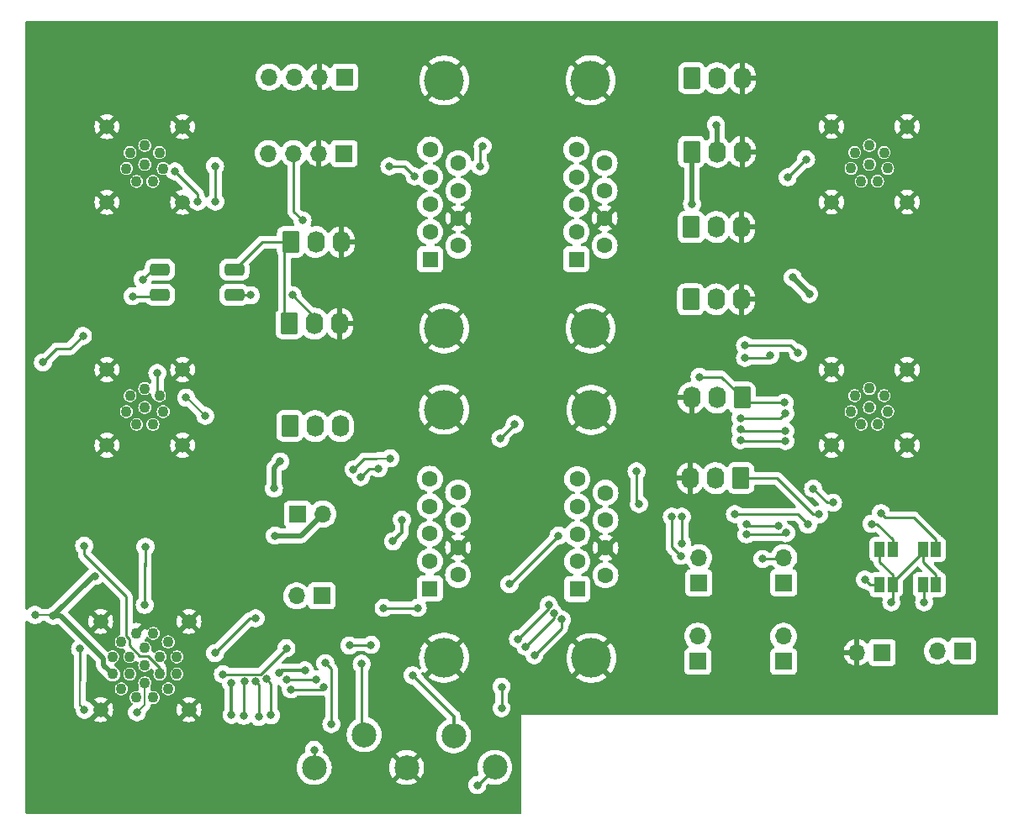
<source format=gbr>
G04 #@! TF.GenerationSoftware,KiCad,Pcbnew,(7.0.0)*
G04 #@! TF.CreationDate,2023-03-08T01:07:39+01:00*
G04 #@! TF.ProjectId,inverter_box_LV_distribution_board,696e7665-7274-4657-925f-626f785f4c56,rev?*
G04 #@! TF.SameCoordinates,Original*
G04 #@! TF.FileFunction,Copper,L2,Bot*
G04 #@! TF.FilePolarity,Positive*
%FSLAX46Y46*%
G04 Gerber Fmt 4.6, Leading zero omitted, Abs format (unit mm)*
G04 Created by KiCad (PCBNEW (7.0.0)) date 2023-03-08 01:07:39*
%MOMM*%
%LPD*%
G01*
G04 APERTURE LIST*
G04 Aperture macros list*
%AMRoundRect*
0 Rectangle with rounded corners*
0 $1 Rounding radius*
0 $2 $3 $4 $5 $6 $7 $8 $9 X,Y pos of 4 corners*
0 Add a 4 corners polygon primitive as box body*
4,1,4,$2,$3,$4,$5,$6,$7,$8,$9,$2,$3,0*
0 Add four circle primitives for the rounded corners*
1,1,$1+$1,$2,$3*
1,1,$1+$1,$4,$5*
1,1,$1+$1,$6,$7*
1,1,$1+$1,$8,$9*
0 Add four rect primitives between the rounded corners*
20,1,$1+$1,$2,$3,$4,$5,0*
20,1,$1+$1,$4,$5,$6,$7,0*
20,1,$1+$1,$6,$7,$8,$9,0*
20,1,$1+$1,$8,$9,$2,$3,0*%
G04 Aperture macros list end*
G04 #@! TA.AperFunction,ComponentPad*
%ADD10C,4.000000*%
G04 #@! TD*
G04 #@! TA.AperFunction,ComponentPad*
%ADD11R,1.600000X1.600000*%
G04 #@! TD*
G04 #@! TA.AperFunction,ComponentPad*
%ADD12C,1.600000*%
G04 #@! TD*
G04 #@! TA.AperFunction,ComponentPad*
%ADD13C,2.500000*%
G04 #@! TD*
G04 #@! TA.AperFunction,ComponentPad*
%ADD14C,1.099820*%
G04 #@! TD*
G04 #@! TA.AperFunction,ComponentPad*
%ADD15C,1.498600*%
G04 #@! TD*
G04 #@! TA.AperFunction,SMDPad,CuDef*
%ADD16RoundRect,0.300000X-0.700000X-0.300000X0.700000X-0.300000X0.700000X0.300000X-0.700000X0.300000X0*%
G04 #@! TD*
G04 #@! TA.AperFunction,ComponentPad*
%ADD17R,1.700000X1.700000*%
G04 #@! TD*
G04 #@! TA.AperFunction,ComponentPad*
%ADD18O,1.700000X1.700000*%
G04 #@! TD*
G04 #@! TA.AperFunction,ComponentPad*
%ADD19RoundRect,0.250000X-0.620000X-0.850000X0.620000X-0.850000X0.620000X0.850000X-0.620000X0.850000X0*%
G04 #@! TD*
G04 #@! TA.AperFunction,ComponentPad*
%ADD20O,1.740000X2.200000*%
G04 #@! TD*
G04 #@! TA.AperFunction,ComponentPad*
%ADD21RoundRect,0.250000X0.620000X0.850000X-0.620000X0.850000X-0.620000X-0.850000X0.620000X-0.850000X0*%
G04 #@! TD*
G04 #@! TA.AperFunction,SMDPad,CuDef*
%ADD22R,1.000000X1.500000*%
G04 #@! TD*
G04 #@! TA.AperFunction,ViaPad*
%ADD23C,0.800000*%
G04 #@! TD*
G04 #@! TA.AperFunction,Conductor*
%ADD24C,0.250000*%
G04 #@! TD*
G04 #@! TA.AperFunction,Conductor*
%ADD25C,0.350000*%
G04 #@! TD*
G04 #@! TA.AperFunction,Conductor*
%ADD26C,0.500000*%
G04 #@! TD*
G04 #@! TA.AperFunction,Conductor*
%ADD27C,0.200000*%
G04 #@! TD*
G04 APERTURE END LIST*
D10*
X125417720Y-77541520D03*
X125417720Y-52541520D03*
D11*
X123997719Y-70581519D03*
D12*
X123997720Y-67811520D03*
X123997720Y-65041520D03*
X123997720Y-62271520D03*
X123997720Y-59501520D03*
X126837720Y-69196520D03*
X126837720Y-66426520D03*
X126837720Y-63656520D03*
X126837720Y-60886520D03*
D10*
X110655240Y-110734240D03*
X110655240Y-85734240D03*
D11*
X109235239Y-103774239D03*
D12*
X109235240Y-101004240D03*
X109235240Y-98234240D03*
X109235240Y-95464240D03*
X109235240Y-92694240D03*
X112075240Y-102389240D03*
X112075240Y-99619240D03*
X112075240Y-96849240D03*
X112075240Y-94079240D03*
D10*
X125499000Y-110764720D03*
X125499000Y-85764720D03*
D11*
X124078999Y-103804719D03*
D12*
X124079000Y-101034720D03*
X124079000Y-98264720D03*
X124079000Y-95494720D03*
X124079000Y-92724720D03*
X126919000Y-102419720D03*
X126919000Y-99649720D03*
X126919000Y-96879720D03*
X126919000Y-94109720D03*
D10*
X110680640Y-77551680D03*
X110680640Y-52551680D03*
D11*
X109260639Y-70591679D03*
D12*
X109260640Y-67821680D03*
X109260640Y-65051680D03*
X109260640Y-62281680D03*
X109260640Y-59511680D03*
X112100640Y-69206680D03*
X112100640Y-66436680D03*
X112100640Y-63666680D03*
X112100640Y-60896680D03*
D13*
X106892400Y-121797800D03*
X102628700Y-118491000D03*
X115778280Y-121777760D03*
X111633000Y-118592600D03*
D14*
X79657360Y-108276740D03*
X78156220Y-109145420D03*
X77287540Y-110646560D03*
X77287540Y-112378840D03*
X78156220Y-113879980D03*
X79657360Y-114748660D03*
X81389640Y-114748660D03*
X82890780Y-113879980D03*
X83759460Y-112378840D03*
X83759460Y-110646560D03*
X82890780Y-109145420D03*
X81389640Y-108276740D03*
X80523500Y-109765180D03*
X79009660Y-110638940D03*
X79009660Y-112386460D03*
X80523500Y-113260220D03*
X82037340Y-112386460D03*
X82037340Y-110638940D03*
X80523500Y-111512700D03*
D15*
X76078500Y-115957700D03*
X84968500Y-115957700D03*
X84968500Y-107067700D03*
X76078500Y-107067700D03*
D14*
X80523500Y-83612780D03*
X79040140Y-84329060D03*
X78671840Y-85934340D03*
X79700540Y-87224660D03*
X81346460Y-87224660D03*
X82375160Y-85934340D03*
X82006860Y-84329060D03*
X80523500Y-85512700D03*
D15*
X76713500Y-89322700D03*
X84333500Y-89322700D03*
X84333500Y-81702700D03*
X76713500Y-81702700D03*
D14*
X80523500Y-59112780D03*
X79040140Y-59829060D03*
X78671840Y-61434340D03*
X79700540Y-62724660D03*
X81346460Y-62724660D03*
X82375160Y-61434340D03*
X82006860Y-59829060D03*
X80523500Y-61012700D03*
D15*
X76713500Y-64822700D03*
X84333500Y-64822700D03*
X84333500Y-57202700D03*
X76713500Y-57202700D03*
D14*
X153500000Y-59100080D03*
X152016640Y-59816360D03*
X151648340Y-61421640D03*
X152677040Y-62711960D03*
X154322960Y-62711960D03*
X155351660Y-61421640D03*
X154983360Y-59816360D03*
X153500000Y-61000000D03*
D15*
X149690000Y-64810000D03*
X157310000Y-64810000D03*
X157310000Y-57190000D03*
X149690000Y-57190000D03*
D14*
X153500000Y-83600080D03*
X152016640Y-84316360D03*
X151648340Y-85921640D03*
X152677040Y-87211960D03*
X154322960Y-87211960D03*
X155351660Y-85921640D03*
X154983360Y-84316360D03*
X153500000Y-85500000D03*
D15*
X149690000Y-89310000D03*
X157310000Y-89310000D03*
X157310000Y-81690000D03*
X149690000Y-81690000D03*
D13*
X97586800Y-121798080D03*
D16*
X82050000Y-74170000D03*
X82050000Y-71630000D03*
X89550000Y-71630000D03*
X89550000Y-74170000D03*
D17*
X144854719Y-111116479D03*
D18*
X144854719Y-108576479D03*
D19*
X135554720Y-67335400D03*
D20*
X138094719Y-67335399D03*
X140634719Y-67335399D03*
D19*
X135600440Y-59735720D03*
D20*
X138140439Y-59735719D03*
X140680439Y-59735719D03*
D19*
X135615680Y-52339240D03*
D20*
X138155679Y-52339239D03*
X140695679Y-52339239D03*
D19*
X135514080Y-74625200D03*
D20*
X138054079Y-74625199D03*
X140594079Y-74625199D03*
D17*
X162880039Y-110042959D03*
D18*
X160340039Y-110042959D03*
D21*
X140665200Y-84531200D03*
D20*
X138125199Y-84531199D03*
X135585199Y-84531199D03*
D17*
X95905319Y-96255839D03*
D18*
X98445319Y-96255839D03*
D17*
X98353879Y-104505759D03*
D18*
X95813879Y-104505759D03*
D17*
X154787599Y-110195359D03*
D18*
X152247599Y-110195359D03*
D21*
X140553440Y-92643960D03*
D20*
X138013439Y-92643959D03*
X135473439Y-92643959D03*
D22*
X154533839Y-103377999D03*
X155833839Y-103377999D03*
X154533839Y-99827999D03*
X155833839Y-99827999D03*
X158883839Y-103377999D03*
X160183839Y-103377999D03*
X158883839Y-99827999D03*
X160183839Y-99827999D03*
D17*
X100655119Y-52222399D03*
D18*
X98115119Y-52222399D03*
X95575119Y-52222399D03*
X93035119Y-52222399D03*
D19*
X95148400Y-87391240D03*
D20*
X97688399Y-87391239D03*
X100228399Y-87391239D03*
D17*
X100599239Y-59903359D03*
D18*
X98059239Y-59903359D03*
X95519239Y-59903359D03*
X92979239Y-59903359D03*
D19*
X95214440Y-68834000D03*
D20*
X97754439Y-68833999D03*
X100294439Y-68833999D03*
D19*
X95072200Y-77063600D03*
D20*
X97612199Y-77063599D03*
X100152199Y-77063599D03*
D17*
X136320799Y-103190039D03*
D18*
X136320799Y-100650039D03*
D17*
X136221439Y-111096639D03*
D18*
X136221439Y-108556639D03*
D17*
X144882959Y-103180199D03*
D18*
X144882959Y-100640199D03*
D23*
X129850000Y-65800000D03*
X114900000Y-65075000D03*
X115075000Y-93100000D03*
X115100000Y-101225000D03*
X106000000Y-70375000D03*
X114450000Y-69225000D03*
X121225000Y-66650000D03*
X107500000Y-112500000D03*
X107000000Y-77500000D03*
X100000000Y-79500000D03*
X102500000Y-79000000D03*
X102500000Y-76500000D03*
X101000000Y-75000000D03*
X99500000Y-71500000D03*
X102000000Y-70000000D03*
X103000000Y-68500000D03*
X139500000Y-77500000D03*
X143000000Y-75500000D03*
X143000000Y-73500000D03*
X143000000Y-69500000D03*
X143000000Y-66000000D03*
X143000000Y-68000000D03*
X142500000Y-59500000D03*
X143000000Y-61500000D03*
X143500000Y-53000000D03*
X143000000Y-51500000D03*
X130000000Y-56000000D03*
X145000000Y-52500000D03*
X130200000Y-60300000D03*
X153000000Y-57000000D03*
X159500000Y-61000000D03*
X145000000Y-67000000D03*
X164500000Y-72000000D03*
X159500000Y-84500000D03*
X153500000Y-93000000D03*
X164500000Y-91500000D03*
X163500000Y-106500000D03*
X152000000Y-107000000D03*
X140500000Y-106000000D03*
X93500000Y-120500000D03*
X91000000Y-98500000D03*
X86000000Y-98000000D03*
X81500000Y-94000000D03*
X70500000Y-75000000D03*
X76000000Y-72500000D03*
X72000000Y-51000000D03*
X115500000Y-48150500D03*
X108000000Y-54000000D03*
X113500000Y-75000000D03*
X79300000Y-74300000D03*
X74300000Y-78300000D03*
X80300000Y-72600000D03*
X91200000Y-74200000D03*
X95400000Y-74200000D03*
X129170000Y-90170000D03*
X97860000Y-101070000D03*
X97200000Y-90530000D03*
X137020000Y-95880000D03*
X140840000Y-111790000D03*
X141520000Y-103950000D03*
X129190000Y-113260000D03*
X83910000Y-119830000D03*
X129090000Y-98230000D03*
X93300000Y-124260000D03*
X71720000Y-113840000D03*
X70880000Y-124930000D03*
X144620000Y-81770000D03*
X118760000Y-56330000D03*
X129510000Y-110080000D03*
X90780000Y-102110000D03*
X103340000Y-101900000D03*
X98360000Y-107380000D03*
X117410000Y-98400000D03*
X137390000Y-90050000D03*
X131710000Y-76070000D03*
X107920000Y-110000000D03*
X119930000Y-113100000D03*
X75250000Y-121400000D03*
X151590000Y-77070000D03*
X114370000Y-109190000D03*
X145780000Y-72420000D03*
X99310000Y-117420000D03*
X138049000Y-57023000D03*
X97586800Y-120030314D03*
X135636000Y-65024000D03*
X98713156Y-111274990D03*
X147440000Y-74080000D03*
X155702000Y-105156000D03*
X94170000Y-90960000D03*
X71310000Y-106510000D03*
X69460000Y-106440000D03*
X93540000Y-93680000D03*
X114010000Y-123580000D03*
X75530000Y-102490000D03*
X133604000Y-96520000D03*
X116459000Y-115824000D03*
X122506404Y-106883308D03*
X119761000Y-110490000D03*
X134493000Y-100457000D03*
X116459000Y-113665000D03*
X148410000Y-96290000D03*
X153710000Y-97240000D03*
X134620000Y-96520000D03*
X121705999Y-106284679D03*
X98552000Y-113665000D03*
X147310000Y-97320000D03*
X153030000Y-102870000D03*
X139954000Y-96266000D03*
X134620000Y-99187000D03*
X95250000Y-113919000D03*
X118872000Y-109601000D03*
X121212592Y-105415452D03*
X149830000Y-95100000D03*
X97760000Y-112930000D03*
X154660000Y-96160000D03*
X147830000Y-93700000D03*
X144950000Y-85040000D03*
X136398000Y-82423000D03*
X94830000Y-112980000D03*
X118110000Y-108839000D03*
X117250000Y-103320000D03*
X103320000Y-109450000D03*
X88390000Y-112400000D03*
X108000000Y-105720000D03*
X94790000Y-109780000D03*
X104580000Y-105720000D03*
X140970000Y-80518000D03*
X143510000Y-80264000D03*
X159004000Y-105156000D03*
X122180000Y-98440000D03*
X101140000Y-109500000D03*
X87610000Y-110260000D03*
X91680000Y-106760000D03*
X92010000Y-116690000D03*
X91648414Y-113125010D03*
X92743255Y-112852064D03*
X93240000Y-116520000D03*
X80520000Y-105420000D03*
X96420000Y-66650000D03*
X80590000Y-99550000D03*
X102370000Y-111350000D03*
X93630000Y-98440000D03*
X89210000Y-113310000D03*
X94020000Y-112300000D03*
X89260000Y-116500000D03*
X106420000Y-96820000D03*
X105520000Y-99010000D03*
X96650000Y-112010000D03*
X74453150Y-115988946D03*
X74010000Y-109830000D03*
X79740000Y-116250000D03*
X74425000Y-99450000D03*
X70270000Y-80970000D03*
X90490000Y-116600000D03*
X90550000Y-113125010D03*
X147120000Y-60510000D03*
X145270574Y-62324979D03*
X145034000Y-86106000D03*
X140498990Y-86614000D03*
X130288299Y-95236299D03*
X130048000Y-91948000D03*
X140498990Y-87748652D03*
X145029340Y-87879340D03*
X140498990Y-88819205D03*
X145034000Y-88900000D03*
X141120000Y-97290000D03*
X144360015Y-97423974D03*
X145107512Y-98148984D03*
X141120000Y-98310000D03*
X140970000Y-79248000D03*
X146304000Y-80010000D03*
X117776299Y-87201701D03*
X116332000Y-88646000D03*
X101544912Y-91757008D03*
X105257492Y-90637518D03*
X81788000Y-82042000D03*
X102263586Y-92539614D03*
X104085010Y-91668070D03*
X86614000Y-86360000D03*
X84690000Y-84520000D03*
X142740000Y-100790000D03*
X85852000Y-64770000D03*
X83566000Y-61722000D03*
X87600000Y-61176500D03*
X87630000Y-64770000D03*
X105156000Y-61214000D03*
X107696000Y-62230000D03*
X114554000Y-59182000D03*
X114300000Y-61214000D03*
D24*
X117300000Y-103320000D02*
X117250000Y-103320000D01*
X122180000Y-98440000D02*
X117300000Y-103320000D01*
X121212592Y-105736408D02*
X121212592Y-105415452D01*
X118110000Y-108839000D02*
X121212592Y-105736408D01*
X118872000Y-109601000D02*
X121705999Y-106767001D01*
X122506404Y-107744596D02*
X122506404Y-106883308D01*
X119761000Y-110490000D02*
X122506404Y-107744596D01*
X121705999Y-106767001D02*
X121705999Y-106284679D01*
X116332000Y-88646000D02*
X117776299Y-87201701D01*
D25*
X111633000Y-116633000D02*
X107500000Y-112500000D01*
X111633000Y-118592600D02*
X111633000Y-116633000D01*
X111225600Y-119000000D02*
X111633000Y-118592600D01*
D24*
X130048000Y-91948000D02*
X130048000Y-94996000D01*
X130048000Y-94996000D02*
X130288299Y-95236299D01*
X79300000Y-74300000D02*
X81920000Y-74300000D01*
X81920000Y-74300000D02*
X82050000Y-74170000D01*
X71650000Y-79590000D02*
X73010000Y-79590000D01*
X73010000Y-79590000D02*
X74300000Y-78300000D01*
X81270000Y-71630000D02*
X80300000Y-72600000D01*
X82050000Y-71630000D02*
X81270000Y-71630000D01*
X94600000Y-69448440D02*
X95214440Y-68834000D01*
X94600000Y-76591400D02*
X94600000Y-69448440D01*
X95072200Y-77063600D02*
X94600000Y-76591400D01*
X91200000Y-74200000D02*
X89580000Y-74200000D01*
X89580000Y-74200000D02*
X89550000Y-74170000D01*
X97612200Y-76412200D02*
X95400000Y-74200000D01*
X97612200Y-77063600D02*
X97612200Y-76412200D01*
X92346000Y-68834000D02*
X89550000Y-71630000D01*
X95214440Y-68834000D02*
X92346000Y-68834000D01*
X97586800Y-121798080D02*
X97586800Y-120030314D01*
X158883840Y-100828000D02*
X158883840Y-99828000D01*
D26*
X135636000Y-65024000D02*
X135636000Y-59771280D01*
X138140440Y-57114440D02*
X138049000Y-57023000D01*
D24*
X154533840Y-100828000D02*
X154533840Y-99828000D01*
D26*
X145780000Y-72420000D02*
X147440000Y-74080000D01*
D24*
X99113155Y-111674989D02*
X98713156Y-111274990D01*
X154533840Y-101078000D02*
X154533840Y-100828000D01*
X158883840Y-100078000D02*
X155833840Y-103128000D01*
X155833840Y-102378000D02*
X154533840Y-101078000D01*
D26*
X138140440Y-59735720D02*
X138140440Y-57114440D01*
X135636000Y-59771280D02*
X135600440Y-59735720D01*
D24*
X155833840Y-103378000D02*
X155833840Y-105024160D01*
X99310000Y-117420000D02*
X99310000Y-111871834D01*
X138193780Y-59682380D02*
X138140440Y-59735720D01*
X160183840Y-103378000D02*
X160183840Y-102378000D01*
X155833840Y-103128000D02*
X155833840Y-103378000D01*
X155833840Y-105024160D02*
X155702000Y-105156000D01*
X99310000Y-111871834D02*
X99113155Y-111674989D01*
X158883840Y-99828000D02*
X158883840Y-100078000D01*
X160183840Y-102378000D02*
X158883840Y-101078000D01*
X155833840Y-103378000D02*
X155833840Y-102378000D01*
X158883840Y-101078000D02*
X158883840Y-100828000D01*
D27*
X69460000Y-106440000D02*
X71240000Y-106440000D01*
D26*
X76387630Y-111478930D02*
X76387630Y-110837630D01*
X75330000Y-102490000D02*
X75530000Y-102490000D01*
X71310000Y-106510000D02*
X75330000Y-102490000D01*
D27*
X71240000Y-106440000D02*
X71310000Y-106510000D01*
D26*
X76387630Y-110837630D02*
X72060000Y-106510000D01*
D24*
X115778280Y-121811720D02*
X115778280Y-121777760D01*
D26*
X93540000Y-91590000D02*
X94170000Y-90960000D01*
X77287540Y-112378840D02*
X76387630Y-111478930D01*
D24*
X114010000Y-123580000D02*
X115778280Y-121811720D01*
D26*
X93540000Y-93680000D02*
X93540000Y-91590000D01*
X72060000Y-106510000D02*
X71310000Y-106510000D01*
D24*
X155833840Y-99828000D02*
X155833840Y-98828000D01*
X144198275Y-92643960D02*
X141523440Y-92643960D01*
X155833840Y-98828000D02*
X154245840Y-97240000D01*
X148410000Y-96290000D02*
X147844315Y-96290000D01*
X147844315Y-96290000D02*
X144198275Y-92643960D01*
X154245840Y-97240000D02*
X153710000Y-97240000D01*
X133604000Y-96520000D02*
X133604000Y-99568000D01*
X133604000Y-99568000D02*
X134493000Y-100457000D01*
X141523440Y-92643960D02*
X140553440Y-92643960D01*
X116459000Y-113665000D02*
X116459000Y-115824000D01*
X154533840Y-103378000D02*
X153538000Y-103378000D01*
X95250000Y-113919000D02*
X98298000Y-113919000D01*
X98298000Y-113919000D02*
X98552000Y-113665000D01*
X134620000Y-99187000D02*
X134620000Y-96520000D01*
X153538000Y-103378000D02*
X153030000Y-102870000D01*
X146256000Y-96266000D02*
X147310000Y-97320000D01*
X139954000Y-96266000D02*
X146256000Y-96266000D01*
X160183840Y-98828000D02*
X157995840Y-96640000D01*
X140665200Y-84531200D02*
X138557000Y-82423000D01*
X149830000Y-95100000D02*
X149230000Y-95100000D01*
X141174000Y-85040000D02*
X140665200Y-84531200D01*
X94830000Y-112980000D02*
X97710000Y-112980000D01*
X144950000Y-85040000D02*
X141174000Y-85040000D01*
X149230000Y-95100000D02*
X147830000Y-93700000D01*
X97710000Y-112980000D02*
X97760000Y-112930000D01*
X160183840Y-99828000D02*
X160183840Y-98828000D01*
X157995840Y-96640000D02*
X155140000Y-96640000D01*
X138557000Y-82423000D02*
X136398000Y-82423000D01*
X155140000Y-96640000D02*
X154660000Y-96160000D01*
X159004000Y-105156000D02*
X159004000Y-103498160D01*
X159004000Y-103498160D02*
X158883840Y-103378000D01*
X143256000Y-80518000D02*
X143510000Y-80264000D01*
X158883840Y-103628000D02*
X158883840Y-103378000D01*
X108000000Y-105720000D02*
X104580000Y-105720000D01*
X140970000Y-80518000D02*
X143256000Y-80518000D01*
X103320000Y-109450000D02*
X101190000Y-109450000D01*
X94790000Y-109780000D02*
X92170000Y-112400000D01*
X92170000Y-112400000D02*
X88390000Y-112400000D01*
X101190000Y-109450000D02*
X101140000Y-109500000D01*
X91110000Y-106760000D02*
X87610000Y-110260000D01*
X91680000Y-106760000D02*
X91110000Y-106760000D01*
X92010000Y-113486596D02*
X91648414Y-113125010D01*
X92010000Y-116690000D02*
X92010000Y-113486596D01*
X93240000Y-116520000D02*
X93240000Y-113348809D01*
X93240000Y-113348809D02*
X93143254Y-113252063D01*
X93143254Y-113252063D02*
X92743255Y-112852064D01*
X80520000Y-101210000D02*
X80550000Y-101180000D01*
X95519240Y-65749240D02*
X95519240Y-59903360D01*
X80550000Y-101540000D02*
X80550000Y-101180000D01*
X96420000Y-66650000D02*
X95519240Y-65749240D01*
X80550000Y-99590000D02*
X80590000Y-99550000D01*
X80520000Y-105420000D02*
X80520000Y-101210000D01*
X80550000Y-101180000D02*
X80550000Y-99590000D01*
X102370000Y-118232300D02*
X102628700Y-118491000D01*
D26*
X93630000Y-98440000D02*
X96261160Y-98440000D01*
D24*
X102370000Y-111350000D02*
X102370000Y-118232300D01*
D26*
X96261160Y-98440000D02*
X98445320Y-96255840D01*
D25*
X89210000Y-116450000D02*
X89260000Y-116500000D01*
X94310000Y-112010000D02*
X94020000Y-112300000D01*
X106420000Y-98110000D02*
X105520000Y-99010000D01*
X96650000Y-112010000D02*
X94310000Y-112010000D01*
X106420000Y-96820000D02*
X106420000Y-98110000D01*
X111420000Y-118379600D02*
X111633000Y-118592600D01*
X89210000Y-113310000D02*
X89210000Y-116450000D01*
D27*
X74053151Y-115588947D02*
X74453150Y-115988946D01*
D24*
X74010000Y-109830000D02*
X74010000Y-113026523D01*
D27*
X80523500Y-115466500D02*
X79740000Y-116250000D01*
X74010000Y-113026523D02*
X74010000Y-115545796D01*
X74010000Y-115545796D02*
X74053151Y-115588947D01*
X80523500Y-113260220D02*
X80523500Y-115466500D01*
D24*
X78650000Y-107250000D02*
X78650000Y-104584695D01*
X78975000Y-108868311D02*
X78650000Y-108543311D01*
X78975000Y-109508391D02*
X78975000Y-108868311D01*
X82037340Y-111734829D02*
X80842601Y-110540090D01*
X74425000Y-100359695D02*
X74425000Y-99450000D01*
X80006699Y-110540090D02*
X78975000Y-109508391D01*
X78650000Y-108543311D02*
X78650000Y-107250000D01*
X78650000Y-104584695D02*
X74425000Y-100359695D01*
X80842601Y-110540090D02*
X80006699Y-110540090D01*
X82037340Y-112386460D02*
X82037340Y-111734829D01*
X90490000Y-113185010D02*
X90550000Y-113125010D01*
X90490000Y-116600000D02*
X90490000Y-113185010D01*
X70270000Y-80970000D02*
X71650000Y-79590000D01*
X147085553Y-60510000D02*
X147120000Y-60510000D01*
X145270574Y-62324979D02*
X147085553Y-60510000D01*
X141064675Y-86614000D02*
X140498990Y-86614000D01*
X145034000Y-86106000D02*
X144526000Y-86614000D01*
X144526000Y-86614000D02*
X141064675Y-86614000D01*
X145029340Y-87879340D02*
X140629678Y-87879340D01*
X140629678Y-87879340D02*
X140498990Y-87748652D01*
X140635205Y-88819205D02*
X140498990Y-88819205D01*
X140716000Y-88900000D02*
X140635205Y-88819205D01*
X145034000Y-88900000D02*
X140716000Y-88900000D01*
X144299289Y-97423974D02*
X144360015Y-97423974D01*
X144360015Y-97423974D02*
X141253974Y-97423974D01*
X144157315Y-97282000D02*
X144299289Y-97423974D01*
X141253974Y-97423974D02*
X141120000Y-97290000D01*
X144958496Y-98298000D02*
X145107512Y-98148984D01*
X144946496Y-98310000D02*
X145107512Y-98148984D01*
X141120000Y-98310000D02*
X144946496Y-98310000D01*
X140970000Y-79248000D02*
X145034000Y-79248000D01*
X145542000Y-79248000D02*
X146304000Y-80010000D01*
X145034000Y-79248000D02*
X145542000Y-79248000D01*
D27*
X104691807Y-90637518D02*
X105257492Y-90637518D01*
X103886000Y-90678000D02*
X103926482Y-90637518D01*
X103926482Y-90637518D02*
X104691807Y-90637518D01*
D24*
X103886000Y-90678000D02*
X102623920Y-90678000D01*
X101944911Y-91357009D02*
X101544912Y-91757008D01*
X102623920Y-90678000D02*
X101944911Y-91357009D01*
X103135130Y-91668070D02*
X103519325Y-91668070D01*
X102263586Y-92539614D02*
X103135130Y-91668070D01*
X81788000Y-84110200D02*
X82006860Y-84329060D01*
X103519325Y-91668070D02*
X104085010Y-91668070D01*
X81788000Y-82042000D02*
X81788000Y-84110200D01*
D27*
X84774000Y-84520000D02*
X84690000Y-84520000D01*
X86614000Y-86360000D02*
X84774000Y-84520000D01*
D24*
X142740000Y-100790000D02*
X144733160Y-100790000D01*
X144733160Y-100790000D02*
X144882960Y-100640200D01*
X85852000Y-64008000D02*
X85852000Y-64770000D01*
X83566000Y-61722000D02*
X85852000Y-64008000D01*
X87630000Y-64770000D02*
X87630000Y-61976000D01*
X87630000Y-61976000D02*
X87630000Y-61206500D01*
X87630000Y-61206500D02*
X87600000Y-61176500D01*
X107696000Y-62230000D02*
X106680000Y-61214000D01*
X106680000Y-61214000D02*
X105156000Y-61214000D01*
X114300000Y-59436000D02*
X114554000Y-59182000D01*
X114300000Y-61214000D02*
X114300000Y-59436000D01*
G04 #@! TA.AperFunction,Conductor*
G36*
X166411500Y-46542381D02*
G01*
X166457619Y-46588500D01*
X166474500Y-46651500D01*
X166474500Y-116348500D01*
X166457619Y-116411500D01*
X166411500Y-116457619D01*
X166348500Y-116474500D01*
X118510562Y-116474500D01*
X118504734Y-116473926D01*
X118504026Y-116474066D01*
X118500000Y-116472399D01*
X118494928Y-116474500D01*
X118480483Y-116480483D01*
X118472399Y-116500000D01*
X118474066Y-116504024D01*
X118473925Y-116504734D01*
X118474500Y-116510564D01*
X118474500Y-126348500D01*
X118457619Y-126411500D01*
X118411500Y-126457619D01*
X118348500Y-126474500D01*
X68651500Y-126474500D01*
X68588500Y-126457619D01*
X68542381Y-126411500D01*
X68525500Y-126348500D01*
X68525500Y-123580000D01*
X113096496Y-123580000D01*
X113116458Y-123769928D01*
X113118495Y-123776200D01*
X113118497Y-123776205D01*
X113173430Y-123945271D01*
X113173433Y-123945278D01*
X113175473Y-123951556D01*
X113270960Y-124116944D01*
X113398747Y-124258866D01*
X113553248Y-124371118D01*
X113727712Y-124448794D01*
X113914513Y-124488500D01*
X114098884Y-124488500D01*
X114105487Y-124488500D01*
X114292288Y-124448794D01*
X114466752Y-124371118D01*
X114621253Y-124258866D01*
X114749040Y-124116944D01*
X114844527Y-123951556D01*
X114903542Y-123769928D01*
X114920907Y-123604702D01*
X114932491Y-123563631D01*
X114957119Y-123528783D01*
X115028820Y-123457082D01*
X115087583Y-123423884D01*
X115155049Y-123425776D01*
X115385880Y-123496978D01*
X115646499Y-123536260D01*
X115905345Y-123536260D01*
X115910061Y-123536260D01*
X116170680Y-123496978D01*
X116422534Y-123419292D01*
X116659996Y-123304936D01*
X116877761Y-123156466D01*
X117070966Y-122977198D01*
X117235295Y-122771136D01*
X117367076Y-122542884D01*
X117463367Y-122297540D01*
X117522015Y-122040586D01*
X117541711Y-121777760D01*
X117522015Y-121514934D01*
X117463367Y-121257980D01*
X117367076Y-121012636D01*
X117235295Y-120784384D01*
X117070966Y-120578322D01*
X117040374Y-120549936D01*
X116881216Y-120402259D01*
X116881210Y-120402254D01*
X116877761Y-120399054D01*
X116873868Y-120396399D01*
X116873862Y-120396395D01*
X116663892Y-120253240D01*
X116663889Y-120253238D01*
X116659996Y-120250584D01*
X116655755Y-120248541D01*
X116655747Y-120248537D01*
X116426783Y-120138274D01*
X116426780Y-120138273D01*
X116422534Y-120136228D01*
X116418036Y-120134840D01*
X116418027Y-120134837D01*
X116175181Y-120059930D01*
X116175176Y-120059928D01*
X116170680Y-120058542D01*
X116166026Y-120057840D01*
X116166024Y-120057840D01*
X115914722Y-120019962D01*
X115914714Y-120019961D01*
X115910061Y-120019260D01*
X115646499Y-120019260D01*
X115641846Y-120019961D01*
X115641837Y-120019962D01*
X115390535Y-120057840D01*
X115390530Y-120057841D01*
X115385880Y-120058542D01*
X115381386Y-120059928D01*
X115381378Y-120059930D01*
X115138534Y-120134837D01*
X115138528Y-120134839D01*
X115134026Y-120136228D01*
X115129790Y-120138267D01*
X115129777Y-120138273D01*
X114900816Y-120248536D01*
X114900807Y-120248540D01*
X114896565Y-120250584D01*
X114892666Y-120253242D01*
X114892663Y-120253244D01*
X114682697Y-120396396D01*
X114682693Y-120396398D01*
X114678799Y-120399054D01*
X114675356Y-120402248D01*
X114675343Y-120402259D01*
X114489043Y-120575121D01*
X114489037Y-120575126D01*
X114485594Y-120578322D01*
X114482666Y-120581992D01*
X114482659Y-120582001D01*
X114324200Y-120780703D01*
X114324197Y-120780707D01*
X114321265Y-120784384D01*
X114318915Y-120788453D01*
X114318909Y-120788463D01*
X114191843Y-121008548D01*
X114191836Y-121008560D01*
X114189484Y-121012636D01*
X114187765Y-121017013D01*
X114187759Y-121017028D01*
X114094917Y-121253586D01*
X114094915Y-121253592D01*
X114093193Y-121257980D01*
X114092144Y-121262575D01*
X114092143Y-121262579D01*
X114053102Y-121433632D01*
X114034545Y-121514934D01*
X114034192Y-121519633D01*
X114034192Y-121519639D01*
X114015654Y-121767010D01*
X114014849Y-121777760D01*
X114034545Y-122040586D01*
X114093193Y-122297540D01*
X114094916Y-122301931D01*
X114094917Y-122301933D01*
X114148556Y-122438603D01*
X114157256Y-122486206D01*
X114147373Y-122533578D01*
X114120363Y-122573730D01*
X114059501Y-122634594D01*
X114018623Y-122661908D01*
X113970404Y-122671500D01*
X113914513Y-122671500D01*
X113908060Y-122672871D01*
X113908056Y-122672872D01*
X113734168Y-122709833D01*
X113734161Y-122709835D01*
X113727712Y-122711206D01*
X113721682Y-122713890D01*
X113721681Y-122713891D01*
X113559278Y-122786197D01*
X113559275Y-122786198D01*
X113553248Y-122788882D01*
X113547907Y-122792762D01*
X113547906Y-122792763D01*
X113404091Y-122897250D01*
X113404083Y-122897256D01*
X113398747Y-122901134D01*
X113394330Y-122906039D01*
X113394325Y-122906044D01*
X113309081Y-123000718D01*
X113270960Y-123043056D01*
X113267661Y-123048769D01*
X113267658Y-123048774D01*
X113193751Y-123176786D01*
X113175473Y-123208444D01*
X113173434Y-123214718D01*
X113173430Y-123214728D01*
X113118497Y-123383794D01*
X113118495Y-123383801D01*
X113116458Y-123390072D01*
X113115768Y-123396633D01*
X113115768Y-123396635D01*
X113098216Y-123563631D01*
X113096496Y-123580000D01*
X68525500Y-123580000D01*
X68525500Y-121798080D01*
X95823369Y-121798080D01*
X95823721Y-121802777D01*
X95842685Y-122055845D01*
X95843065Y-122060906D01*
X95901713Y-122317860D01*
X95903436Y-122322251D01*
X95903437Y-122322253D01*
X95996279Y-122558811D01*
X95996283Y-122558820D01*
X95998004Y-122563204D01*
X96000359Y-122567284D01*
X96000363Y-122567291D01*
X96127429Y-122787376D01*
X96129785Y-122791456D01*
X96211949Y-122894486D01*
X96274974Y-122973518D01*
X96294114Y-122997518D01*
X96297563Y-123000718D01*
X96483863Y-123173580D01*
X96483868Y-123173584D01*
X96487319Y-123176786D01*
X96705085Y-123325256D01*
X96709334Y-123327302D01*
X96709336Y-123327303D01*
X96913817Y-123425777D01*
X96942546Y-123439612D01*
X97194400Y-123517298D01*
X97455019Y-123556580D01*
X97713865Y-123556580D01*
X97718581Y-123556580D01*
X97979200Y-123517298D01*
X98231054Y-123439612D01*
X98468516Y-123325256D01*
X98640185Y-123208214D01*
X105844653Y-123208214D01*
X105852319Y-123216398D01*
X106007040Y-123321886D01*
X106015184Y-123326588D01*
X106244079Y-123436818D01*
X106252836Y-123440255D01*
X106495609Y-123515141D01*
X106504766Y-123517231D01*
X106755994Y-123555097D01*
X106765372Y-123555800D01*
X107019428Y-123555800D01*
X107028805Y-123555097D01*
X107280033Y-123517231D01*
X107289190Y-123515141D01*
X107531963Y-123440255D01*
X107540720Y-123436818D01*
X107769615Y-123326588D01*
X107777759Y-123321886D01*
X107932479Y-123216398D01*
X107940145Y-123208214D01*
X107934131Y-123198741D01*
X106904129Y-122168739D01*
X106892400Y-122161967D01*
X106880670Y-122168739D01*
X105850667Y-123198741D01*
X105844653Y-123208214D01*
X98640185Y-123208214D01*
X98686281Y-123176786D01*
X98879486Y-122997518D01*
X99043815Y-122791456D01*
X99175596Y-122563204D01*
X99271887Y-122317860D01*
X99330535Y-122060906D01*
X99349900Y-121802497D01*
X105129822Y-121802497D01*
X105148807Y-122055845D01*
X105150210Y-122065152D01*
X105206742Y-122312833D01*
X105209516Y-122321826D01*
X105302331Y-122558314D01*
X105306414Y-122566794D01*
X105433438Y-122786805D01*
X105438742Y-122794585D01*
X105470979Y-122835009D01*
X105482397Y-122843110D01*
X105494650Y-122836338D01*
X106521460Y-121809529D01*
X106528232Y-121797800D01*
X107256567Y-121797800D01*
X107263339Y-121809529D01*
X108290149Y-122836339D01*
X108302401Y-122843111D01*
X108313819Y-122835009D01*
X108346057Y-122794584D01*
X108351360Y-122786807D01*
X108478385Y-122566794D01*
X108482468Y-122558314D01*
X108575283Y-122321826D01*
X108578057Y-122312833D01*
X108634589Y-122065152D01*
X108635992Y-122055845D01*
X108654978Y-121802497D01*
X108654978Y-121793103D01*
X108635992Y-121539754D01*
X108634589Y-121530447D01*
X108578057Y-121282766D01*
X108575283Y-121273773D01*
X108482468Y-121037285D01*
X108478385Y-121028805D01*
X108351361Y-120808794D01*
X108346057Y-120801014D01*
X108313820Y-120760590D01*
X108302400Y-120752488D01*
X108290149Y-120759259D01*
X107263339Y-121786070D01*
X107256567Y-121797800D01*
X106528232Y-121797800D01*
X106521460Y-121786070D01*
X105494650Y-120759260D01*
X105482397Y-120752488D01*
X105470979Y-120760589D01*
X105438739Y-120801019D01*
X105433440Y-120808790D01*
X105306414Y-121028805D01*
X105302331Y-121037285D01*
X105209516Y-121273773D01*
X105206742Y-121282766D01*
X105150210Y-121530447D01*
X105148807Y-121539754D01*
X105129822Y-121793103D01*
X105129822Y-121802497D01*
X99349900Y-121802497D01*
X99350231Y-121798080D01*
X99330535Y-121535254D01*
X99271887Y-121278300D01*
X99175596Y-121032956D01*
X99173199Y-121028805D01*
X99046170Y-120808783D01*
X99043815Y-120804704D01*
X98879486Y-120598642D01*
X98848894Y-120570256D01*
X98689736Y-120422579D01*
X98689730Y-120422574D01*
X98686281Y-120419374D01*
X98639362Y-120387385D01*
X105844653Y-120387385D01*
X105850667Y-120396857D01*
X106880670Y-121426860D01*
X106892400Y-121433632D01*
X106904129Y-121426860D01*
X107934131Y-120396857D01*
X107940145Y-120387385D01*
X107932476Y-120379197D01*
X107777759Y-120273713D01*
X107769615Y-120269011D01*
X107540720Y-120158781D01*
X107531963Y-120155344D01*
X107289190Y-120080458D01*
X107280033Y-120078368D01*
X107028805Y-120040502D01*
X107019428Y-120039800D01*
X106765372Y-120039800D01*
X106755994Y-120040502D01*
X106504766Y-120078368D01*
X106495609Y-120080458D01*
X106252836Y-120155344D01*
X106244079Y-120158781D01*
X106015183Y-120269012D01*
X106007038Y-120273714D01*
X105852320Y-120379199D01*
X105844653Y-120387385D01*
X98639362Y-120387385D01*
X98536782Y-120317447D01*
X98493434Y-120266307D01*
X98482451Y-120200172D01*
X98500304Y-120030314D01*
X98480342Y-119840386D01*
X98421327Y-119658758D01*
X98325840Y-119493370D01*
X98198053Y-119351448D01*
X98192711Y-119347567D01*
X98192708Y-119347564D01*
X98114857Y-119291002D01*
X98043552Y-119239196D01*
X97869088Y-119161520D01*
X97862635Y-119160148D01*
X97862631Y-119160147D01*
X97688743Y-119123186D01*
X97688740Y-119123185D01*
X97682287Y-119121814D01*
X97491313Y-119121814D01*
X97484860Y-119123185D01*
X97484856Y-119123186D01*
X97310968Y-119160147D01*
X97310961Y-119160149D01*
X97304512Y-119161520D01*
X97298482Y-119164204D01*
X97298481Y-119164205D01*
X97136078Y-119236511D01*
X97136075Y-119236512D01*
X97130048Y-119239196D01*
X97124707Y-119243076D01*
X97124706Y-119243077D01*
X96980891Y-119347564D01*
X96980883Y-119347570D01*
X96975547Y-119351448D01*
X96971130Y-119356353D01*
X96971125Y-119356358D01*
X96859532Y-119480296D01*
X96847760Y-119493370D01*
X96844461Y-119499083D01*
X96844458Y-119499088D01*
X96792169Y-119589656D01*
X96752273Y-119658758D01*
X96750234Y-119665032D01*
X96750230Y-119665042D01*
X96695297Y-119834108D01*
X96695295Y-119834115D01*
X96693258Y-119840386D01*
X96692568Y-119846947D01*
X96692568Y-119846949D01*
X96674851Y-120015515D01*
X96673296Y-120030314D01*
X96673986Y-120036878D01*
X96673986Y-120036879D01*
X96691148Y-120200172D01*
X96680165Y-120266307D01*
X96636817Y-120317448D01*
X96491211Y-120416720D01*
X96491206Y-120416723D01*
X96487319Y-120419374D01*
X96483876Y-120422568D01*
X96483863Y-120422579D01*
X96297563Y-120595441D01*
X96297557Y-120595446D01*
X96294114Y-120598642D01*
X96291186Y-120602312D01*
X96291179Y-120602321D01*
X96132720Y-120801023D01*
X96132717Y-120801027D01*
X96129785Y-120804704D01*
X96127435Y-120808773D01*
X96127429Y-120808783D01*
X96000363Y-121028868D01*
X96000356Y-121028880D01*
X95998004Y-121032956D01*
X95996285Y-121037333D01*
X95996279Y-121037348D01*
X95903437Y-121273906D01*
X95903435Y-121273912D01*
X95901713Y-121278300D01*
X95900664Y-121282895D01*
X95900663Y-121282899D01*
X95866260Y-121433632D01*
X95843065Y-121535254D01*
X95823369Y-121798080D01*
X68525500Y-121798080D01*
X68525500Y-118491000D01*
X100865269Y-118491000D01*
X100884965Y-118753826D01*
X100886014Y-118758425D01*
X100886015Y-118758427D01*
X100909205Y-118860027D01*
X100943613Y-119010780D01*
X100945336Y-119015171D01*
X100945337Y-119015173D01*
X101038179Y-119251731D01*
X101038183Y-119251740D01*
X101039904Y-119256124D01*
X101042259Y-119260204D01*
X101042263Y-119260211D01*
X101100922Y-119361811D01*
X101171685Y-119484376D01*
X101336014Y-119690438D01*
X101339463Y-119693638D01*
X101525763Y-119866500D01*
X101525768Y-119866504D01*
X101529219Y-119869706D01*
X101746985Y-120018176D01*
X101855509Y-120070438D01*
X101962208Y-120121823D01*
X101984446Y-120132532D01*
X102236300Y-120210218D01*
X102496919Y-120249500D01*
X102755765Y-120249500D01*
X102760481Y-120249500D01*
X103021100Y-120210218D01*
X103272954Y-120132532D01*
X103510416Y-120018176D01*
X103728181Y-119869706D01*
X103921386Y-119690438D01*
X104085715Y-119484376D01*
X104217496Y-119256124D01*
X104313787Y-119010780D01*
X104372435Y-118753826D01*
X104392131Y-118491000D01*
X104372435Y-118228174D01*
X104313787Y-117971220D01*
X104217496Y-117725876D01*
X104085715Y-117497624D01*
X103921386Y-117291562D01*
X103855116Y-117230072D01*
X103731636Y-117115499D01*
X103731630Y-117115494D01*
X103728181Y-117112294D01*
X103724288Y-117109639D01*
X103724282Y-117109635D01*
X103514312Y-116966480D01*
X103514309Y-116966478D01*
X103510416Y-116963824D01*
X103506175Y-116961781D01*
X103506167Y-116961777D01*
X103277203Y-116851514D01*
X103277200Y-116851513D01*
X103272954Y-116849468D01*
X103268456Y-116848080D01*
X103268447Y-116848077D01*
X103092361Y-116793763D01*
X103046128Y-116767834D01*
X103014650Y-116725183D01*
X103003500Y-116673361D01*
X103003500Y-112500000D01*
X106586496Y-112500000D01*
X106587186Y-112506565D01*
X106605763Y-112683321D01*
X106606458Y-112689928D01*
X106608495Y-112696200D01*
X106608497Y-112696205D01*
X106663430Y-112865271D01*
X106663433Y-112865278D01*
X106665473Y-112871556D01*
X106760960Y-113036944D01*
X106888747Y-113178866D01*
X106894089Y-113182747D01*
X106894091Y-113182749D01*
X106932302Y-113210511D01*
X107043248Y-113291118D01*
X107217712Y-113368794D01*
X107404513Y-113408500D01*
X107404843Y-113408500D01*
X107442193Y-113419030D01*
X107477049Y-113443664D01*
X110860280Y-116826895D01*
X110891235Y-116877726D01*
X110895405Y-116937095D01*
X110871861Y-116991755D01*
X110825856Y-117029511D01*
X110755542Y-117063373D01*
X110755532Y-117063378D01*
X110751285Y-117065424D01*
X110747386Y-117068082D01*
X110747383Y-117068084D01*
X110537417Y-117211236D01*
X110537413Y-117211238D01*
X110533519Y-117213894D01*
X110530076Y-117217088D01*
X110530063Y-117217099D01*
X110343763Y-117389961D01*
X110343757Y-117389966D01*
X110340314Y-117393162D01*
X110337386Y-117396832D01*
X110337379Y-117396841D01*
X110178920Y-117595543D01*
X110178917Y-117595547D01*
X110175985Y-117599224D01*
X110173635Y-117603293D01*
X110173629Y-117603303D01*
X110046563Y-117823388D01*
X110046556Y-117823400D01*
X110044204Y-117827476D01*
X110042485Y-117831853D01*
X110042479Y-117831868D01*
X109949637Y-118068426D01*
X109949635Y-118068432D01*
X109947913Y-118072820D01*
X109946864Y-118077415D01*
X109946863Y-118077419D01*
X109911381Y-118232879D01*
X109889265Y-118329774D01*
X109869569Y-118592600D01*
X109869921Y-118597297D01*
X109881298Y-118749120D01*
X109889265Y-118855426D01*
X109890314Y-118860025D01*
X109890315Y-118860027D01*
X109924723Y-119010780D01*
X109947913Y-119112380D01*
X109949636Y-119116771D01*
X109949637Y-119116773D01*
X110042479Y-119353331D01*
X110042483Y-119353340D01*
X110044204Y-119357724D01*
X110046559Y-119361804D01*
X110046563Y-119361811D01*
X110117326Y-119484376D01*
X110175985Y-119585976D01*
X110340314Y-119792038D01*
X110343763Y-119795238D01*
X110530063Y-119968100D01*
X110530068Y-119968104D01*
X110533519Y-119971306D01*
X110751285Y-120119776D01*
X110988746Y-120234132D01*
X111240600Y-120311818D01*
X111501219Y-120351100D01*
X111760065Y-120351100D01*
X111764781Y-120351100D01*
X112025400Y-120311818D01*
X112277254Y-120234132D01*
X112514716Y-120119776D01*
X112732481Y-119971306D01*
X112925686Y-119792038D01*
X113090015Y-119585976D01*
X113221796Y-119357724D01*
X113318087Y-119112380D01*
X113376735Y-118855426D01*
X113396431Y-118592600D01*
X113376735Y-118329774D01*
X113318087Y-118072820D01*
X113221796Y-117827476D01*
X113090015Y-117599224D01*
X112925686Y-117393162D01*
X112872908Y-117344191D01*
X112735936Y-117217099D01*
X112735930Y-117217094D01*
X112732481Y-117213894D01*
X112728588Y-117211239D01*
X112728582Y-117211235D01*
X112518612Y-117068080D01*
X112518609Y-117068078D01*
X112514716Y-117065424D01*
X112488996Y-117053038D01*
X112387830Y-117004319D01*
X112335813Y-116957833D01*
X112316500Y-116890797D01*
X112316500Y-116657460D01*
X112316730Y-116649852D01*
X112318095Y-116627278D01*
X112320264Y-116591428D01*
X112309711Y-116533848D01*
X112308567Y-116526324D01*
X112307799Y-116520000D01*
X112301513Y-116468226D01*
X112298166Y-116459403D01*
X112292043Y-116437437D01*
X112290344Y-116428163D01*
X112266314Y-116374773D01*
X112263410Y-116367760D01*
X112242654Y-116313029D01*
X112238325Y-116306758D01*
X112238324Y-116306755D01*
X112237299Y-116305271D01*
X112226091Y-116285398D01*
X112222223Y-116276803D01*
X112186121Y-116230722D01*
X112181611Y-116224592D01*
X112152695Y-116182700D01*
X112152694Y-116182699D01*
X112148365Y-116176427D01*
X112104543Y-116137604D01*
X112099002Y-116132387D01*
X111790615Y-115824000D01*
X115545496Y-115824000D01*
X115546186Y-115830565D01*
X115562082Y-115981812D01*
X115565458Y-116013928D01*
X115567495Y-116020200D01*
X115567497Y-116020205D01*
X115622430Y-116189271D01*
X115622433Y-116189278D01*
X115624473Y-116195556D01*
X115719960Y-116360944D01*
X115808620Y-116459411D01*
X115840599Y-116494928D01*
X115847747Y-116502866D01*
X115853089Y-116506747D01*
X115853091Y-116506749D01*
X115890393Y-116533850D01*
X116002248Y-116615118D01*
X116176712Y-116692794D01*
X116363513Y-116732500D01*
X116547884Y-116732500D01*
X116554487Y-116732500D01*
X116741288Y-116692794D01*
X116915752Y-116615118D01*
X117070253Y-116502866D01*
X117198040Y-116360944D01*
X117293527Y-116195556D01*
X117352542Y-116013928D01*
X117372504Y-115824000D01*
X117352542Y-115634072D01*
X117310901Y-115505916D01*
X117295569Y-115458728D01*
X117295568Y-115458726D01*
X117293527Y-115452444D01*
X117198040Y-115287056D01*
X117124861Y-115205783D01*
X117100869Y-115166630D01*
X117092500Y-115121476D01*
X117092500Y-114367524D01*
X117100869Y-114322370D01*
X117124861Y-114283216D01*
X117198040Y-114201944D01*
X117293527Y-114036556D01*
X117352542Y-113854928D01*
X117372504Y-113665000D01*
X117352542Y-113475072D01*
X117299288Y-113311174D01*
X117295569Y-113299728D01*
X117295568Y-113299726D01*
X117293527Y-113293444D01*
X117198040Y-113128056D01*
X117070253Y-112986134D01*
X117064911Y-112982253D01*
X117064908Y-112982250D01*
X116981420Y-112921593D01*
X116915752Y-112873882D01*
X116741288Y-112796206D01*
X116734835Y-112794834D01*
X116734831Y-112794833D01*
X116560943Y-112757872D01*
X116560940Y-112757871D01*
X116554487Y-112756500D01*
X116363513Y-112756500D01*
X116357060Y-112757871D01*
X116357056Y-112757872D01*
X116183168Y-112794833D01*
X116183161Y-112794835D01*
X116176712Y-112796206D01*
X116170682Y-112798890D01*
X116170681Y-112798891D01*
X116008278Y-112871197D01*
X116008275Y-112871198D01*
X116002248Y-112873882D01*
X115996907Y-112877762D01*
X115996906Y-112877763D01*
X115853091Y-112982250D01*
X115853083Y-112982256D01*
X115847747Y-112986134D01*
X115843330Y-112991039D01*
X115843325Y-112991044D01*
X115741851Y-113103743D01*
X115719960Y-113128056D01*
X115716661Y-113133769D01*
X115716658Y-113133774D01*
X115636725Y-113272223D01*
X115624473Y-113293444D01*
X115622434Y-113299718D01*
X115622430Y-113299728D01*
X115567497Y-113468794D01*
X115567495Y-113468801D01*
X115565458Y-113475072D01*
X115564768Y-113481633D01*
X115564768Y-113481635D01*
X115562816Y-113500206D01*
X115545496Y-113665000D01*
X115546186Y-113671565D01*
X115564017Y-113841223D01*
X115565458Y-113854928D01*
X115567495Y-113861200D01*
X115567497Y-113861205D01*
X115622430Y-114030271D01*
X115622433Y-114030278D01*
X115624473Y-114036556D01*
X115719960Y-114201944D01*
X115793138Y-114283216D01*
X115817131Y-114322370D01*
X115825500Y-114367524D01*
X115825500Y-115121476D01*
X115817131Y-115166630D01*
X115793138Y-115205783D01*
X115719960Y-115287056D01*
X115716661Y-115292769D01*
X115716658Y-115292774D01*
X115636717Y-115431236D01*
X115624473Y-115452444D01*
X115622434Y-115458718D01*
X115622430Y-115458728D01*
X115567497Y-115627794D01*
X115567495Y-115627801D01*
X115565458Y-115634072D01*
X115564768Y-115640633D01*
X115564768Y-115640635D01*
X115555037Y-115733223D01*
X115545496Y-115824000D01*
X111790615Y-115824000D01*
X108647255Y-112680640D01*
X109071422Y-112680640D01*
X109078813Y-112688958D01*
X109305520Y-112853669D01*
X109312201Y-112857909D01*
X109581812Y-113006129D01*
X109588947Y-113009487D01*
X109875009Y-113122747D01*
X109882535Y-113125192D01*
X110180518Y-113201702D01*
X110188290Y-113203184D01*
X110493518Y-113241743D01*
X110501409Y-113242240D01*
X110809071Y-113242240D01*
X110816961Y-113241743D01*
X111122189Y-113203184D01*
X111129961Y-113201702D01*
X111427944Y-113125192D01*
X111435470Y-113122747D01*
X111721532Y-113009487D01*
X111728667Y-113006129D01*
X111998278Y-112857909D01*
X112004959Y-112853669D01*
X112201161Y-112711120D01*
X123915182Y-112711120D01*
X123922573Y-112719438D01*
X124149280Y-112884149D01*
X124155961Y-112888389D01*
X124425572Y-113036609D01*
X124432707Y-113039967D01*
X124718769Y-113153227D01*
X124726295Y-113155672D01*
X125024278Y-113232182D01*
X125032050Y-113233664D01*
X125337278Y-113272223D01*
X125345169Y-113272720D01*
X125652831Y-113272720D01*
X125660721Y-113272223D01*
X125965949Y-113233664D01*
X125973721Y-113232182D01*
X126271704Y-113155672D01*
X126279230Y-113153227D01*
X126565292Y-113039967D01*
X126572427Y-113036609D01*
X126842038Y-112888389D01*
X126848719Y-112884149D01*
X127075426Y-112719437D01*
X127082817Y-112711120D01*
X127076815Y-112701745D01*
X125510729Y-111135659D01*
X125498999Y-111128887D01*
X125487270Y-111135659D01*
X123921183Y-112701745D01*
X123915182Y-112711120D01*
X112201161Y-112711120D01*
X112231666Y-112688957D01*
X112239057Y-112680640D01*
X112233055Y-112671265D01*
X110666969Y-111105179D01*
X110655239Y-111098407D01*
X110643510Y-111105179D01*
X109077423Y-112671265D01*
X109071422Y-112680640D01*
X108647255Y-112680640D01*
X108438817Y-112472202D01*
X108414186Y-112437351D01*
X108402602Y-112396277D01*
X108402366Y-112394028D01*
X108393542Y-112310072D01*
X108391502Y-112303793D01*
X108391354Y-112303097D01*
X108396138Y-112233971D01*
X108436749Y-112177827D01*
X108500904Y-112151646D01*
X108569201Y-112163344D01*
X108616683Y-112205559D01*
X108617765Y-112204774D01*
X108624740Y-112214375D01*
X108700066Y-112305427D01*
X108711549Y-112313319D01*
X108723726Y-112306542D01*
X110284300Y-110745969D01*
X110291072Y-110734240D01*
X111019407Y-110734240D01*
X111026179Y-110745969D01*
X112586753Y-112306543D01*
X112598928Y-112313320D01*
X112610412Y-112305427D01*
X112685739Y-112214375D01*
X112690392Y-112207970D01*
X112855238Y-111948214D01*
X112859050Y-111941280D01*
X112990040Y-111662912D01*
X112992955Y-111655549D01*
X113088023Y-111362963D01*
X113089994Y-111355286D01*
X113147640Y-111053095D01*
X113148633Y-111045234D01*
X113167950Y-110738198D01*
X113167950Y-110730282D01*
X113148633Y-110423245D01*
X113147640Y-110415384D01*
X113089994Y-110113193D01*
X113088023Y-110105516D01*
X112992955Y-109812930D01*
X112990040Y-109805567D01*
X112859050Y-109527199D01*
X112855238Y-109520265D01*
X112690392Y-109260509D01*
X112685739Y-109254104D01*
X112610412Y-109163051D01*
X112598929Y-109155159D01*
X112586752Y-109161936D01*
X111026179Y-110722510D01*
X111019407Y-110734240D01*
X110291072Y-110734240D01*
X110284300Y-110722510D01*
X108723726Y-109161936D01*
X108711550Y-109155159D01*
X108700065Y-109163052D01*
X108624735Y-109254110D01*
X108620090Y-109260503D01*
X108455241Y-109520265D01*
X108451429Y-109527199D01*
X108320439Y-109805567D01*
X108317524Y-109812930D01*
X108222456Y-110105516D01*
X108220485Y-110113193D01*
X108162839Y-110415384D01*
X108161846Y-110423245D01*
X108142530Y-110730282D01*
X108142530Y-110738198D01*
X108161846Y-111045234D01*
X108162839Y-111053095D01*
X108220485Y-111355286D01*
X108222456Y-111362963D01*
X108317524Y-111655549D01*
X108320436Y-111662905D01*
X108342102Y-111708946D01*
X108353033Y-111778910D01*
X108324503Y-111843720D01*
X108265522Y-111882908D01*
X108194720Y-111884095D01*
X108134459Y-111846907D01*
X108132464Y-111844691D01*
X108111253Y-111821134D01*
X108105911Y-111817253D01*
X108105908Y-111817250D01*
X108022855Y-111756909D01*
X107956752Y-111708882D01*
X107782288Y-111631206D01*
X107775835Y-111629834D01*
X107775831Y-111629833D01*
X107601943Y-111592872D01*
X107601940Y-111592871D01*
X107595487Y-111591500D01*
X107404513Y-111591500D01*
X107398060Y-111592871D01*
X107398056Y-111592872D01*
X107224168Y-111629833D01*
X107224161Y-111629835D01*
X107217712Y-111631206D01*
X107211682Y-111633890D01*
X107211681Y-111633891D01*
X107049278Y-111706197D01*
X107049275Y-111706198D01*
X107043248Y-111708882D01*
X107037907Y-111712762D01*
X107037906Y-111712763D01*
X106894091Y-111817250D01*
X106894083Y-111817256D01*
X106888747Y-111821134D01*
X106884330Y-111826039D01*
X106884325Y-111826044D01*
X106772136Y-111950644D01*
X106760960Y-111963056D01*
X106757661Y-111968769D01*
X106757658Y-111968774D01*
X106688183Y-112089109D01*
X106665473Y-112128444D01*
X106663434Y-112134718D01*
X106663430Y-112134728D01*
X106608497Y-112303794D01*
X106608495Y-112303801D01*
X106606458Y-112310072D01*
X106605768Y-112316633D01*
X106605768Y-112316635D01*
X106589418Y-112472202D01*
X106586496Y-112500000D01*
X103003500Y-112500000D01*
X103003500Y-112052524D01*
X103011869Y-112007370D01*
X103035861Y-111968216D01*
X103109040Y-111886944D01*
X103204527Y-111721556D01*
X103263542Y-111539928D01*
X103283504Y-111350000D01*
X103263542Y-111160072D01*
X103229946Y-111056676D01*
X103206569Y-110984728D01*
X103206568Y-110984726D01*
X103204527Y-110978444D01*
X103109040Y-110813056D01*
X102981253Y-110671134D01*
X102975911Y-110667253D01*
X102975908Y-110667250D01*
X102872665Y-110592240D01*
X102826752Y-110558882D01*
X102652288Y-110481206D01*
X102645835Y-110479834D01*
X102645831Y-110479833D01*
X102471943Y-110442872D01*
X102471940Y-110442871D01*
X102465487Y-110441500D01*
X102274513Y-110441500D01*
X102268060Y-110442871D01*
X102268056Y-110442872D01*
X102094168Y-110479833D01*
X102094161Y-110479835D01*
X102087712Y-110481206D01*
X102081682Y-110483890D01*
X102081681Y-110483891D01*
X101919278Y-110556197D01*
X101919275Y-110556198D01*
X101913248Y-110558882D01*
X101907907Y-110562762D01*
X101907906Y-110562763D01*
X101764091Y-110667250D01*
X101764083Y-110667256D01*
X101758747Y-110671134D01*
X101754330Y-110676039D01*
X101754325Y-110676044D01*
X101646554Y-110795737D01*
X101630960Y-110813056D01*
X101627661Y-110818769D01*
X101627658Y-110818774D01*
X101551294Y-110951041D01*
X101535473Y-110978444D01*
X101533434Y-110984718D01*
X101533430Y-110984728D01*
X101478497Y-111153794D01*
X101478495Y-111153801D01*
X101476458Y-111160072D01*
X101475768Y-111166633D01*
X101475768Y-111166635D01*
X101465851Y-111260994D01*
X101456496Y-111350000D01*
X101457186Y-111356565D01*
X101470030Y-111478774D01*
X101476458Y-111539928D01*
X101478495Y-111546200D01*
X101478497Y-111546205D01*
X101533430Y-111715271D01*
X101533433Y-111715278D01*
X101535473Y-111721556D01*
X101601597Y-111836086D01*
X101620469Y-111868774D01*
X101630960Y-111886944D01*
X101704138Y-111968216D01*
X101728131Y-112007370D01*
X101736500Y-112052524D01*
X101736500Y-116904380D01*
X101721898Y-116963256D01*
X101681478Y-117008486D01*
X101533117Y-117109636D01*
X101533113Y-117109638D01*
X101529219Y-117112294D01*
X101525776Y-117115488D01*
X101525763Y-117115499D01*
X101339463Y-117288361D01*
X101339457Y-117288366D01*
X101336014Y-117291562D01*
X101333086Y-117295232D01*
X101333079Y-117295241D01*
X101174620Y-117493943D01*
X101174617Y-117493947D01*
X101171685Y-117497624D01*
X101169335Y-117501693D01*
X101169329Y-117501703D01*
X101042263Y-117721788D01*
X101042256Y-117721800D01*
X101039904Y-117725876D01*
X101038185Y-117730253D01*
X101038179Y-117730268D01*
X100945337Y-117966826D01*
X100945335Y-117966832D01*
X100943613Y-117971220D01*
X100942564Y-117975815D01*
X100942563Y-117975819D01*
X100914479Y-118098866D01*
X100884965Y-118228174D01*
X100884612Y-118232873D01*
X100884612Y-118232879D01*
X100866074Y-118480250D01*
X100865269Y-118491000D01*
X68525500Y-118491000D01*
X68525500Y-117008068D01*
X75390763Y-117008068D01*
X75398315Y-117016310D01*
X75442939Y-117047556D01*
X75452435Y-117053038D01*
X75641852Y-117141365D01*
X75652144Y-117145111D01*
X75854023Y-117199204D01*
X75864818Y-117201108D01*
X76073025Y-117219324D01*
X76083975Y-117219324D01*
X76292181Y-117201108D01*
X76302976Y-117199204D01*
X76504855Y-117145111D01*
X76515147Y-117141365D01*
X76704564Y-117053038D01*
X76714060Y-117047556D01*
X76758683Y-117016310D01*
X76766235Y-117008068D01*
X76760225Y-116998635D01*
X76090229Y-116328639D01*
X76078499Y-116321867D01*
X76066771Y-116328638D01*
X75396770Y-116998638D01*
X75390763Y-117008068D01*
X68525500Y-117008068D01*
X68525500Y-107088104D01*
X68539838Y-107029729D01*
X68579590Y-106984639D01*
X68635708Y-106963098D01*
X68695420Y-106970007D01*
X68745135Y-107003793D01*
X68848747Y-107118866D01*
X68854089Y-107122747D01*
X68854091Y-107122749D01*
X68866213Y-107131556D01*
X69003248Y-107231118D01*
X69177712Y-107308794D01*
X69364513Y-107348500D01*
X69548884Y-107348500D01*
X69555487Y-107348500D01*
X69742288Y-107308794D01*
X69916752Y-107231118D01*
X70071253Y-107118866D01*
X70097073Y-107090189D01*
X70139461Y-107059393D01*
X70190710Y-107048500D01*
X70516263Y-107048500D01*
X70567512Y-107059393D01*
X70609898Y-107090189D01*
X70698747Y-107188866D01*
X70704089Y-107192747D01*
X70704091Y-107192749D01*
X70736022Y-107215948D01*
X70853248Y-107301118D01*
X71027712Y-107378794D01*
X71214513Y-107418500D01*
X71398884Y-107418500D01*
X71405487Y-107418500D01*
X71592288Y-107378794D01*
X71695727Y-107332739D01*
X71744777Y-107321866D01*
X71794176Y-107331022D01*
X71836071Y-107358752D01*
X73427473Y-108950154D01*
X73456590Y-108995638D01*
X73463990Y-109049133D01*
X73448313Y-109100813D01*
X73412441Y-109141184D01*
X73404088Y-109147252D01*
X73404079Y-109147259D01*
X73398747Y-109151134D01*
X73394331Y-109156038D01*
X73394327Y-109156042D01*
X73291736Y-109269982D01*
X73270960Y-109293056D01*
X73267661Y-109298769D01*
X73267658Y-109298774D01*
X73203798Y-109409384D01*
X73175473Y-109458444D01*
X73173434Y-109464718D01*
X73173430Y-109464728D01*
X73118497Y-109633794D01*
X73118495Y-109633801D01*
X73116458Y-109640072D01*
X73115768Y-109646633D01*
X73115768Y-109646635D01*
X73103645Y-109761984D01*
X73096496Y-109830000D01*
X73097186Y-109836565D01*
X73113362Y-109990476D01*
X73116458Y-110019928D01*
X73118495Y-110026200D01*
X73118497Y-110026205D01*
X73173430Y-110195271D01*
X73173433Y-110195278D01*
X73175473Y-110201556D01*
X73270960Y-110366944D01*
X73344138Y-110448216D01*
X73368131Y-110487370D01*
X73376500Y-110532524D01*
X73376500Y-113066379D01*
X73376995Y-113070300D01*
X73376996Y-113070310D01*
X73390090Y-113173955D01*
X73391526Y-113185320D01*
X73394443Y-113192687D01*
X73396416Y-113200372D01*
X73395047Y-113200723D01*
X73401500Y-113234548D01*
X73401500Y-115497660D01*
X73400422Y-115514103D01*
X73396250Y-115545796D01*
X73401500Y-115585676D01*
X73401500Y-115585681D01*
X73407871Y-115634072D01*
X73417162Y-115704647D01*
X73420321Y-115712275D01*
X73420322Y-115712276D01*
X73475315Y-115845042D01*
X73475316Y-115845045D01*
X73478476Y-115852672D01*
X73483503Y-115859223D01*
X73483504Y-115859225D01*
X73514298Y-115899356D01*
X73533649Y-115935559D01*
X73540336Y-115976060D01*
X73540336Y-115982381D01*
X73539646Y-115988946D01*
X73540336Y-115995511D01*
X73558819Y-116171372D01*
X73559608Y-116178874D01*
X73561645Y-116185146D01*
X73561647Y-116185151D01*
X73616580Y-116354217D01*
X73616583Y-116354224D01*
X73618623Y-116360502D01*
X73663035Y-116437425D01*
X73710430Y-116519517D01*
X73714110Y-116525890D01*
X73841897Y-116667812D01*
X73847239Y-116671693D01*
X73847241Y-116671695D01*
X73878170Y-116694166D01*
X73996398Y-116780064D01*
X74170862Y-116857740D01*
X74357663Y-116897446D01*
X74542034Y-116897446D01*
X74548637Y-116897446D01*
X74735438Y-116857740D01*
X74909902Y-116780064D01*
X75064403Y-116667812D01*
X75192190Y-116525890D01*
X75240031Y-116443026D01*
X75260049Y-116416939D01*
X75707559Y-115969430D01*
X75714332Y-115957699D01*
X76442667Y-115957699D01*
X76449439Y-115969429D01*
X77119435Y-116639425D01*
X77128868Y-116645435D01*
X77137110Y-116637883D01*
X77168356Y-116593260D01*
X77173838Y-116583764D01*
X77262165Y-116394347D01*
X77265911Y-116384055D01*
X77301831Y-116250000D01*
X78826496Y-116250000D01*
X78827186Y-116256565D01*
X78838156Y-116360944D01*
X78846458Y-116439928D01*
X78848495Y-116446200D01*
X78848497Y-116446205D01*
X78903430Y-116615271D01*
X78903433Y-116615278D01*
X78905473Y-116621556D01*
X78948572Y-116696205D01*
X78994746Y-116776182D01*
X79000960Y-116786944D01*
X79128747Y-116928866D01*
X79283248Y-117041118D01*
X79457712Y-117118794D01*
X79644513Y-117158500D01*
X79828884Y-117158500D01*
X79835487Y-117158500D01*
X80022288Y-117118794D01*
X80196752Y-117041118D01*
X80242241Y-117008068D01*
X84280763Y-117008068D01*
X84288315Y-117016310D01*
X84332939Y-117047556D01*
X84342435Y-117053038D01*
X84531852Y-117141365D01*
X84542144Y-117145111D01*
X84744023Y-117199204D01*
X84754818Y-117201108D01*
X84963025Y-117219324D01*
X84973975Y-117219324D01*
X85182181Y-117201108D01*
X85192976Y-117199204D01*
X85394855Y-117145111D01*
X85405147Y-117141365D01*
X85594564Y-117053038D01*
X85604060Y-117047556D01*
X85648683Y-117016310D01*
X85656235Y-117008068D01*
X85650225Y-116998635D01*
X84980229Y-116328639D01*
X84968499Y-116321867D01*
X84956771Y-116328638D01*
X84286770Y-116998638D01*
X84280763Y-117008068D01*
X80242241Y-117008068D01*
X80351253Y-116928866D01*
X80479040Y-116786944D01*
X80574527Y-116621556D01*
X80633542Y-116439928D01*
X80653504Y-116250000D01*
X80653260Y-116247680D01*
X80662405Y-116201706D01*
X80689715Y-116160832D01*
X80887372Y-115963175D01*
X83706876Y-115963175D01*
X83725091Y-116171381D01*
X83726995Y-116182176D01*
X83781088Y-116384055D01*
X83784834Y-116394347D01*
X83873164Y-116583770D01*
X83878641Y-116593257D01*
X83909887Y-116637881D01*
X83918131Y-116645435D01*
X83927559Y-116639429D01*
X84597559Y-115969430D01*
X84604332Y-115957699D01*
X85332667Y-115957699D01*
X85339439Y-115969429D01*
X86009435Y-116639425D01*
X86018868Y-116645435D01*
X86027110Y-116637883D01*
X86058356Y-116593260D01*
X86063838Y-116583764D01*
X86152165Y-116394347D01*
X86155911Y-116384055D01*
X86210004Y-116182176D01*
X86211908Y-116171381D01*
X86230124Y-115963175D01*
X86230124Y-115952225D01*
X86211908Y-115744018D01*
X86210004Y-115733223D01*
X86155911Y-115531344D01*
X86152165Y-115521052D01*
X86063837Y-115331634D01*
X86058358Y-115322143D01*
X86027109Y-115277514D01*
X86018868Y-115269963D01*
X86009437Y-115275971D01*
X85339438Y-115945971D01*
X85332667Y-115957699D01*
X84604332Y-115957699D01*
X84597560Y-115945970D01*
X83927562Y-115275972D01*
X83918130Y-115269963D01*
X83909890Y-115277514D01*
X83878639Y-115322147D01*
X83873163Y-115331631D01*
X83784834Y-115521052D01*
X83781088Y-115531344D01*
X83726995Y-115733223D01*
X83725091Y-115744018D01*
X83706876Y-115952225D01*
X83706876Y-115963175D01*
X80887372Y-115963175D01*
X80919742Y-115930805D01*
X80932122Y-115919950D01*
X80950937Y-115905513D01*
X80950937Y-115905512D01*
X80957487Y-115900487D01*
X80981974Y-115868574D01*
X80981977Y-115868572D01*
X81055023Y-115773376D01*
X81055022Y-115773376D01*
X81055024Y-115773375D01*
X81116338Y-115625350D01*
X81132000Y-115506385D01*
X81132000Y-115506378D01*
X81132920Y-115499389D01*
X81160773Y-115435487D01*
X81218341Y-115396173D01*
X81287999Y-115393483D01*
X81310666Y-115399070D01*
X81460997Y-115399070D01*
X81468614Y-115399070D01*
X81621973Y-115361270D01*
X81761829Y-115287868D01*
X81880055Y-115183129D01*
X81969779Y-115053141D01*
X82025078Y-114907330D01*
X84280763Y-114907330D01*
X84286772Y-114916762D01*
X84956770Y-115586760D01*
X84968499Y-115593532D01*
X84980230Y-115586759D01*
X85650229Y-114916759D01*
X85656235Y-114907331D01*
X85648681Y-114899087D01*
X85604057Y-114867841D01*
X85594570Y-114862364D01*
X85405147Y-114774034D01*
X85394855Y-114770288D01*
X85192976Y-114716195D01*
X85182181Y-114714291D01*
X84973975Y-114696076D01*
X84963025Y-114696076D01*
X84754818Y-114714291D01*
X84744023Y-114716195D01*
X84542144Y-114770288D01*
X84531852Y-114774034D01*
X84342431Y-114862363D01*
X84332947Y-114867839D01*
X84288314Y-114899090D01*
X84280763Y-114907330D01*
X82025078Y-114907330D01*
X82025788Y-114905457D01*
X82044827Y-114748660D01*
X82025788Y-114591863D01*
X81969779Y-114444179D01*
X81880055Y-114314191D01*
X81874347Y-114309134D01*
X81767540Y-114214511D01*
X81767537Y-114214509D01*
X81761829Y-114209452D01*
X81621973Y-114136050D01*
X81614575Y-114134226D01*
X81614571Y-114134225D01*
X81476007Y-114100072D01*
X81476005Y-114100071D01*
X81468614Y-114098250D01*
X81310666Y-114098250D01*
X81303273Y-114100072D01*
X81303266Y-114100073D01*
X81288155Y-114103798D01*
X81231556Y-114104654D01*
X81180294Y-114080646D01*
X81144715Y-114036619D01*
X81132000Y-113981460D01*
X81132000Y-113879980D01*
X82235593Y-113879980D01*
X82236512Y-113887548D01*
X82253712Y-114029208D01*
X82253713Y-114029215D01*
X82254632Y-114036777D01*
X82257334Y-114043902D01*
X82257335Y-114043905D01*
X82307936Y-114177330D01*
X82307938Y-114177333D01*
X82310641Y-114184461D01*
X82314971Y-114190734D01*
X82314972Y-114190736D01*
X82379534Y-114284271D01*
X82400365Y-114314449D01*
X82406071Y-114319504D01*
X82406072Y-114319505D01*
X82407154Y-114320464D01*
X82518591Y-114419188D01*
X82658447Y-114492590D01*
X82811806Y-114530390D01*
X82962137Y-114530390D01*
X82969754Y-114530390D01*
X83123113Y-114492590D01*
X83262969Y-114419188D01*
X83381195Y-114314449D01*
X83470919Y-114184461D01*
X83526928Y-114036777D01*
X83545967Y-113879980D01*
X83526928Y-113723183D01*
X83470919Y-113575499D01*
X83406130Y-113481635D01*
X83385525Y-113451784D01*
X83385524Y-113451783D01*
X83381195Y-113445511D01*
X83351304Y-113419030D01*
X83268680Y-113345831D01*
X83268677Y-113345829D01*
X83262969Y-113340772D01*
X83201480Y-113308500D01*
X83129866Y-113270914D01*
X83129864Y-113270913D01*
X83123113Y-113267370D01*
X83115715Y-113265546D01*
X83115711Y-113265545D01*
X82977147Y-113231392D01*
X82977145Y-113231391D01*
X82969754Y-113229570D01*
X82811806Y-113229570D01*
X82804415Y-113231391D01*
X82804412Y-113231392D01*
X82665848Y-113265545D01*
X82665841Y-113265547D01*
X82658447Y-113267370D01*
X82651698Y-113270911D01*
X82651693Y-113270914D01*
X82525346Y-113337226D01*
X82525341Y-113337228D01*
X82518591Y-113340772D01*
X82512886Y-113345826D01*
X82512879Y-113345831D01*
X82406072Y-113440454D01*
X82406067Y-113440458D01*
X82400365Y-113445511D01*
X82396038Y-113451778D01*
X82396034Y-113451784D01*
X82314972Y-113569223D01*
X82314968Y-113569229D01*
X82310641Y-113575499D01*
X82307939Y-113582622D01*
X82307936Y-113582629D01*
X82257335Y-113716054D01*
X82257333Y-113716059D01*
X82254632Y-113723183D01*
X82253714Y-113730742D01*
X82253712Y-113730751D01*
X82249587Y-113764729D01*
X82235593Y-113879980D01*
X81132000Y-113879980D01*
X81132000Y-113513009D01*
X81140188Y-113468329D01*
X81140582Y-113467288D01*
X81159648Y-113417017D01*
X81178687Y-113260220D01*
X81163440Y-113134655D01*
X81160567Y-113110991D01*
X81160566Y-113110990D01*
X81159648Y-113103423D01*
X81103639Y-112955739D01*
X81054224Y-112884149D01*
X81018245Y-112832024D01*
X81018244Y-112832023D01*
X81013915Y-112825751D01*
X80992789Y-112807035D01*
X80901400Y-112726071D01*
X80901397Y-112726069D01*
X80895689Y-112721012D01*
X80888933Y-112717466D01*
X80762586Y-112651154D01*
X80762584Y-112651153D01*
X80755833Y-112647610D01*
X80748435Y-112645786D01*
X80748431Y-112645785D01*
X80609867Y-112611632D01*
X80609865Y-112611631D01*
X80602474Y-112609810D01*
X80444526Y-112609810D01*
X80437135Y-112611631D01*
X80437132Y-112611632D01*
X80298568Y-112645785D01*
X80298561Y-112645787D01*
X80291167Y-112647610D01*
X80284418Y-112651151D01*
X80284413Y-112651154D01*
X80158066Y-112717466D01*
X80158061Y-112717468D01*
X80151311Y-112721012D01*
X80145606Y-112726066D01*
X80145599Y-112726071D01*
X80038792Y-112820694D01*
X80038787Y-112820698D01*
X80033085Y-112825751D01*
X80028758Y-112832018D01*
X80028754Y-112832024D01*
X79947692Y-112949463D01*
X79947688Y-112949469D01*
X79943361Y-112955739D01*
X79940659Y-112962862D01*
X79940656Y-112962869D01*
X79890055Y-113096294D01*
X79890053Y-113096299D01*
X79887352Y-113103423D01*
X79886434Y-113110982D01*
X79886432Y-113110991D01*
X79871430Y-113234548D01*
X79868313Y-113260220D01*
X79869232Y-113267788D01*
X79886432Y-113409448D01*
X79886433Y-113409455D01*
X79887352Y-113417017D01*
X79890054Y-113424142D01*
X79890055Y-113424145D01*
X79906812Y-113468329D01*
X79915000Y-113513009D01*
X79915000Y-113981460D01*
X79902285Y-114036619D01*
X79866706Y-114080646D01*
X79815444Y-114104654D01*
X79758845Y-114103798D01*
X79743733Y-114100073D01*
X79743727Y-114100072D01*
X79736334Y-114098250D01*
X79578386Y-114098250D01*
X79570995Y-114100071D01*
X79570992Y-114100072D01*
X79432428Y-114134225D01*
X79432421Y-114134227D01*
X79425027Y-114136050D01*
X79418278Y-114139591D01*
X79418273Y-114139594D01*
X79291926Y-114205906D01*
X79291921Y-114205908D01*
X79285171Y-114209452D01*
X79279466Y-114214506D01*
X79279459Y-114214511D01*
X79172652Y-114309134D01*
X79172647Y-114309138D01*
X79166945Y-114314191D01*
X79162618Y-114320458D01*
X79162614Y-114320464D01*
X79081552Y-114437903D01*
X79081548Y-114437909D01*
X79077221Y-114444179D01*
X79074519Y-114451302D01*
X79074516Y-114451309D01*
X79023915Y-114584734D01*
X79023913Y-114584739D01*
X79021212Y-114591863D01*
X79020294Y-114599422D01*
X79020292Y-114599431D01*
X79008558Y-114696076D01*
X79002173Y-114748660D01*
X79003092Y-114756228D01*
X79020292Y-114897888D01*
X79020293Y-114897895D01*
X79021212Y-114905457D01*
X79023914Y-114912582D01*
X79023915Y-114912585D01*
X79074516Y-115046010D01*
X79074518Y-115046013D01*
X79077221Y-115053141D01*
X79081551Y-115059414D01*
X79081552Y-115059416D01*
X79157773Y-115169842D01*
X79166945Y-115183129D01*
X79172651Y-115188184D01*
X79172652Y-115188185D01*
X79190525Y-115204019D01*
X79271744Y-115275973D01*
X79272932Y-115277025D01*
X79305494Y-115322416D01*
X79315232Y-115377424D01*
X79300231Y-115431236D01*
X79263440Y-115473273D01*
X79134091Y-115567250D01*
X79134083Y-115567256D01*
X79128747Y-115571134D01*
X79124330Y-115576039D01*
X79124325Y-115576044D01*
X79015905Y-115696458D01*
X79000960Y-115713056D01*
X78997661Y-115718769D01*
X78997658Y-115718774D01*
X78908777Y-115872721D01*
X78905473Y-115878444D01*
X78903434Y-115884718D01*
X78903430Y-115884728D01*
X78848497Y-116053794D01*
X78848495Y-116053801D01*
X78846458Y-116060072D01*
X78845768Y-116066633D01*
X78845768Y-116066635D01*
X78833569Y-116182700D01*
X78826496Y-116250000D01*
X77301831Y-116250000D01*
X77320004Y-116182176D01*
X77321908Y-116171381D01*
X77340124Y-115963175D01*
X77340124Y-115952225D01*
X77321908Y-115744018D01*
X77320004Y-115733223D01*
X77265911Y-115531344D01*
X77262165Y-115521052D01*
X77173837Y-115331634D01*
X77168358Y-115322143D01*
X77137109Y-115277514D01*
X77128868Y-115269963D01*
X77119437Y-115275971D01*
X76449438Y-115945971D01*
X76442667Y-115957699D01*
X75714332Y-115957699D01*
X75707560Y-115945970D01*
X75037563Y-115275973D01*
X75016876Y-115262793D01*
X74977938Y-115247259D01*
X74957773Y-115232609D01*
X74909902Y-115197828D01*
X74735438Y-115120152D01*
X74718304Y-115116510D01*
X74666927Y-115092553D01*
X74631252Y-115048498D01*
X74618500Y-114993263D01*
X74618500Y-114907330D01*
X75390763Y-114907330D01*
X75396772Y-114916762D01*
X76066770Y-115586760D01*
X76078499Y-115593532D01*
X76090230Y-115586759D01*
X76760229Y-114916759D01*
X76766235Y-114907331D01*
X76758681Y-114899087D01*
X76714057Y-114867841D01*
X76704570Y-114862364D01*
X76515147Y-114774034D01*
X76504855Y-114770288D01*
X76302976Y-114716195D01*
X76292181Y-114714291D01*
X76083975Y-114696076D01*
X76073025Y-114696076D01*
X75864818Y-114714291D01*
X75854023Y-114716195D01*
X75652144Y-114770288D01*
X75641852Y-114774034D01*
X75452431Y-114862363D01*
X75442947Y-114867839D01*
X75398314Y-114899090D01*
X75390763Y-114907330D01*
X74618500Y-114907330D01*
X74618500Y-113879980D01*
X77501033Y-113879980D01*
X77501952Y-113887548D01*
X77519152Y-114029208D01*
X77519153Y-114029215D01*
X77520072Y-114036777D01*
X77522774Y-114043902D01*
X77522775Y-114043905D01*
X77573376Y-114177330D01*
X77573378Y-114177333D01*
X77576081Y-114184461D01*
X77580411Y-114190734D01*
X77580412Y-114190736D01*
X77644974Y-114284271D01*
X77665805Y-114314449D01*
X77671511Y-114319504D01*
X77671512Y-114319505D01*
X77672594Y-114320464D01*
X77784031Y-114419188D01*
X77923887Y-114492590D01*
X78077246Y-114530390D01*
X78227577Y-114530390D01*
X78235194Y-114530390D01*
X78388553Y-114492590D01*
X78528409Y-114419188D01*
X78646635Y-114314449D01*
X78736359Y-114184461D01*
X78792368Y-114036777D01*
X78811407Y-113879980D01*
X78792368Y-113723183D01*
X78736359Y-113575499D01*
X78671570Y-113481635D01*
X78650965Y-113451784D01*
X78650964Y-113451783D01*
X78646635Y-113445511D01*
X78616744Y-113419030D01*
X78534120Y-113345831D01*
X78534117Y-113345829D01*
X78528409Y-113340772D01*
X78466920Y-113308500D01*
X78395306Y-113270914D01*
X78395304Y-113270913D01*
X78388553Y-113267370D01*
X78381155Y-113265546D01*
X78381151Y-113265545D01*
X78242587Y-113231392D01*
X78242585Y-113231391D01*
X78235194Y-113229570D01*
X78077246Y-113229570D01*
X78069855Y-113231391D01*
X78069852Y-113231392D01*
X77931288Y-113265545D01*
X77931281Y-113265547D01*
X77923887Y-113267370D01*
X77917138Y-113270911D01*
X77917133Y-113270914D01*
X77790786Y-113337226D01*
X77790781Y-113337228D01*
X77784031Y-113340772D01*
X77778326Y-113345826D01*
X77778319Y-113345831D01*
X77671512Y-113440454D01*
X77671507Y-113440458D01*
X77665805Y-113445511D01*
X77661478Y-113451778D01*
X77661474Y-113451784D01*
X77580412Y-113569223D01*
X77580408Y-113569229D01*
X77576081Y-113575499D01*
X77573379Y-113582622D01*
X77573376Y-113582629D01*
X77522775Y-113716054D01*
X77522773Y-113716059D01*
X77520072Y-113723183D01*
X77519154Y-113730742D01*
X77519152Y-113730751D01*
X77515027Y-113764729D01*
X77501033Y-113879980D01*
X74618500Y-113879980D01*
X74618500Y-113219837D01*
X74622459Y-113188502D01*
X74635396Y-113138116D01*
X74643500Y-113106553D01*
X74643500Y-110532524D01*
X74651868Y-110487371D01*
X74675858Y-110448220D01*
X74705314Y-110415505D01*
X74762106Y-110379324D01*
X74829428Y-110377560D01*
X74888042Y-110410723D01*
X75592225Y-111114906D01*
X75619539Y-111155783D01*
X75629130Y-111204001D01*
X75629130Y-111414488D01*
X75627800Y-111432750D01*
X75625352Y-111449458D01*
X75625351Y-111449463D01*
X75624289Y-111456719D01*
X75624928Y-111464024D01*
X75624928Y-111464028D01*
X75628651Y-111506576D01*
X75629130Y-111517558D01*
X75629130Y-111523110D01*
X75629554Y-111526745D01*
X75629556Y-111526764D01*
X75632765Y-111554221D01*
X75633137Y-111557861D01*
X75638932Y-111624097D01*
X75639743Y-111633356D01*
X75642051Y-111640323D01*
X75642736Y-111643641D01*
X75642803Y-111644059D01*
X75642913Y-111644446D01*
X75643699Y-111647763D01*
X75644551Y-111655043D01*
X75670492Y-111726318D01*
X75671677Y-111729728D01*
X75695516Y-111801668D01*
X75699367Y-111807912D01*
X75700790Y-111810963D01*
X75700959Y-111811370D01*
X75701160Y-111811731D01*
X75702686Y-111814770D01*
X75705195Y-111821662D01*
X75709225Y-111827790D01*
X75709226Y-111827791D01*
X75721799Y-111846907D01*
X75745477Y-111882908D01*
X75746862Y-111885013D01*
X75748832Y-111888106D01*
X75784745Y-111946332D01*
X75784747Y-111946335D01*
X75788600Y-111952581D01*
X75793791Y-111957772D01*
X75795874Y-111960406D01*
X75796135Y-111960768D01*
X75796414Y-111961072D01*
X75798595Y-111963672D01*
X75802629Y-111969804D01*
X75857424Y-112021500D01*
X75857785Y-112021841D01*
X75860413Y-112024394D01*
X76782440Y-112946421D01*
X76886635Y-113028807D01*
X77047334Y-113103743D01*
X77220982Y-113139599D01*
X77398219Y-113134442D01*
X77569490Y-113088550D01*
X77725559Y-113004397D01*
X77858016Y-112886521D01*
X77959718Y-112741275D01*
X78025183Y-112576491D01*
X78050881Y-112401051D01*
X78049604Y-112386460D01*
X78354473Y-112386460D01*
X78355392Y-112394028D01*
X78372592Y-112535688D01*
X78372593Y-112535695D01*
X78373512Y-112543257D01*
X78376214Y-112550382D01*
X78376215Y-112550385D01*
X78426816Y-112683810D01*
X78426818Y-112683813D01*
X78429521Y-112690941D01*
X78433851Y-112697214D01*
X78433852Y-112697216D01*
X78509654Y-112807035D01*
X78519245Y-112820929D01*
X78524951Y-112825984D01*
X78524952Y-112825985D01*
X78628869Y-112918048D01*
X78637471Y-112925668D01*
X78777327Y-112999070D01*
X78930686Y-113036870D01*
X79081017Y-113036870D01*
X79088634Y-113036870D01*
X79241993Y-112999070D01*
X79381849Y-112925668D01*
X79500075Y-112820929D01*
X79589799Y-112690941D01*
X79645808Y-112543257D01*
X79664847Y-112386460D01*
X79645808Y-112229663D01*
X79589799Y-112081979D01*
X79548289Y-112021841D01*
X79504405Y-111958264D01*
X79504404Y-111958263D01*
X79500075Y-111951991D01*
X79487985Y-111941280D01*
X79387560Y-111852311D01*
X79387557Y-111852309D01*
X79381849Y-111847252D01*
X79375093Y-111843706D01*
X79248746Y-111777394D01*
X79248744Y-111777393D01*
X79241993Y-111773850D01*
X79234595Y-111772026D01*
X79234591Y-111772025D01*
X79096027Y-111737872D01*
X79096025Y-111737871D01*
X79088634Y-111736050D01*
X78930686Y-111736050D01*
X78923295Y-111737871D01*
X78923292Y-111737872D01*
X78784728Y-111772025D01*
X78784721Y-111772027D01*
X78777327Y-111773850D01*
X78770578Y-111777391D01*
X78770573Y-111777394D01*
X78644226Y-111843706D01*
X78644221Y-111843708D01*
X78637471Y-111847252D01*
X78631766Y-111852306D01*
X78631759Y-111852311D01*
X78524952Y-111946934D01*
X78524947Y-111946938D01*
X78519245Y-111951991D01*
X78514918Y-111958258D01*
X78514914Y-111958264D01*
X78433852Y-112075703D01*
X78433848Y-112075709D01*
X78429521Y-112081979D01*
X78426819Y-112089102D01*
X78426816Y-112089109D01*
X78376215Y-112222534D01*
X78376213Y-112222539D01*
X78373512Y-112229663D01*
X78372594Y-112237222D01*
X78372592Y-112237231D01*
X78360611Y-112335907D01*
X78354473Y-112386460D01*
X78049604Y-112386460D01*
X78035427Y-112224414D01*
X77979654Y-112056102D01*
X77886570Y-111905189D01*
X77453753Y-111472372D01*
X77420979Y-111415275D01*
X77421477Y-111349441D01*
X77455111Y-111292845D01*
X77505755Y-111264785D01*
X77505343Y-111263698D01*
X77512469Y-111260994D01*
X77519873Y-111259170D01*
X77659729Y-111185768D01*
X77777955Y-111081029D01*
X77867679Y-110951041D01*
X77923688Y-110803357D01*
X77942727Y-110646560D01*
X77926085Y-110509500D01*
X77924607Y-110497331D01*
X77924606Y-110497330D01*
X77923688Y-110489763D01*
X77867679Y-110342079D01*
X77800031Y-110244073D01*
X77782285Y-110218364D01*
X77782284Y-110218363D01*
X77777955Y-110212091D01*
X77769354Y-110204471D01*
X77665440Y-110112411D01*
X77665437Y-110112409D01*
X77659729Y-110107352D01*
X77652973Y-110103806D01*
X77526626Y-110037494D01*
X77526624Y-110037493D01*
X77519873Y-110033950D01*
X77512475Y-110032126D01*
X77512471Y-110032125D01*
X77373907Y-109997972D01*
X77373905Y-109997971D01*
X77366514Y-109996150D01*
X77208566Y-109996150D01*
X77201175Y-109997971D01*
X77201172Y-109997972D01*
X77062608Y-110032125D01*
X77062601Y-110032127D01*
X77055207Y-110033950D01*
X77048458Y-110037491D01*
X77048453Y-110037494D01*
X76922104Y-110103807D01*
X76922099Y-110103810D01*
X76915351Y-110107352D01*
X76909649Y-110112403D01*
X76909638Y-110112411D01*
X76905855Y-110115763D01*
X76849987Y-110144364D01*
X76787252Y-110142465D01*
X76733217Y-110110536D01*
X74740749Y-108118068D01*
X75390763Y-108118068D01*
X75398315Y-108126310D01*
X75442939Y-108157556D01*
X75452435Y-108163038D01*
X75641852Y-108251365D01*
X75652144Y-108255111D01*
X75854023Y-108309204D01*
X75864818Y-108311108D01*
X76073025Y-108329324D01*
X76083975Y-108329324D01*
X76292181Y-108311108D01*
X76302976Y-108309204D01*
X76504855Y-108255111D01*
X76515147Y-108251365D01*
X76704564Y-108163038D01*
X76714060Y-108157556D01*
X76758683Y-108126310D01*
X76766235Y-108118068D01*
X76760225Y-108108635D01*
X76090229Y-107438639D01*
X76078499Y-107431867D01*
X76066771Y-107438638D01*
X75396770Y-108108638D01*
X75390763Y-108118068D01*
X74740749Y-108118068D01*
X73695856Y-107073175D01*
X74816876Y-107073175D01*
X74835091Y-107281381D01*
X74836995Y-107292176D01*
X74891088Y-107494055D01*
X74894834Y-107504347D01*
X74983164Y-107693770D01*
X74988641Y-107703257D01*
X75019887Y-107747881D01*
X75028131Y-107755435D01*
X75037559Y-107749429D01*
X75707559Y-107079430D01*
X75714332Y-107067699D01*
X76442667Y-107067699D01*
X76449439Y-107079429D01*
X77119435Y-107749425D01*
X77128868Y-107755435D01*
X77137110Y-107747883D01*
X77168356Y-107703260D01*
X77173838Y-107693764D01*
X77262165Y-107504347D01*
X77265911Y-107494055D01*
X77320004Y-107292176D01*
X77321908Y-107281381D01*
X77340124Y-107073175D01*
X77340124Y-107062225D01*
X77321908Y-106854018D01*
X77320004Y-106843223D01*
X77265911Y-106641344D01*
X77262165Y-106631052D01*
X77173837Y-106441634D01*
X77168358Y-106432143D01*
X77137109Y-106387514D01*
X77128868Y-106379963D01*
X77119437Y-106385971D01*
X76449438Y-107055971D01*
X76442667Y-107067699D01*
X75714332Y-107067699D01*
X75707560Y-107055970D01*
X75037562Y-106385972D01*
X75028130Y-106379963D01*
X75019890Y-106387514D01*
X74988639Y-106432147D01*
X74983163Y-106441631D01*
X74894834Y-106631052D01*
X74891088Y-106641344D01*
X74836995Y-106843223D01*
X74835091Y-106854018D01*
X74816876Y-107062225D01*
X74816876Y-107073175D01*
X73695856Y-107073175D01*
X72846776Y-106224095D01*
X72814164Y-106167611D01*
X72814164Y-106102389D01*
X72846776Y-106045905D01*
X72875351Y-106017330D01*
X75390763Y-106017330D01*
X75396772Y-106026762D01*
X76066770Y-106696760D01*
X76078499Y-106703532D01*
X76090230Y-106696759D01*
X76760229Y-106026759D01*
X76766235Y-106017331D01*
X76758681Y-106009087D01*
X76714057Y-105977841D01*
X76704570Y-105972364D01*
X76515147Y-105884034D01*
X76504855Y-105880288D01*
X76302976Y-105826195D01*
X76292181Y-105824291D01*
X76083975Y-105806076D01*
X76073025Y-105806076D01*
X75864818Y-105824291D01*
X75854023Y-105826195D01*
X75652144Y-105880288D01*
X75641852Y-105884034D01*
X75452431Y-105972363D01*
X75442947Y-105977839D01*
X75398314Y-106009090D01*
X75390763Y-106017330D01*
X72875351Y-106017330D01*
X75457276Y-103435405D01*
X75498153Y-103408091D01*
X75546371Y-103398500D01*
X75618884Y-103398500D01*
X75625487Y-103398500D01*
X75812288Y-103358794D01*
X75986752Y-103281118D01*
X76141253Y-103168866D01*
X76145744Y-103163877D01*
X76145801Y-103163841D01*
X76150580Y-103159539D01*
X76151299Y-103160338D01*
X76202539Y-103127687D01*
X76269866Y-103125919D01*
X76328484Y-103159083D01*
X77979595Y-104810194D01*
X78006909Y-104851071D01*
X78016500Y-104899289D01*
X78016500Y-108411698D01*
X78006417Y-108461086D01*
X77977783Y-108502569D01*
X77935180Y-108529510D01*
X77931289Y-108530985D01*
X77923887Y-108532810D01*
X77917139Y-108536351D01*
X77917135Y-108536353D01*
X77790786Y-108602666D01*
X77790781Y-108602668D01*
X77784031Y-108606212D01*
X77778326Y-108611266D01*
X77778319Y-108611271D01*
X77671512Y-108705894D01*
X77671507Y-108705898D01*
X77665805Y-108710951D01*
X77661478Y-108717218D01*
X77661474Y-108717224D01*
X77580412Y-108834663D01*
X77580408Y-108834669D01*
X77576081Y-108840939D01*
X77573379Y-108848062D01*
X77573376Y-108848069D01*
X77522775Y-108981494D01*
X77522773Y-108981499D01*
X77520072Y-108988623D01*
X77519154Y-108996182D01*
X77519152Y-108996191D01*
X77505626Y-109107596D01*
X77501033Y-109145420D01*
X77501952Y-109152988D01*
X77519152Y-109294648D01*
X77519153Y-109294655D01*
X77520072Y-109302217D01*
X77522774Y-109309342D01*
X77522775Y-109309345D01*
X77573376Y-109442770D01*
X77573378Y-109442773D01*
X77576081Y-109449901D01*
X77580411Y-109456174D01*
X77580412Y-109456176D01*
X77650474Y-109557679D01*
X77665805Y-109579889D01*
X77671511Y-109584944D01*
X77671512Y-109584945D01*
X77741145Y-109646635D01*
X77784031Y-109684628D01*
X77923887Y-109758030D01*
X78077246Y-109795830D01*
X78227572Y-109795830D01*
X78235194Y-109795830D01*
X78293360Y-109781492D01*
X78342719Y-109779304D01*
X78389130Y-109796266D01*
X78425446Y-109829769D01*
X78430384Y-109836565D01*
X78441433Y-109851773D01*
X78447948Y-109861692D01*
X78463770Y-109888444D01*
X78470458Y-109899753D01*
X78476062Y-109905357D01*
X78476063Y-109905358D01*
X78484778Y-109914073D01*
X78497618Y-109929106D01*
X78503973Y-109937853D01*
X78509528Y-109945498D01*
X78515635Y-109950550D01*
X78515636Y-109950551D01*
X78543598Y-109973683D01*
X78552378Y-109981673D01*
X78560303Y-109989598D01*
X78593546Y-110048538D01*
X78591503Y-110116176D01*
X78554764Y-110173003D01*
X78537539Y-110188264D01*
X78519245Y-110204471D01*
X78514918Y-110210738D01*
X78514914Y-110210744D01*
X78433852Y-110328183D01*
X78433848Y-110328189D01*
X78429521Y-110334459D01*
X78426819Y-110341582D01*
X78426816Y-110341589D01*
X78376215Y-110475014D01*
X78376213Y-110475019D01*
X78373512Y-110482143D01*
X78372594Y-110489702D01*
X78372592Y-110489711D01*
X78359672Y-110596124D01*
X78354473Y-110638940D01*
X78355392Y-110646508D01*
X78372592Y-110788168D01*
X78372593Y-110788175D01*
X78373512Y-110795737D01*
X78376214Y-110802862D01*
X78376215Y-110802865D01*
X78426816Y-110936290D01*
X78426818Y-110936293D01*
X78429521Y-110943421D01*
X78433851Y-110949694D01*
X78433852Y-110949696D01*
X78510891Y-111061307D01*
X78519245Y-111073409D01*
X78524951Y-111078464D01*
X78524952Y-111078465D01*
X78631376Y-111172749D01*
X78637471Y-111178148D01*
X78777327Y-111251550D01*
X78930686Y-111289350D01*
X79081017Y-111289350D01*
X79088634Y-111289350D01*
X79241993Y-111251550D01*
X79381849Y-111178148D01*
X79495558Y-111077410D01*
X79539977Y-111051955D01*
X79590860Y-111046274D01*
X79639801Y-111061306D01*
X79649127Y-111066432D01*
X79665654Y-111077289D01*
X79681658Y-111089704D01*
X79688935Y-111092853D01*
X79688937Y-111092854D01*
X79722234Y-111107262D01*
X79732899Y-111112487D01*
X79771639Y-111133785D01*
X79791259Y-111138822D01*
X79809951Y-111145220D01*
X79828554Y-111153271D01*
X79828558Y-111153271D01*
X79828559Y-111153272D01*
X79827943Y-111154695D01*
X79878108Y-111185990D01*
X79908671Y-111247242D01*
X79902698Y-111315435D01*
X79890056Y-111348771D01*
X79890054Y-111348777D01*
X79887352Y-111355903D01*
X79886434Y-111363462D01*
X79886432Y-111363471D01*
X79871209Y-111488851D01*
X79868313Y-111512700D01*
X79869232Y-111520268D01*
X79886432Y-111661928D01*
X79886433Y-111661935D01*
X79887352Y-111669497D01*
X79890054Y-111676622D01*
X79890055Y-111676625D01*
X79940656Y-111810050D01*
X79940658Y-111810053D01*
X79943361Y-111817181D01*
X79947691Y-111823454D01*
X79947692Y-111823456D01*
X80027267Y-111938741D01*
X80033085Y-111947169D01*
X80038791Y-111952224D01*
X80038792Y-111952225D01*
X80131918Y-112034728D01*
X80151311Y-112051908D01*
X80291167Y-112125310D01*
X80444526Y-112163110D01*
X80594857Y-112163110D01*
X80602474Y-112163110D01*
X80755833Y-112125310D01*
X80895689Y-112051908D01*
X81013915Y-111947169D01*
X81066821Y-111870521D01*
X81106966Y-111833299D01*
X81159112Y-111816616D01*
X81213411Y-111823625D01*
X81259610Y-111853004D01*
X81366935Y-111960329D01*
X81394249Y-112001206D01*
X81403840Y-112049424D01*
X81403840Y-112207460D01*
X81401144Y-112229657D01*
X81401192Y-112229662D01*
X81401192Y-112229663D01*
X81382153Y-112386460D01*
X81383072Y-112394028D01*
X81400272Y-112535688D01*
X81400273Y-112535695D01*
X81401192Y-112543257D01*
X81403894Y-112550382D01*
X81403895Y-112550385D01*
X81454496Y-112683810D01*
X81454498Y-112683813D01*
X81457201Y-112690941D01*
X81461531Y-112697214D01*
X81461532Y-112697216D01*
X81537334Y-112807035D01*
X81546925Y-112820929D01*
X81552631Y-112825984D01*
X81552632Y-112825985D01*
X81656549Y-112918048D01*
X81665151Y-112925668D01*
X81805007Y-112999070D01*
X81958366Y-113036870D01*
X82108697Y-113036870D01*
X82116314Y-113036870D01*
X82269673Y-112999070D01*
X82409529Y-112925668D01*
X82527755Y-112820929D01*
X82617479Y-112690941D01*
X82673488Y-112543257D01*
X82692527Y-112386460D01*
X82691602Y-112378840D01*
X83104273Y-112378840D01*
X83105192Y-112386408D01*
X83122392Y-112528068D01*
X83122393Y-112528075D01*
X83123312Y-112535637D01*
X83126014Y-112542762D01*
X83126015Y-112542765D01*
X83176616Y-112676190D01*
X83176618Y-112676193D01*
X83179321Y-112683321D01*
X83183651Y-112689594D01*
X83183652Y-112689596D01*
X83257239Y-112796206D01*
X83269045Y-112813309D01*
X83274751Y-112818364D01*
X83274752Y-112818365D01*
X83341798Y-112877763D01*
X83387271Y-112918048D01*
X83527127Y-112991450D01*
X83680486Y-113029250D01*
X83830817Y-113029250D01*
X83838434Y-113029250D01*
X83991793Y-112991450D01*
X84131649Y-112918048D01*
X84249875Y-112813309D01*
X84339599Y-112683321D01*
X84395608Y-112535637D01*
X84412078Y-112400000D01*
X87476496Y-112400000D01*
X87477186Y-112406565D01*
X87495762Y-112583311D01*
X87496458Y-112589928D01*
X87498495Y-112596200D01*
X87498497Y-112596205D01*
X87553430Y-112765271D01*
X87553433Y-112765278D01*
X87555473Y-112771556D01*
X87650960Y-112936944D01*
X87778747Y-113078866D01*
X87784089Y-113082747D01*
X87784091Y-113082749D01*
X87802734Y-113096294D01*
X87933248Y-113191118D01*
X88107712Y-113268794D01*
X88206836Y-113289863D01*
X88254700Y-113311174D01*
X88289758Y-113350110D01*
X88305949Y-113399940D01*
X88313845Y-113475072D01*
X88316458Y-113499928D01*
X88318495Y-113506200D01*
X88318497Y-113506205D01*
X88373430Y-113675271D01*
X88373433Y-113675278D01*
X88375473Y-113681556D01*
X88470960Y-113846944D01*
X88475374Y-113851847D01*
X88475382Y-113851857D01*
X88494135Y-113872683D01*
X88518131Y-113911839D01*
X88526500Y-113956994D01*
X88526500Y-115919699D01*
X88509619Y-115982699D01*
X88461159Y-116066635D01*
X88425473Y-116128444D01*
X88423434Y-116134718D01*
X88423430Y-116134728D01*
X88368497Y-116303794D01*
X88368495Y-116303801D01*
X88366458Y-116310072D01*
X88365768Y-116316633D01*
X88365768Y-116316635D01*
X88353073Y-116437425D01*
X88346496Y-116500000D01*
X88347186Y-116506565D01*
X88364133Y-116667812D01*
X88366458Y-116689928D01*
X88368495Y-116696200D01*
X88368497Y-116696205D01*
X88423430Y-116865271D01*
X88423433Y-116865278D01*
X88425473Y-116871556D01*
X88435414Y-116888774D01*
X88516668Y-117029511D01*
X88520960Y-117036944D01*
X88648747Y-117178866D01*
X88654089Y-117182747D01*
X88654091Y-117182749D01*
X88676740Y-117199204D01*
X88803248Y-117291118D01*
X88977712Y-117368794D01*
X89164513Y-117408500D01*
X89348884Y-117408500D01*
X89355487Y-117408500D01*
X89542288Y-117368794D01*
X89716752Y-117291118D01*
X89732114Y-117279956D01*
X89779980Y-117258642D01*
X89832376Y-117258641D01*
X89880241Y-117279951D01*
X90033248Y-117391118D01*
X90207712Y-117468794D01*
X90394513Y-117508500D01*
X90578884Y-117508500D01*
X90585487Y-117508500D01*
X90772288Y-117468794D01*
X90946752Y-117391118D01*
X91101253Y-117278866D01*
X91115845Y-117262659D01*
X91174749Y-117225851D01*
X91244211Y-117225850D01*
X91303117Y-117262658D01*
X91329142Y-117291562D01*
X91376529Y-117344191D01*
X91398747Y-117368866D01*
X91404089Y-117372747D01*
X91404091Y-117372749D01*
X91428064Y-117390166D01*
X91553248Y-117481118D01*
X91727712Y-117558794D01*
X91914513Y-117598500D01*
X92098884Y-117598500D01*
X92105487Y-117598500D01*
X92292288Y-117558794D01*
X92466752Y-117481118D01*
X92621253Y-117368866D01*
X92643472Y-117344188D01*
X92685857Y-117313393D01*
X92737107Y-117302499D01*
X92788354Y-117313391D01*
X92957712Y-117388794D01*
X93144513Y-117428500D01*
X93328884Y-117428500D01*
X93335487Y-117428500D01*
X93522288Y-117388794D01*
X93696752Y-117311118D01*
X93851253Y-117198866D01*
X93979040Y-117056944D01*
X94074527Y-116891556D01*
X94133542Y-116709928D01*
X94153504Y-116520000D01*
X94133542Y-116330072D01*
X94101261Y-116230722D01*
X94076569Y-116154728D01*
X94076568Y-116154726D01*
X94074527Y-116148444D01*
X93979040Y-115983056D01*
X93905861Y-115901783D01*
X93881869Y-115862630D01*
X93873500Y-115817476D01*
X93873500Y-113603671D01*
X93887838Y-113545296D01*
X93927590Y-113500206D01*
X93983708Y-113478665D01*
X94043420Y-113485573D01*
X94093134Y-113519358D01*
X94218747Y-113658866D01*
X94224088Y-113662747D01*
X94224091Y-113662749D01*
X94294690Y-113714042D01*
X94335736Y-113764729D01*
X94345939Y-113829147D01*
X94337586Y-113908627D01*
X94336496Y-113919000D01*
X94337186Y-113925565D01*
X94348485Y-114033074D01*
X94356458Y-114108928D01*
X94358495Y-114115200D01*
X94358497Y-114115205D01*
X94413430Y-114284271D01*
X94413433Y-114284278D01*
X94415473Y-114290556D01*
X94510960Y-114455944D01*
X94638747Y-114597866D01*
X94793248Y-114710118D01*
X94967712Y-114787794D01*
X95154513Y-114827500D01*
X95338884Y-114827500D01*
X95345487Y-114827500D01*
X95532288Y-114787794D01*
X95706752Y-114710118D01*
X95861253Y-114597866D01*
X95865669Y-114592961D01*
X95870580Y-114588540D01*
X95871275Y-114589312D01*
X95906953Y-114563392D01*
X95958200Y-114552500D01*
X98219233Y-114552500D01*
X98230416Y-114553027D01*
X98237909Y-114554702D01*
X98305985Y-114552562D01*
X98309945Y-114552500D01*
X98333886Y-114552500D01*
X98336008Y-114552500D01*
X98337856Y-114552500D01*
X98337856Y-114552636D01*
X98369158Y-114554932D01*
X98408959Y-114563392D01*
X98456513Y-114573500D01*
X98463116Y-114573500D01*
X98550500Y-114573500D01*
X98613500Y-114590381D01*
X98659619Y-114636500D01*
X98676500Y-114699500D01*
X98676500Y-116717476D01*
X98668131Y-116762630D01*
X98644138Y-116801783D01*
X98570960Y-116883056D01*
X98567661Y-116888769D01*
X98567658Y-116888774D01*
X98479279Y-117041851D01*
X98475473Y-117048444D01*
X98473434Y-117054718D01*
X98473430Y-117054728D01*
X98418497Y-117223794D01*
X98418495Y-117223801D01*
X98416458Y-117230072D01*
X98415768Y-117236633D01*
X98415768Y-117236635D01*
X98408846Y-117302499D01*
X98396496Y-117420000D01*
X98397186Y-117426565D01*
X98415112Y-117597127D01*
X98416458Y-117609928D01*
X98418495Y-117616200D01*
X98418497Y-117616205D01*
X98473430Y-117785271D01*
X98473433Y-117785278D01*
X98475473Y-117791556D01*
X98570960Y-117956944D01*
X98698747Y-118098866D01*
X98853248Y-118211118D01*
X99027712Y-118288794D01*
X99214513Y-118328500D01*
X99398884Y-118328500D01*
X99405487Y-118328500D01*
X99592288Y-118288794D01*
X99766752Y-118211118D01*
X99921253Y-118098866D01*
X100049040Y-117956944D01*
X100144527Y-117791556D01*
X100203542Y-117609928D01*
X100223504Y-117420000D01*
X100203542Y-117230072D01*
X100164409Y-117109635D01*
X100146569Y-117054728D01*
X100146568Y-117054726D01*
X100144527Y-117048444D01*
X100049040Y-116883056D01*
X99975861Y-116801783D01*
X99951869Y-116762630D01*
X99943500Y-116717476D01*
X99943500Y-111950601D01*
X99944027Y-111939417D01*
X99945702Y-111931925D01*
X99943561Y-111863834D01*
X99943500Y-111859877D01*
X99943500Y-111835943D01*
X99943500Y-111831978D01*
X99942995Y-111827986D01*
X99942062Y-111816139D01*
X99940674Y-111771945D01*
X99935019Y-111752481D01*
X99931013Y-111733135D01*
X99928474Y-111713037D01*
X99912199Y-111671932D01*
X99908353Y-111660699D01*
X99900225Y-111632721D01*
X99896018Y-111618241D01*
X99890483Y-111608882D01*
X99885708Y-111600807D01*
X99877007Y-111583047D01*
X99869552Y-111564217D01*
X99843565Y-111528450D01*
X99837047Y-111518527D01*
X99829979Y-111506576D01*
X99814542Y-111480472D01*
X99800218Y-111466148D01*
X99787382Y-111451120D01*
X99775472Y-111434727D01*
X99741407Y-111406546D01*
X99732626Y-111398556D01*
X99660277Y-111326206D01*
X99635647Y-111291355D01*
X99624063Y-111250281D01*
X99621171Y-111222763D01*
X99606698Y-111085062D01*
X99568943Y-110968864D01*
X99549725Y-110909718D01*
X99549724Y-110909716D01*
X99547683Y-110903434D01*
X99452196Y-110738046D01*
X99324409Y-110596124D01*
X99319067Y-110592243D01*
X99319064Y-110592240D01*
X99230171Y-110527656D01*
X99169908Y-110483872D01*
X98995444Y-110406196D01*
X98988991Y-110404824D01*
X98988987Y-110404823D01*
X98815099Y-110367862D01*
X98815096Y-110367861D01*
X98808643Y-110366490D01*
X98617669Y-110366490D01*
X98611216Y-110367861D01*
X98611212Y-110367862D01*
X98437324Y-110404823D01*
X98437317Y-110404825D01*
X98430868Y-110406196D01*
X98424838Y-110408880D01*
X98424837Y-110408881D01*
X98262434Y-110481187D01*
X98262431Y-110481188D01*
X98256404Y-110483872D01*
X98251063Y-110487752D01*
X98251062Y-110487753D01*
X98107247Y-110592240D01*
X98107239Y-110592246D01*
X98101903Y-110596124D01*
X98097486Y-110601029D01*
X98097481Y-110601034D01*
X97985499Y-110725404D01*
X97974116Y-110738046D01*
X97970817Y-110743759D01*
X97970814Y-110743764D01*
X97881933Y-110897711D01*
X97878629Y-110903434D01*
X97876590Y-110909708D01*
X97876586Y-110909718D01*
X97821653Y-111078784D01*
X97821651Y-111078791D01*
X97819614Y-111085062D01*
X97818924Y-111091623D01*
X97818924Y-111091625D01*
X97813133Y-111146727D01*
X97799652Y-111274990D01*
X97800342Y-111281555D01*
X97815909Y-111429672D01*
X97819614Y-111464918D01*
X97821651Y-111471190D01*
X97821653Y-111471195D01*
X97876586Y-111640261D01*
X97876589Y-111640268D01*
X97878629Y-111646546D01*
X97974116Y-111811934D01*
X97978535Y-111816841D01*
X97982415Y-111822182D01*
X97980877Y-111823299D01*
X98005103Y-111869642D01*
X98003790Y-111932298D01*
X97972454Y-111986571D01*
X97918849Y-112019035D01*
X97868770Y-112021132D01*
X97868515Y-112023563D01*
X97861943Y-112022872D01*
X97855487Y-112021500D01*
X97678164Y-112021500D01*
X97619011Y-112006751D01*
X97573705Y-111965958D01*
X97552854Y-111908671D01*
X97551086Y-111891846D01*
X97543542Y-111820072D01*
X97507414Y-111708882D01*
X97486569Y-111644728D01*
X97486568Y-111644726D01*
X97484527Y-111638444D01*
X97389040Y-111473056D01*
X97261253Y-111331134D01*
X97255911Y-111327253D01*
X97255908Y-111327250D01*
X97162203Y-111259170D01*
X97106752Y-111218882D01*
X96932288Y-111141206D01*
X96925835Y-111139834D01*
X96925831Y-111139833D01*
X96751943Y-111102872D01*
X96751940Y-111102871D01*
X96745487Y-111101500D01*
X96554513Y-111101500D01*
X96548060Y-111102871D01*
X96548056Y-111102872D01*
X96374168Y-111139833D01*
X96374161Y-111139835D01*
X96367712Y-111141206D01*
X96361682Y-111143890D01*
X96361681Y-111143891D01*
X96199278Y-111216197D01*
X96199275Y-111216198D01*
X96193248Y-111218882D01*
X96187907Y-111222762D01*
X96187906Y-111222763D01*
X96078246Y-111302436D01*
X96043121Y-111320333D01*
X96004185Y-111326500D01*
X94443594Y-111326500D01*
X94386391Y-111312767D01*
X94341658Y-111274561D01*
X94319145Y-111220211D01*
X94323761Y-111161564D01*
X94354499Y-111111404D01*
X94449679Y-111016225D01*
X94740499Y-110725404D01*
X94781377Y-110698091D01*
X94829595Y-110688500D01*
X94878884Y-110688500D01*
X94885487Y-110688500D01*
X95072288Y-110648794D01*
X95246752Y-110571118D01*
X95401253Y-110458866D01*
X95529040Y-110316944D01*
X95624527Y-110151556D01*
X95683542Y-109969928D01*
X95703504Y-109780000D01*
X95683542Y-109590072D01*
X95654276Y-109500000D01*
X100226496Y-109500000D01*
X100227186Y-109506565D01*
X100241862Y-109646205D01*
X100246458Y-109689928D01*
X100248495Y-109696200D01*
X100248497Y-109696205D01*
X100303430Y-109865271D01*
X100303433Y-109865278D01*
X100305473Y-109871556D01*
X100364436Y-109973683D01*
X100396209Y-110028716D01*
X100400960Y-110036944D01*
X100528747Y-110178866D01*
X100534089Y-110182747D01*
X100534091Y-110182749D01*
X100559722Y-110201371D01*
X100683248Y-110291118D01*
X100857712Y-110368794D01*
X101044513Y-110408500D01*
X101228884Y-110408500D01*
X101235487Y-110408500D01*
X101422288Y-110368794D01*
X101596752Y-110291118D01*
X101751253Y-110178866D01*
X101799583Y-110125189D01*
X101841970Y-110094393D01*
X101893219Y-110083500D01*
X102611800Y-110083500D01*
X102663047Y-110094392D01*
X102698724Y-110120312D01*
X102699420Y-110119540D01*
X102704331Y-110123962D01*
X102708747Y-110128866D01*
X102863248Y-110241118D01*
X103037712Y-110318794D01*
X103224513Y-110358500D01*
X103408884Y-110358500D01*
X103415487Y-110358500D01*
X103602288Y-110318794D01*
X103776752Y-110241118D01*
X103931253Y-110128866D01*
X104059040Y-109986944D01*
X104154527Y-109821556D01*
X104213542Y-109639928D01*
X104233504Y-109450000D01*
X104213542Y-109260072D01*
X104174913Y-109141184D01*
X104156569Y-109084728D01*
X104156568Y-109084726D01*
X104154527Y-109078444D01*
X104059040Y-108913056D01*
X103946293Y-108787838D01*
X109071421Y-108787838D01*
X109077423Y-108797213D01*
X110643510Y-110363300D01*
X110655240Y-110370072D01*
X110666969Y-110363300D01*
X112191268Y-108839000D01*
X117196496Y-108839000D01*
X117197186Y-108845565D01*
X117214892Y-109014034D01*
X117216458Y-109028928D01*
X117218495Y-109035200D01*
X117218497Y-109035205D01*
X117273430Y-109204271D01*
X117273433Y-109204278D01*
X117275473Y-109210556D01*
X117370960Y-109375944D01*
X117452224Y-109466197D01*
X117488571Y-109506565D01*
X117498747Y-109517866D01*
X117504089Y-109521747D01*
X117504091Y-109521749D01*
X117532578Y-109542446D01*
X117653248Y-109630118D01*
X117827712Y-109707794D01*
X117889469Y-109720920D01*
X117947582Y-109750530D01*
X117983105Y-109805230D01*
X117985447Y-109812439D01*
X118037473Y-109972556D01*
X118088812Y-110061478D01*
X118128407Y-110130059D01*
X118132960Y-110137944D01*
X118260747Y-110279866D01*
X118266089Y-110283747D01*
X118266091Y-110283749D01*
X118276234Y-110291118D01*
X118415248Y-110392118D01*
X118589712Y-110469794D01*
X118719263Y-110497331D01*
X118761670Y-110506345D01*
X118809534Y-110527656D01*
X118844592Y-110566592D01*
X118860783Y-110616421D01*
X118866534Y-110671134D01*
X118867458Y-110679928D01*
X118869495Y-110686200D01*
X118869497Y-110686205D01*
X118924430Y-110855271D01*
X118924433Y-110855278D01*
X118926473Y-110861556D01*
X118974764Y-110945198D01*
X119003128Y-110994327D01*
X119021960Y-111026944D01*
X119149747Y-111168866D01*
X119155089Y-111172747D01*
X119155091Y-111172749D01*
X119173316Y-111185990D01*
X119304248Y-111281118D01*
X119478712Y-111358794D01*
X119665513Y-111398500D01*
X119849884Y-111398500D01*
X119856487Y-111398500D01*
X120043288Y-111358794D01*
X120217752Y-111281118D01*
X120372253Y-111168866D01*
X120500040Y-111026944D01*
X120595527Y-110861556D01*
X120625705Y-110768678D01*
X122986290Y-110768678D01*
X123005606Y-111075714D01*
X123006599Y-111083575D01*
X123064245Y-111385766D01*
X123066216Y-111393443D01*
X123161284Y-111686029D01*
X123164199Y-111693392D01*
X123295189Y-111971760D01*
X123299001Y-111978694D01*
X123463847Y-112238450D01*
X123468500Y-112244855D01*
X123543826Y-112335907D01*
X123555309Y-112343799D01*
X123567486Y-112337022D01*
X125128060Y-110776449D01*
X125134832Y-110764719D01*
X125863167Y-110764719D01*
X125869939Y-110776449D01*
X127430513Y-112337023D01*
X127442688Y-112343800D01*
X127454172Y-112335907D01*
X127529499Y-112244855D01*
X127534152Y-112238450D01*
X127698998Y-111978694D01*
X127702810Y-111971760D01*
X127833800Y-111693392D01*
X127836715Y-111686029D01*
X127931783Y-111393443D01*
X127933754Y-111385766D01*
X127991400Y-111083575D01*
X127992393Y-111075714D01*
X128011710Y-110768678D01*
X128011710Y-110760762D01*
X127992393Y-110453725D01*
X127991400Y-110445864D01*
X127933754Y-110143673D01*
X127931783Y-110135996D01*
X127836715Y-109843410D01*
X127833800Y-109836047D01*
X127702810Y-109557679D01*
X127698998Y-109550745D01*
X127534152Y-109290989D01*
X127529499Y-109284584D01*
X127454172Y-109193531D01*
X127442689Y-109185639D01*
X127430512Y-109192416D01*
X125869939Y-110752990D01*
X125863167Y-110764719D01*
X125134832Y-110764719D01*
X125128060Y-110752990D01*
X123567486Y-109192416D01*
X123555310Y-109185639D01*
X123543825Y-109193532D01*
X123468495Y-109284590D01*
X123463850Y-109290983D01*
X123299001Y-109550745D01*
X123295189Y-109557679D01*
X123164199Y-109836047D01*
X123161284Y-109843410D01*
X123066216Y-110135996D01*
X123064245Y-110143673D01*
X123006599Y-110445864D01*
X123005606Y-110453725D01*
X122986290Y-110760762D01*
X122986290Y-110768678D01*
X120625705Y-110768678D01*
X120654542Y-110679928D01*
X120671907Y-110514702D01*
X120683491Y-110473631D01*
X120708119Y-110438783D01*
X122328584Y-108818318D01*
X123915181Y-108818318D01*
X123921183Y-108827693D01*
X125487270Y-110393780D01*
X125499000Y-110400552D01*
X125510729Y-110393780D01*
X127076815Y-108827693D01*
X127082816Y-108818318D01*
X127075425Y-108810000D01*
X126848719Y-108645290D01*
X126842038Y-108641050D01*
X126688497Y-108556640D01*
X134858284Y-108556640D01*
X134858714Y-108561829D01*
X134876057Y-108771134D01*
X134876876Y-108781008D01*
X134932144Y-108999256D01*
X134934237Y-109004029D01*
X134934239Y-109004033D01*
X134997253Y-109147691D01*
X135022580Y-109205431D01*
X135145718Y-109393908D01*
X135205128Y-109458444D01*
X135288914Y-109549459D01*
X135318151Y-109603063D01*
X135318754Y-109664118D01*
X135290580Y-109718288D01*
X135240247Y-109752852D01*
X135133680Y-109792600D01*
X135133671Y-109792604D01*
X135125236Y-109795751D01*
X135118028Y-109801146D01*
X135118022Y-109801150D01*
X135015390Y-109877980D01*
X135015386Y-109877983D01*
X135008179Y-109883379D01*
X135002783Y-109890586D01*
X135002780Y-109890590D01*
X134925950Y-109993222D01*
X134925946Y-109993228D01*
X134920551Y-110000436D01*
X134917405Y-110008870D01*
X134917402Y-110008876D01*
X134872203Y-110130059D01*
X134872201Y-110130063D01*
X134869451Y-110137439D01*
X134868609Y-110145265D01*
X134868608Y-110145272D01*
X134863300Y-110194651D01*
X134862940Y-110198002D01*
X134862940Y-111995278D01*
X134863299Y-111998625D01*
X134863300Y-111998628D01*
X134868608Y-112048007D01*
X134868609Y-112048013D01*
X134869451Y-112055841D01*
X134872202Y-112063218D01*
X134872203Y-112063220D01*
X134917402Y-112184403D01*
X134917404Y-112184406D01*
X134920551Y-112192844D01*
X134925948Y-112200054D01*
X134925950Y-112200057D01*
X134954691Y-112238450D01*
X135008179Y-112309901D01*
X135015390Y-112315299D01*
X135110449Y-112386460D01*
X135125236Y-112397529D01*
X135262239Y-112448629D01*
X135322802Y-112455140D01*
X137116709Y-112455140D01*
X137120078Y-112455140D01*
X137180641Y-112448629D01*
X137317644Y-112397529D01*
X137434701Y-112309901D01*
X137522329Y-112192844D01*
X137573429Y-112055841D01*
X137579940Y-111995278D01*
X137579940Y-110198002D01*
X137573429Y-110137439D01*
X137522329Y-110000436D01*
X137515902Y-109991851D01*
X137440099Y-109890590D01*
X137434701Y-109883379D01*
X137426551Y-109877278D01*
X137324857Y-109801150D01*
X137324854Y-109801148D01*
X137317644Y-109795751D01*
X137309205Y-109792603D01*
X137309197Y-109792599D01*
X137202633Y-109752852D01*
X137152299Y-109718288D01*
X137124125Y-109664118D01*
X137124728Y-109603062D01*
X137153963Y-109549461D01*
X137297162Y-109393908D01*
X137420300Y-109205431D01*
X137510736Y-108999256D01*
X137566004Y-108781008D01*
X137582952Y-108576480D01*
X143491564Y-108576480D01*
X143491994Y-108581669D01*
X143509639Y-108794618D01*
X143510156Y-108800848D01*
X143520711Y-108842528D01*
X143561609Y-109004033D01*
X143565424Y-109019096D01*
X143567517Y-109023869D01*
X143567519Y-109023873D01*
X143623170Y-109150745D01*
X143655860Y-109225271D01*
X143778998Y-109413748D01*
X143818056Y-109456176D01*
X143922194Y-109569299D01*
X143951431Y-109622903D01*
X143952034Y-109683958D01*
X143923860Y-109738128D01*
X143873527Y-109772692D01*
X143766960Y-109812440D01*
X143766951Y-109812444D01*
X143758516Y-109815591D01*
X143751308Y-109820986D01*
X143751302Y-109820990D01*
X143648670Y-109897820D01*
X143648666Y-109897823D01*
X143641459Y-109903219D01*
X143627417Y-109921977D01*
X143559230Y-110013062D01*
X143559226Y-110013068D01*
X143553831Y-110020276D01*
X143550685Y-110028710D01*
X143550682Y-110028716D01*
X143505483Y-110149899D01*
X143505481Y-110149903D01*
X143502731Y-110157279D01*
X143501889Y-110165105D01*
X143501888Y-110165112D01*
X143497194Y-110208780D01*
X143496220Y-110217842D01*
X143496220Y-112015118D01*
X143496579Y-112018465D01*
X143496580Y-112018468D01*
X143501888Y-112067847D01*
X143501889Y-112067853D01*
X143502731Y-112075681D01*
X143505482Y-112083058D01*
X143505483Y-112083060D01*
X143550682Y-112204243D01*
X143550684Y-112204246D01*
X143553831Y-112212684D01*
X143559228Y-112219894D01*
X143559230Y-112219897D01*
X143629166Y-112313320D01*
X143641459Y-112329741D01*
X143648670Y-112335139D01*
X143744083Y-112406565D01*
X143758516Y-112417369D01*
X143895519Y-112468469D01*
X143956082Y-112474980D01*
X145749989Y-112474980D01*
X145753358Y-112474980D01*
X145813921Y-112468469D01*
X145950924Y-112417369D01*
X146067981Y-112329741D01*
X146155609Y-112212684D01*
X146206709Y-112075681D01*
X146213220Y-112015118D01*
X146213220Y-110451925D01*
X150914351Y-110451925D01*
X150914586Y-110463303D01*
X150957500Y-110632768D01*
X150960870Y-110642583D01*
X151047088Y-110839138D01*
X151052031Y-110848273D01*
X151169422Y-111027953D01*
X151175810Y-111036159D01*
X151321167Y-111194060D01*
X151328811Y-111201097D01*
X151498188Y-111332928D01*
X151506881Y-111338607D01*
X151695642Y-111440760D01*
X151705159Y-111444935D01*
X151908157Y-111514624D01*
X151918227Y-111517174D01*
X151980061Y-111527492D01*
X151991198Y-111526916D01*
X151993600Y-111516024D01*
X152501600Y-111516024D01*
X152504001Y-111526916D01*
X152515138Y-111527492D01*
X152576972Y-111517174D01*
X152587042Y-111514624D01*
X152790040Y-111444935D01*
X152799557Y-111440760D01*
X152988318Y-111338607D01*
X152997011Y-111332928D01*
X153166388Y-111201097D01*
X153174025Y-111194066D01*
X153231647Y-111131472D01*
X153285120Y-111097071D01*
X153348582Y-111093161D01*
X153405873Y-111120737D01*
X153442405Y-111172776D01*
X153483562Y-111283123D01*
X153483564Y-111283126D01*
X153486711Y-111291564D01*
X153492108Y-111298774D01*
X153492110Y-111298777D01*
X153565735Y-111397127D01*
X153574339Y-111408621D01*
X153583228Y-111415275D01*
X153679437Y-111487297D01*
X153691396Y-111496249D01*
X153828399Y-111547349D01*
X153888962Y-111553860D01*
X155682869Y-111553860D01*
X155686238Y-111553860D01*
X155746801Y-111547349D01*
X155883804Y-111496249D01*
X156000861Y-111408621D01*
X156088489Y-111291564D01*
X156139589Y-111154561D01*
X156146100Y-111093998D01*
X156146100Y-110042960D01*
X158976884Y-110042960D01*
X158977314Y-110048149D01*
X158994868Y-110260000D01*
X158995476Y-110267328D01*
X159014406Y-110342079D01*
X159040687Y-110445864D01*
X159050744Y-110485576D01*
X159052837Y-110490349D01*
X159052839Y-110490353D01*
X159114776Y-110631556D01*
X159141180Y-110691751D01*
X159264318Y-110880228D01*
X159285681Y-110903434D01*
X159413267Y-111042029D01*
X159413271Y-111042033D01*
X159416800Y-111045866D01*
X159594464Y-111184149D01*
X159792466Y-111291302D01*
X159797395Y-111292994D01*
X159797397Y-111292995D01*
X159862763Y-111315435D01*
X160005405Y-111364404D01*
X160227471Y-111401460D01*
X160447398Y-111401460D01*
X160452609Y-111401460D01*
X160674675Y-111364404D01*
X160887614Y-111291302D01*
X161085616Y-111184149D01*
X161263280Y-111045866D01*
X161310024Y-110995089D01*
X161324284Y-110979599D01*
X161377756Y-110945198D01*
X161441218Y-110941288D01*
X161498509Y-110968864D01*
X161535040Y-111020903D01*
X161575999Y-111130717D01*
X161576003Y-111130725D01*
X161579151Y-111139164D01*
X161584548Y-111146374D01*
X161584550Y-111146377D01*
X161661380Y-111249009D01*
X161666779Y-111256221D01*
X161673990Y-111261619D01*
X161773409Y-111336044D01*
X161783836Y-111343849D01*
X161920839Y-111394949D01*
X161981402Y-111401460D01*
X163775309Y-111401460D01*
X163778678Y-111401460D01*
X163839241Y-111394949D01*
X163976244Y-111343849D01*
X164093301Y-111256221D01*
X164180929Y-111139164D01*
X164232029Y-111002161D01*
X164238540Y-110941598D01*
X164238540Y-109144322D01*
X164232029Y-109083759D01*
X164180929Y-108946756D01*
X164167189Y-108928402D01*
X164098699Y-108836910D01*
X164093301Y-108829699D01*
X164081860Y-108821134D01*
X163983457Y-108747470D01*
X163983454Y-108747468D01*
X163976244Y-108742071D01*
X163967806Y-108738924D01*
X163967803Y-108738922D01*
X163846620Y-108693723D01*
X163846618Y-108693722D01*
X163839241Y-108690971D01*
X163831413Y-108690129D01*
X163831407Y-108690128D01*
X163782028Y-108684820D01*
X163782025Y-108684819D01*
X163778678Y-108684460D01*
X161981402Y-108684460D01*
X161978055Y-108684819D01*
X161978051Y-108684820D01*
X161928672Y-108690128D01*
X161928665Y-108690129D01*
X161920839Y-108690971D01*
X161913463Y-108693721D01*
X161913459Y-108693723D01*
X161792276Y-108738922D01*
X161792270Y-108738925D01*
X161783836Y-108742071D01*
X161776628Y-108747466D01*
X161776622Y-108747470D01*
X161673990Y-108824300D01*
X161673986Y-108824303D01*
X161666779Y-108829699D01*
X161661383Y-108836906D01*
X161661380Y-108836910D01*
X161584550Y-108939542D01*
X161584546Y-108939548D01*
X161579151Y-108946756D01*
X161576004Y-108955191D01*
X161576000Y-108955200D01*
X161535040Y-109065017D01*
X161498508Y-109117055D01*
X161441218Y-109144631D01*
X161377757Y-109140721D01*
X161324284Y-109106321D01*
X161266812Y-109043891D01*
X161266811Y-109043890D01*
X161263280Y-109040054D01*
X161085616Y-108901771D01*
X161081037Y-108899293D01*
X161081034Y-108899291D01*
X160892199Y-108797099D01*
X160892196Y-108797097D01*
X160887614Y-108794618D01*
X160882690Y-108792927D01*
X160882682Y-108792924D01*
X160679605Y-108723208D01*
X160679599Y-108723206D01*
X160674675Y-108721516D01*
X160669538Y-108720658D01*
X160669535Y-108720658D01*
X160457746Y-108685317D01*
X160457743Y-108685316D01*
X160452609Y-108684460D01*
X160227471Y-108684460D01*
X160222337Y-108685316D01*
X160222333Y-108685317D01*
X160010544Y-108720658D01*
X160010538Y-108720659D01*
X160005405Y-108721516D01*
X160000483Y-108723205D01*
X160000474Y-108723208D01*
X159797397Y-108792924D01*
X159797384Y-108792929D01*
X159792466Y-108794618D01*
X159787887Y-108797095D01*
X159787880Y-108797099D01*
X159599045Y-108899291D01*
X159599037Y-108899296D01*
X159594464Y-108901771D01*
X159590353Y-108904970D01*
X159590351Y-108904972D01*
X159420918Y-109036848D01*
X159420912Y-109036853D01*
X159416800Y-109040054D01*
X159413277Y-109043879D01*
X159413267Y-109043890D01*
X159267846Y-109201859D01*
X159267842Y-109201862D01*
X159264318Y-109205692D01*
X159261470Y-109210050D01*
X159261467Y-109210055D01*
X159144032Y-109389803D01*
X159141180Y-109394169D01*
X159139088Y-109398938D01*
X159139086Y-109398942D01*
X159052839Y-109595566D01*
X159052836Y-109595574D01*
X159050744Y-109600344D01*
X159049463Y-109605400D01*
X159049462Y-109605405D01*
X159002481Y-109790928D01*
X158995476Y-109818592D01*
X158995046Y-109823780D01*
X158995045Y-109823787D01*
X158978764Y-110020276D01*
X158976884Y-110042960D01*
X156146100Y-110042960D01*
X156146100Y-109296722D01*
X156139589Y-109236159D01*
X156088489Y-109099156D01*
X156077688Y-109084728D01*
X156006259Y-108989310D01*
X156000861Y-108982099D01*
X155975423Y-108963056D01*
X155891017Y-108899870D01*
X155891014Y-108899868D01*
X155883804Y-108894471D01*
X155875366Y-108891324D01*
X155875363Y-108891322D01*
X155754180Y-108846123D01*
X155754178Y-108846122D01*
X155746801Y-108843371D01*
X155738973Y-108842529D01*
X155738967Y-108842528D01*
X155689588Y-108837220D01*
X155689585Y-108837219D01*
X155686238Y-108836860D01*
X153888962Y-108836860D01*
X153885615Y-108837219D01*
X153885611Y-108837220D01*
X153836232Y-108842528D01*
X153836225Y-108842529D01*
X153828399Y-108843371D01*
X153821023Y-108846121D01*
X153821019Y-108846123D01*
X153699836Y-108891322D01*
X153699830Y-108891325D01*
X153691396Y-108894471D01*
X153684188Y-108899866D01*
X153684182Y-108899870D01*
X153581550Y-108976700D01*
X153581546Y-108976703D01*
X153574339Y-108982099D01*
X153568943Y-108989306D01*
X153568940Y-108989310D01*
X153492110Y-109091942D01*
X153492106Y-109091948D01*
X153486711Y-109099156D01*
X153483564Y-109107591D01*
X153483559Y-109107602D01*
X153442404Y-109217943D01*
X153405873Y-109269982D01*
X153348582Y-109297558D01*
X153285120Y-109293648D01*
X153231648Y-109259248D01*
X153174026Y-109196654D01*
X153166388Y-109189622D01*
X152997011Y-109057791D01*
X152988318Y-109052112D01*
X152799557Y-108949959D01*
X152790040Y-108945784D01*
X152587042Y-108876095D01*
X152576972Y-108873545D01*
X152515138Y-108863227D01*
X152504001Y-108863803D01*
X152501600Y-108874696D01*
X152501600Y-111516024D01*
X151993600Y-111516024D01*
X151993600Y-110465950D01*
X151990093Y-110452866D01*
X151977010Y-110449360D01*
X150925440Y-110449360D01*
X150914351Y-110451925D01*
X146213220Y-110451925D01*
X146213220Y-110217842D01*
X146206709Y-110157279D01*
X146155609Y-110020276D01*
X146138912Y-109997972D01*
X146094612Y-109938794D01*
X150914351Y-109938794D01*
X150925440Y-109941360D01*
X151977010Y-109941360D01*
X151990093Y-109937853D01*
X151993600Y-109924770D01*
X151993600Y-108874696D01*
X151991198Y-108863803D01*
X151980061Y-108863227D01*
X151918227Y-108873545D01*
X151908157Y-108876095D01*
X151705159Y-108945784D01*
X151695642Y-108949959D01*
X151506881Y-109052112D01*
X151498188Y-109057791D01*
X151328811Y-109189622D01*
X151321167Y-109196659D01*
X151175810Y-109354560D01*
X151169422Y-109362766D01*
X151052031Y-109542446D01*
X151047088Y-109551581D01*
X150960870Y-109748136D01*
X150957500Y-109757951D01*
X150914586Y-109927416D01*
X150914351Y-109938794D01*
X146094612Y-109938794D01*
X146087360Y-109929106D01*
X146067981Y-109903219D01*
X146060769Y-109897820D01*
X145958137Y-109820990D01*
X145958134Y-109820988D01*
X145950924Y-109815591D01*
X145942485Y-109812443D01*
X145942477Y-109812439D01*
X145835913Y-109772692D01*
X145785579Y-109738128D01*
X145757405Y-109683958D01*
X145758008Y-109622902D01*
X145787243Y-109569301D01*
X145930442Y-109413748D01*
X146053580Y-109225271D01*
X146144016Y-109019096D01*
X146199284Y-108800848D01*
X146217876Y-108576480D01*
X146199284Y-108352112D01*
X146144016Y-108133864D01*
X146053580Y-107927689D01*
X145930442Y-107739212D01*
X145864082Y-107667127D01*
X145781492Y-107577410D01*
X145781487Y-107577405D01*
X145777960Y-107573574D01*
X145600296Y-107435291D01*
X145595717Y-107432813D01*
X145595714Y-107432811D01*
X145406879Y-107330619D01*
X145406876Y-107330617D01*
X145402294Y-107328138D01*
X145397370Y-107326447D01*
X145397362Y-107326444D01*
X145194285Y-107256728D01*
X145194279Y-107256726D01*
X145189355Y-107255036D01*
X145184218Y-107254178D01*
X145184215Y-107254178D01*
X144972426Y-107218837D01*
X144972423Y-107218836D01*
X144967289Y-107217980D01*
X144742151Y-107217980D01*
X144737017Y-107218836D01*
X144737013Y-107218837D01*
X144525224Y-107254178D01*
X144525218Y-107254179D01*
X144520085Y-107255036D01*
X144515163Y-107256725D01*
X144515154Y-107256728D01*
X144312077Y-107326444D01*
X144312064Y-107326449D01*
X144307146Y-107328138D01*
X144302567Y-107330615D01*
X144302560Y-107330619D01*
X144113725Y-107432811D01*
X144113717Y-107432816D01*
X144109144Y-107435291D01*
X144105033Y-107438490D01*
X144105031Y-107438492D01*
X143935598Y-107570368D01*
X143935592Y-107570373D01*
X143931480Y-107573574D01*
X143927957Y-107577399D01*
X143927947Y-107577410D01*
X143782526Y-107735379D01*
X143782522Y-107735382D01*
X143778998Y-107739212D01*
X143776150Y-107743570D01*
X143776147Y-107743575D01*
X143658712Y-107923323D01*
X143655860Y-107927689D01*
X143653768Y-107932458D01*
X143653766Y-107932462D01*
X143567519Y-108129086D01*
X143567516Y-108129094D01*
X143565424Y-108133864D01*
X143564143Y-108138920D01*
X143564142Y-108138925D01*
X143512391Y-108343287D01*
X143510156Y-108352112D01*
X143509726Y-108357300D01*
X143509725Y-108357307D01*
X143497047Y-108510315D01*
X143491564Y-108576480D01*
X137582952Y-108576480D01*
X137584596Y-108556640D01*
X137566004Y-108332272D01*
X137510736Y-108114024D01*
X137420300Y-107907849D01*
X137297162Y-107719372D01*
X137211306Y-107626108D01*
X137148212Y-107557570D01*
X137148207Y-107557565D01*
X137144680Y-107553734D01*
X136967016Y-107415451D01*
X136962437Y-107412973D01*
X136962434Y-107412971D01*
X136773599Y-107310779D01*
X136773596Y-107310777D01*
X136769014Y-107308298D01*
X136764090Y-107306607D01*
X136764082Y-107306604D01*
X136561005Y-107236888D01*
X136560999Y-107236886D01*
X136556075Y-107235196D01*
X136550938Y-107234338D01*
X136550935Y-107234338D01*
X136339146Y-107198997D01*
X136339143Y-107198996D01*
X136334009Y-107198140D01*
X136108871Y-107198140D01*
X136103737Y-107198996D01*
X136103733Y-107198997D01*
X135891944Y-107234338D01*
X135891938Y-107234339D01*
X135886805Y-107235196D01*
X135881883Y-107236885D01*
X135881874Y-107236888D01*
X135678797Y-107306604D01*
X135678784Y-107306609D01*
X135673866Y-107308298D01*
X135669287Y-107310775D01*
X135669280Y-107310779D01*
X135480445Y-107412971D01*
X135480437Y-107412976D01*
X135475864Y-107415451D01*
X135471753Y-107418650D01*
X135471751Y-107418652D01*
X135302318Y-107550528D01*
X135302312Y-107550533D01*
X135298200Y-107553734D01*
X135294677Y-107557559D01*
X135294667Y-107557570D01*
X135149246Y-107715539D01*
X135149242Y-107715542D01*
X135145718Y-107719372D01*
X135142870Y-107723730D01*
X135142867Y-107723735D01*
X135029080Y-107897900D01*
X135022580Y-107907849D01*
X135020488Y-107912618D01*
X135020486Y-107912622D01*
X134934239Y-108109246D01*
X134934236Y-108109254D01*
X134932144Y-108114024D01*
X134930863Y-108119080D01*
X134930862Y-108119085D01*
X134882680Y-108309351D01*
X134876876Y-108332272D01*
X134876446Y-108337460D01*
X134876445Y-108337467D01*
X134862123Y-108510315D01*
X134858284Y-108556640D01*
X126688497Y-108556640D01*
X126572427Y-108492830D01*
X126565292Y-108489472D01*
X126279230Y-108376212D01*
X126271704Y-108373767D01*
X125973721Y-108297257D01*
X125965949Y-108295775D01*
X125660721Y-108257216D01*
X125652831Y-108256720D01*
X125345169Y-108256720D01*
X125337278Y-108257216D01*
X125032050Y-108295775D01*
X125024278Y-108297257D01*
X124726295Y-108373767D01*
X124718769Y-108376212D01*
X124432707Y-108489472D01*
X124425572Y-108492830D01*
X124155961Y-108641050D01*
X124149280Y-108645290D01*
X123922572Y-108810001D01*
X123915181Y-108818318D01*
X122328584Y-108818318D01*
X122898663Y-108248239D01*
X122906937Y-108240710D01*
X122913422Y-108236596D01*
X122960080Y-108186908D01*
X122962772Y-108184130D01*
X122982539Y-108164365D01*
X122984993Y-108161200D01*
X122992714Y-108152155D01*
X123022990Y-108119917D01*
X123032749Y-108102163D01*
X123043602Y-108085641D01*
X123056018Y-108069636D01*
X123073581Y-108029046D01*
X123078792Y-108018411D01*
X123100099Y-107979656D01*
X123105136Y-107960038D01*
X123111542Y-107941326D01*
X123115634Y-107931872D01*
X123119585Y-107922741D01*
X123126500Y-107879073D01*
X123128908Y-107867449D01*
X123133762Y-107848546D01*
X123139904Y-107824626D01*
X123139904Y-107804372D01*
X123141455Y-107784661D01*
X123143384Y-107772481D01*
X123144624Y-107764653D01*
X123140462Y-107720634D01*
X123139904Y-107708777D01*
X123139904Y-107585832D01*
X123148273Y-107540678D01*
X123172265Y-107501524D01*
X123245444Y-107420252D01*
X123340931Y-107254864D01*
X123399946Y-107073236D01*
X123419908Y-106883308D01*
X123399946Y-106693380D01*
X123374701Y-106615687D01*
X123342973Y-106518036D01*
X123342972Y-106518034D01*
X123340931Y-106511752D01*
X123245444Y-106346364D01*
X123117657Y-106204442D01*
X123112315Y-106200561D01*
X123112312Y-106200558D01*
X123014270Y-106129327D01*
X122963156Y-106092190D01*
X122788692Y-106014514D01*
X122782239Y-106013142D01*
X122782235Y-106013141D01*
X122626408Y-105980019D01*
X122573308Y-105954691D01*
X122541141Y-105912767D01*
X122540526Y-105913123D01*
X122537825Y-105908444D01*
X122537823Y-105908441D01*
X122445039Y-105747735D01*
X122317252Y-105605813D01*
X122311910Y-105601932D01*
X122311907Y-105601929D01*
X122177338Y-105504159D01*
X122142280Y-105465223D01*
X122126090Y-105415396D01*
X122106134Y-105225524D01*
X122047119Y-105043896D01*
X121951632Y-104878508D01*
X121823845Y-104736586D01*
X121818503Y-104732705D01*
X121818500Y-104732702D01*
X121739915Y-104675607D01*
X121669344Y-104624334D01*
X121494880Y-104546658D01*
X121488427Y-104545286D01*
X121488423Y-104545285D01*
X121314535Y-104508324D01*
X121314532Y-104508323D01*
X121308079Y-104506952D01*
X121117105Y-104506952D01*
X121110652Y-104508323D01*
X121110648Y-104508324D01*
X120936760Y-104545285D01*
X120936753Y-104545287D01*
X120930304Y-104546658D01*
X120924274Y-104549342D01*
X120924273Y-104549343D01*
X120761870Y-104621649D01*
X120761867Y-104621650D01*
X120755840Y-104624334D01*
X120750499Y-104628214D01*
X120750498Y-104628215D01*
X120606683Y-104732702D01*
X120606675Y-104732708D01*
X120601339Y-104736586D01*
X120596922Y-104741491D01*
X120596917Y-104741496D01*
X120495717Y-104853891D01*
X120473552Y-104878508D01*
X120470253Y-104884221D01*
X120470250Y-104884226D01*
X120381902Y-105037250D01*
X120378065Y-105043896D01*
X120376026Y-105050170D01*
X120376022Y-105050180D01*
X120321089Y-105219246D01*
X120321087Y-105219253D01*
X120319050Y-105225524D01*
X120318360Y-105232085D01*
X120318360Y-105232087D01*
X120307159Y-105338664D01*
X120299088Y-105415452D01*
X120319050Y-105605380D01*
X120321087Y-105611650D01*
X120321089Y-105611658D01*
X120326743Y-105629057D01*
X120329429Y-105697407D01*
X120296005Y-105757088D01*
X118159500Y-107893595D01*
X118118623Y-107920909D01*
X118070405Y-107930500D01*
X118014513Y-107930500D01*
X118008060Y-107931871D01*
X118008056Y-107931872D01*
X117834168Y-107968833D01*
X117834161Y-107968835D01*
X117827712Y-107970206D01*
X117821682Y-107972890D01*
X117821681Y-107972891D01*
X117659278Y-108045197D01*
X117659275Y-108045198D01*
X117653248Y-108047882D01*
X117647907Y-108051762D01*
X117647906Y-108051763D01*
X117504091Y-108156250D01*
X117504083Y-108156256D01*
X117498747Y-108160134D01*
X117494330Y-108165039D01*
X117494325Y-108165044D01*
X117386940Y-108284308D01*
X117370960Y-108302056D01*
X117367661Y-108307769D01*
X117367658Y-108307774D01*
X117307658Y-108411698D01*
X117275473Y-108467444D01*
X117273434Y-108473718D01*
X117273430Y-108473728D01*
X117218497Y-108642794D01*
X117218495Y-108642801D01*
X117216458Y-108649072D01*
X117215768Y-108655633D01*
X117215768Y-108655635D01*
X117201873Y-108787838D01*
X117196496Y-108839000D01*
X112191268Y-108839000D01*
X112233055Y-108797213D01*
X112239056Y-108787838D01*
X112231665Y-108779520D01*
X112004959Y-108614810D01*
X111998278Y-108610570D01*
X111728667Y-108462350D01*
X111721532Y-108458992D01*
X111435470Y-108345732D01*
X111427944Y-108343287D01*
X111129961Y-108266777D01*
X111122189Y-108265295D01*
X110816961Y-108226736D01*
X110809071Y-108226240D01*
X110501409Y-108226240D01*
X110493518Y-108226736D01*
X110188290Y-108265295D01*
X110180518Y-108266777D01*
X109882535Y-108343287D01*
X109875009Y-108345732D01*
X109588947Y-108458992D01*
X109581812Y-108462350D01*
X109312201Y-108610570D01*
X109305520Y-108614810D01*
X109078812Y-108779521D01*
X109071421Y-108787838D01*
X103946293Y-108787838D01*
X103931253Y-108771134D01*
X103925911Y-108767253D01*
X103925908Y-108767250D01*
X103824706Y-108693723D01*
X103776752Y-108658882D01*
X103602288Y-108581206D01*
X103595835Y-108579834D01*
X103595831Y-108579833D01*
X103421943Y-108542872D01*
X103421940Y-108542871D01*
X103415487Y-108541500D01*
X103224513Y-108541500D01*
X103218060Y-108542871D01*
X103218056Y-108542872D01*
X103044168Y-108579833D01*
X103044161Y-108579835D01*
X103037712Y-108581206D01*
X103031682Y-108583890D01*
X103031681Y-108583891D01*
X102869278Y-108656197D01*
X102869275Y-108656198D01*
X102863248Y-108658882D01*
X102857907Y-108662762D01*
X102857906Y-108662763D01*
X102714086Y-108767254D01*
X102714080Y-108767259D01*
X102708747Y-108771134D01*
X102704333Y-108776035D01*
X102699420Y-108780460D01*
X102698724Y-108779687D01*
X102663047Y-108805608D01*
X102611800Y-108816500D01*
X101785815Y-108816500D01*
X101746879Y-108810333D01*
X101711754Y-108792436D01*
X101677088Y-108767250D01*
X101596752Y-108708882D01*
X101422288Y-108631206D01*
X101415835Y-108629834D01*
X101415831Y-108629833D01*
X101241943Y-108592872D01*
X101241940Y-108592871D01*
X101235487Y-108591500D01*
X101044513Y-108591500D01*
X101038060Y-108592871D01*
X101038056Y-108592872D01*
X100864168Y-108629833D01*
X100864161Y-108629835D01*
X100857712Y-108631206D01*
X100851682Y-108633890D01*
X100851681Y-108633891D01*
X100689278Y-108706197D01*
X100689275Y-108706198D01*
X100683248Y-108708882D01*
X100677907Y-108712762D01*
X100677906Y-108712763D01*
X100534091Y-108817250D01*
X100534083Y-108817256D01*
X100528747Y-108821134D01*
X100524330Y-108826039D01*
X100524325Y-108826044D01*
X100405379Y-108958148D01*
X100400960Y-108963056D01*
X100397661Y-108968769D01*
X100397658Y-108968774D01*
X100312316Y-109116592D01*
X100305473Y-109128444D01*
X100303434Y-109134718D01*
X100303430Y-109134728D01*
X100248497Y-109303794D01*
X100248495Y-109303801D01*
X100246458Y-109310072D01*
X100245768Y-109316633D01*
X100245768Y-109316635D01*
X100232511Y-109442770D01*
X100226496Y-109500000D01*
X95654276Y-109500000D01*
X95626569Y-109414728D01*
X95626568Y-109414726D01*
X95624527Y-109408444D01*
X95529040Y-109243056D01*
X95401253Y-109101134D01*
X95395911Y-109097253D01*
X95395908Y-109097250D01*
X95288338Y-109019096D01*
X95246752Y-108988882D01*
X95072288Y-108911206D01*
X95065835Y-108909834D01*
X95065831Y-108909833D01*
X94891943Y-108872872D01*
X94891940Y-108872871D01*
X94885487Y-108871500D01*
X94694513Y-108871500D01*
X94688060Y-108872871D01*
X94688056Y-108872872D01*
X94514168Y-108909833D01*
X94514161Y-108909835D01*
X94507712Y-108911206D01*
X94501682Y-108913890D01*
X94501681Y-108913891D01*
X94339278Y-108986197D01*
X94339275Y-108986198D01*
X94333248Y-108988882D01*
X94327907Y-108992762D01*
X94327906Y-108992763D01*
X94184091Y-109097250D01*
X94184083Y-109097256D01*
X94178747Y-109101134D01*
X94174330Y-109106039D01*
X94174325Y-109106044D01*
X94066342Y-109225972D01*
X94050960Y-109243056D01*
X94047661Y-109248769D01*
X94047658Y-109248774D01*
X93961653Y-109397740D01*
X93955473Y-109408444D01*
X93953434Y-109414718D01*
X93953430Y-109414728D01*
X93898497Y-109583794D01*
X93898495Y-109583801D01*
X93896458Y-109590072D01*
X93895768Y-109596631D01*
X93895768Y-109596634D01*
X93879092Y-109755292D01*
X93867508Y-109796366D01*
X93842877Y-109831216D01*
X91944497Y-111729597D01*
X91903623Y-111756909D01*
X91855405Y-111766500D01*
X89098200Y-111766500D01*
X89046953Y-111755608D01*
X89011275Y-111729687D01*
X89010580Y-111730460D01*
X89005667Y-111726037D01*
X89001253Y-111721134D01*
X88993183Y-111715271D01*
X88939992Y-111676625D01*
X88846752Y-111608882D01*
X88672288Y-111531206D01*
X88665835Y-111529834D01*
X88665831Y-111529833D01*
X88491943Y-111492872D01*
X88491940Y-111492871D01*
X88485487Y-111491500D01*
X88294513Y-111491500D01*
X88288060Y-111492871D01*
X88288056Y-111492872D01*
X88114168Y-111529833D01*
X88114161Y-111529835D01*
X88107712Y-111531206D01*
X88101682Y-111533890D01*
X88101681Y-111533891D01*
X87939278Y-111606197D01*
X87939275Y-111606198D01*
X87933248Y-111608882D01*
X87927907Y-111612762D01*
X87927906Y-111612763D01*
X87784091Y-111717250D01*
X87784087Y-111717254D01*
X87778747Y-111721134D01*
X87774330Y-111726039D01*
X87774325Y-111726044D01*
X87665190Y-111847252D01*
X87650960Y-111863056D01*
X87647661Y-111868769D01*
X87647658Y-111868774D01*
X87559482Y-112021500D01*
X87555473Y-112028444D01*
X87553434Y-112034718D01*
X87553430Y-112034728D01*
X87498497Y-112203794D01*
X87498495Y-112203801D01*
X87496458Y-112210072D01*
X87495768Y-112216633D01*
X87495768Y-112216635D01*
X87477925Y-112386408D01*
X87476496Y-112400000D01*
X84412078Y-112400000D01*
X84414647Y-112378840D01*
X84395608Y-112222043D01*
X84339599Y-112074359D01*
X84286364Y-111997234D01*
X84254205Y-111950644D01*
X84254204Y-111950643D01*
X84249875Y-111944371D01*
X84243520Y-111938741D01*
X84137360Y-111844691D01*
X84137357Y-111844689D01*
X84131649Y-111839632D01*
X84124893Y-111836086D01*
X83998546Y-111769774D01*
X83998544Y-111769773D01*
X83991793Y-111766230D01*
X83984395Y-111764406D01*
X83984391Y-111764405D01*
X83845827Y-111730252D01*
X83845825Y-111730251D01*
X83838434Y-111728430D01*
X83680486Y-111728430D01*
X83673095Y-111730251D01*
X83673092Y-111730252D01*
X83534528Y-111764405D01*
X83534521Y-111764407D01*
X83527127Y-111766230D01*
X83520378Y-111769771D01*
X83520373Y-111769774D01*
X83394026Y-111836086D01*
X83394021Y-111836088D01*
X83387271Y-111839632D01*
X83381566Y-111844686D01*
X83381559Y-111844691D01*
X83274752Y-111939314D01*
X83274747Y-111939318D01*
X83269045Y-111944371D01*
X83264718Y-111950638D01*
X83264714Y-111950644D01*
X83183652Y-112068083D01*
X83183648Y-112068089D01*
X83179321Y-112074359D01*
X83176619Y-112081482D01*
X83176616Y-112081489D01*
X83126015Y-112214914D01*
X83126013Y-112214919D01*
X83123312Y-112222043D01*
X83122394Y-112229602D01*
X83122392Y-112229611D01*
X83108528Y-112343799D01*
X83104273Y-112378840D01*
X82691602Y-112378840D01*
X82673488Y-112229663D01*
X82673535Y-112229657D01*
X82670840Y-112207460D01*
X82670840Y-111813596D01*
X82671367Y-111802412D01*
X82673042Y-111794920D01*
X82670902Y-111726843D01*
X82670840Y-111722884D01*
X82670840Y-111698937D01*
X82670840Y-111694973D01*
X82670334Y-111690976D01*
X82669401Y-111679126D01*
X82668013Y-111634939D01*
X82662360Y-111615485D01*
X82658352Y-111596126D01*
X82657768Y-111591500D01*
X82655814Y-111576032D01*
X82639537Y-111534922D01*
X82635691Y-111523689D01*
X82623358Y-111481236D01*
X82619319Y-111474406D01*
X82613048Y-111463802D01*
X82604347Y-111446042D01*
X82599867Y-111434727D01*
X82596892Y-111427212D01*
X82570905Y-111391445D01*
X82564387Y-111381522D01*
X82541882Y-111343467D01*
X82527558Y-111329143D01*
X82514722Y-111314115D01*
X82502812Y-111297722D01*
X82496703Y-111292668D01*
X82491274Y-111286886D01*
X82492093Y-111286116D01*
X82464933Y-111251400D01*
X82452505Y-111198922D01*
X82463156Y-111146055D01*
X82494930Y-111102488D01*
X82527755Y-111073409D01*
X82617479Y-110943421D01*
X82673488Y-110795737D01*
X82691602Y-110646560D01*
X83104273Y-110646560D01*
X83105192Y-110654128D01*
X83122392Y-110795788D01*
X83122393Y-110795795D01*
X83123312Y-110803357D01*
X83126014Y-110810482D01*
X83126015Y-110810485D01*
X83176616Y-110943910D01*
X83176618Y-110943913D01*
X83179321Y-110951041D01*
X83183651Y-110957314D01*
X83183652Y-110957316D01*
X83259454Y-111067135D01*
X83269045Y-111081029D01*
X83274751Y-111086084D01*
X83274752Y-111086085D01*
X83378669Y-111178148D01*
X83387271Y-111185768D01*
X83527127Y-111259170D01*
X83680486Y-111296970D01*
X83830817Y-111296970D01*
X83838434Y-111296970D01*
X83991793Y-111259170D01*
X84131649Y-111185768D01*
X84249875Y-111081029D01*
X84339599Y-110951041D01*
X84395608Y-110803357D01*
X84414647Y-110646560D01*
X84398005Y-110509500D01*
X84396527Y-110497331D01*
X84396526Y-110497330D01*
X84395608Y-110489763D01*
X84339599Y-110342079D01*
X84282945Y-110260000D01*
X86696496Y-110260000D01*
X86697186Y-110266565D01*
X86713653Y-110423245D01*
X86716458Y-110449928D01*
X86718495Y-110456200D01*
X86718497Y-110456205D01*
X86773430Y-110625271D01*
X86773433Y-110625278D01*
X86775473Y-110631556D01*
X86870960Y-110796944D01*
X86998747Y-110938866D01*
X87004089Y-110942747D01*
X87004091Y-110942749D01*
X87045344Y-110972721D01*
X87153248Y-111051118D01*
X87327712Y-111128794D01*
X87514513Y-111168500D01*
X87698884Y-111168500D01*
X87705487Y-111168500D01*
X87892288Y-111128794D01*
X88066752Y-111051118D01*
X88221253Y-110938866D01*
X88349040Y-110796944D01*
X88444527Y-110631556D01*
X88503542Y-110449928D01*
X88520907Y-110284702D01*
X88532491Y-110243631D01*
X88557119Y-110208783D01*
X91156160Y-107609742D01*
X91198053Y-107582014D01*
X91247452Y-107572858D01*
X91296499Y-107583731D01*
X91397712Y-107628794D01*
X91584513Y-107668500D01*
X91768884Y-107668500D01*
X91775487Y-107668500D01*
X91962288Y-107628794D01*
X92136752Y-107551118D01*
X92291253Y-107438866D01*
X92419040Y-107296944D01*
X92514527Y-107131556D01*
X92573542Y-106949928D01*
X92593504Y-106760000D01*
X92573542Y-106570072D01*
X92519174Y-106402745D01*
X92516569Y-106394728D01*
X92516568Y-106394726D01*
X92514527Y-106388444D01*
X92419040Y-106223056D01*
X92291253Y-106081134D01*
X92285911Y-106077253D01*
X92285908Y-106077250D01*
X92192089Y-106009087D01*
X92136752Y-105968882D01*
X91962288Y-105891206D01*
X91955835Y-105889834D01*
X91955831Y-105889833D01*
X91781943Y-105852872D01*
X91781940Y-105852871D01*
X91775487Y-105851500D01*
X91584513Y-105851500D01*
X91578060Y-105852871D01*
X91578056Y-105852872D01*
X91404168Y-105889833D01*
X91404161Y-105889835D01*
X91397712Y-105891206D01*
X91391682Y-105893890D01*
X91391681Y-105893891D01*
X91229278Y-105966197D01*
X91229275Y-105966198D01*
X91223248Y-105968882D01*
X91217907Y-105972762D01*
X91217906Y-105972763D01*
X91074085Y-106077255D01*
X91074080Y-106077258D01*
X91068747Y-106081134D01*
X91064336Y-106086032D01*
X91064329Y-106086039D01*
X91054766Y-106096660D01*
X90996282Y-106133344D01*
X90990657Y-106134978D01*
X90971306Y-106138986D01*
X90964234Y-106139879D01*
X90951203Y-106141526D01*
X90943844Y-106144439D01*
X90943834Y-106144442D01*
X90910082Y-106157805D01*
X90898860Y-106161647D01*
X90864014Y-106171771D01*
X90864010Y-106171772D01*
X90856406Y-106173982D01*
X90849585Y-106178015D01*
X90849582Y-106178017D01*
X90838968Y-106184294D01*
X90821218Y-106192990D01*
X90809756Y-106197528D01*
X90809751Y-106197530D01*
X90802383Y-106200448D01*
X90795974Y-106205104D01*
X90795969Y-106205107D01*
X90766615Y-106226434D01*
X90756697Y-106232948D01*
X90725464Y-106251419D01*
X90725456Y-106251425D01*
X90718637Y-106255458D01*
X90713035Y-106261058D01*
X90713028Y-106261065D01*
X90704304Y-106269789D01*
X90689282Y-106282618D01*
X90679311Y-106289863D01*
X90679302Y-106289871D01*
X90672893Y-106294528D01*
X90667846Y-106300628D01*
X90667838Y-106300636D01*
X90644710Y-106328593D01*
X90636723Y-106337370D01*
X87659500Y-109314595D01*
X87618623Y-109341909D01*
X87570405Y-109351500D01*
X87514513Y-109351500D01*
X87508060Y-109352871D01*
X87508056Y-109352872D01*
X87334168Y-109389833D01*
X87334161Y-109389835D01*
X87327712Y-109391206D01*
X87321682Y-109393890D01*
X87321681Y-109393891D01*
X87159278Y-109466197D01*
X87159275Y-109466198D01*
X87153248Y-109468882D01*
X87147907Y-109472762D01*
X87147906Y-109472763D01*
X87004091Y-109577250D01*
X87004083Y-109577256D01*
X86998747Y-109581134D01*
X86994330Y-109586039D01*
X86994325Y-109586044D01*
X86884702Y-109707794D01*
X86870960Y-109723056D01*
X86867661Y-109728769D01*
X86867658Y-109728774D01*
X86790918Y-109861692D01*
X86775473Y-109888444D01*
X86773434Y-109894718D01*
X86773430Y-109894728D01*
X86718497Y-110063794D01*
X86718495Y-110063801D01*
X86716458Y-110070072D01*
X86715768Y-110076633D01*
X86715768Y-110076635D01*
X86702658Y-110201371D01*
X86696496Y-110260000D01*
X84282945Y-110260000D01*
X84271951Y-110244073D01*
X84254205Y-110218364D01*
X84254204Y-110218363D01*
X84249875Y-110212091D01*
X84241274Y-110204471D01*
X84137360Y-110112411D01*
X84137357Y-110112409D01*
X84131649Y-110107352D01*
X84124893Y-110103806D01*
X83998546Y-110037494D01*
X83998544Y-110037493D01*
X83991793Y-110033950D01*
X83984395Y-110032126D01*
X83984391Y-110032125D01*
X83845827Y-109997972D01*
X83845825Y-109997971D01*
X83838434Y-109996150D01*
X83680486Y-109996150D01*
X83673095Y-109997971D01*
X83673092Y-109997972D01*
X83534528Y-110032125D01*
X83534521Y-110032127D01*
X83527127Y-110033950D01*
X83520378Y-110037491D01*
X83520373Y-110037494D01*
X83394026Y-110103806D01*
X83394025Y-110103807D01*
X83387271Y-110107352D01*
X83381566Y-110112406D01*
X83381559Y-110112411D01*
X83274752Y-110207034D01*
X83274747Y-110207038D01*
X83269045Y-110212091D01*
X83264718Y-110218358D01*
X83264714Y-110218364D01*
X83183652Y-110335803D01*
X83183648Y-110335809D01*
X83179321Y-110342079D01*
X83176619Y-110349202D01*
X83176616Y-110349209D01*
X83126015Y-110482634D01*
X83126013Y-110482639D01*
X83123312Y-110489763D01*
X83122394Y-110497322D01*
X83122392Y-110497331D01*
X83106858Y-110625271D01*
X83104273Y-110646560D01*
X82691602Y-110646560D01*
X82692527Y-110638940D01*
X82682480Y-110556197D01*
X82674407Y-110489711D01*
X82674406Y-110489710D01*
X82673488Y-110482143D01*
X82617479Y-110334459D01*
X82550371Y-110237236D01*
X82532085Y-110210744D01*
X82532084Y-110210743D01*
X82527755Y-110204471D01*
X82520453Y-110198002D01*
X82415240Y-110104791D01*
X82415236Y-110104788D01*
X82409529Y-110099732D01*
X82402773Y-110096186D01*
X82276426Y-110029874D01*
X82276424Y-110029873D01*
X82269673Y-110026330D01*
X82262275Y-110024506D01*
X82262271Y-110024505D01*
X82123707Y-109990352D01*
X82123705Y-109990351D01*
X82116314Y-109988530D01*
X81958366Y-109988530D01*
X81950975Y-109990351D01*
X81950972Y-109990352D01*
X81812408Y-110024505D01*
X81812401Y-110024507D01*
X81805007Y-110026330D01*
X81798258Y-110029871D01*
X81798253Y-110029874D01*
X81671906Y-110096186D01*
X81671901Y-110096188D01*
X81665151Y-110099732D01*
X81627518Y-110133072D01*
X81559329Y-110193482D01*
X81503460Y-110222090D01*
X81440720Y-110220194D01*
X81386681Y-110188264D01*
X81346243Y-110147826D01*
X81338712Y-110139551D01*
X81334601Y-110133072D01*
X81284948Y-110086445D01*
X81282106Y-110083690D01*
X81265175Y-110066759D01*
X81262371Y-110063955D01*
X81259176Y-110061476D01*
X81250155Y-110053772D01*
X81232234Y-110036944D01*
X81217922Y-110023504D01*
X81212380Y-110020457D01*
X81171404Y-109969437D01*
X81161839Y-109903929D01*
X81161926Y-109903219D01*
X81178687Y-109765180D01*
X81159648Y-109608383D01*
X81103639Y-109460699D01*
X81045137Y-109375944D01*
X81018245Y-109336984D01*
X81018244Y-109336983D01*
X81013915Y-109330711D01*
X81008207Y-109325654D01*
X80901400Y-109231031D01*
X80901397Y-109231029D01*
X80895689Y-109225972D01*
X80888933Y-109222426D01*
X80762586Y-109156114D01*
X80762584Y-109156113D01*
X80755833Y-109152570D01*
X80748435Y-109150746D01*
X80748431Y-109150745D01*
X80726827Y-109145420D01*
X82235593Y-109145420D01*
X82236512Y-109152988D01*
X82253712Y-109294648D01*
X82253713Y-109294655D01*
X82254632Y-109302217D01*
X82257334Y-109309342D01*
X82257335Y-109309345D01*
X82307936Y-109442770D01*
X82307938Y-109442773D01*
X82310641Y-109449901D01*
X82314971Y-109456174D01*
X82314972Y-109456176D01*
X82385034Y-109557679D01*
X82400365Y-109579889D01*
X82406071Y-109584944D01*
X82406072Y-109584945D01*
X82475705Y-109646635D01*
X82518591Y-109684628D01*
X82658447Y-109758030D01*
X82811806Y-109795830D01*
X82962137Y-109795830D01*
X82969754Y-109795830D01*
X83123113Y-109758030D01*
X83262969Y-109684628D01*
X83381195Y-109579889D01*
X83470919Y-109449901D01*
X83526928Y-109302217D01*
X83545967Y-109145420D01*
X83526928Y-108988623D01*
X83470919Y-108840939D01*
X83429552Y-108781008D01*
X83385525Y-108717224D01*
X83385524Y-108717223D01*
X83381195Y-108710951D01*
X83375487Y-108705894D01*
X83268680Y-108611271D01*
X83268677Y-108611269D01*
X83262969Y-108606212D01*
X83234938Y-108591500D01*
X83129866Y-108536354D01*
X83129864Y-108536353D01*
X83123113Y-108532810D01*
X83115715Y-108530986D01*
X83115711Y-108530985D01*
X82977147Y-108496832D01*
X82977145Y-108496831D01*
X82969754Y-108495010D01*
X82811806Y-108495010D01*
X82804415Y-108496831D01*
X82804412Y-108496832D01*
X82665848Y-108530985D01*
X82665841Y-108530987D01*
X82658447Y-108532810D01*
X82651698Y-108536351D01*
X82651693Y-108536354D01*
X82525346Y-108602666D01*
X82525341Y-108602668D01*
X82518591Y-108606212D01*
X82512886Y-108611266D01*
X82512879Y-108611271D01*
X82406072Y-108705894D01*
X82406067Y-108705898D01*
X82400365Y-108710951D01*
X82396038Y-108717218D01*
X82396034Y-108717224D01*
X82314972Y-108834663D01*
X82314968Y-108834669D01*
X82310641Y-108840939D01*
X82307939Y-108848062D01*
X82307936Y-108848069D01*
X82257335Y-108981494D01*
X82257333Y-108981499D01*
X82254632Y-108988623D01*
X82253714Y-108996182D01*
X82253712Y-108996191D01*
X82240186Y-109107596D01*
X82235593Y-109145420D01*
X80726827Y-109145420D01*
X80609868Y-109116592D01*
X80609864Y-109116591D01*
X80602474Y-109114770D01*
X80594859Y-109114770D01*
X80589191Y-109114082D01*
X80527611Y-109088915D01*
X80487430Y-109035897D01*
X80479849Y-108969806D01*
X80506980Y-108909066D01*
X80537308Y-108872112D01*
X80544156Y-108861864D01*
X80636552Y-108689004D01*
X80640722Y-108678938D01*
X80681691Y-108626236D01*
X80743834Y-108601860D01*
X80809709Y-108612650D01*
X80860827Y-108655580D01*
X80885255Y-108690971D01*
X80899225Y-108711209D01*
X80904931Y-108716264D01*
X80904932Y-108716265D01*
X81006115Y-108805906D01*
X81017451Y-108815948D01*
X81157307Y-108889350D01*
X81310666Y-108927150D01*
X81460997Y-108927150D01*
X81468614Y-108927150D01*
X81621973Y-108889350D01*
X81761829Y-108815948D01*
X81880055Y-108711209D01*
X81969779Y-108581221D01*
X82025788Y-108433537D01*
X82044827Y-108276740D01*
X82030355Y-108157556D01*
X82026707Y-108127511D01*
X82026706Y-108127510D01*
X82025788Y-108119943D01*
X82025077Y-108118068D01*
X84280763Y-108118068D01*
X84288315Y-108126310D01*
X84332939Y-108157556D01*
X84342435Y-108163038D01*
X84531852Y-108251365D01*
X84542144Y-108255111D01*
X84744023Y-108309204D01*
X84754818Y-108311108D01*
X84963025Y-108329324D01*
X84973975Y-108329324D01*
X85182181Y-108311108D01*
X85192976Y-108309204D01*
X85394855Y-108255111D01*
X85405147Y-108251365D01*
X85594564Y-108163038D01*
X85604060Y-108157556D01*
X85648683Y-108126310D01*
X85656235Y-108118068D01*
X85650225Y-108108635D01*
X84980229Y-107438639D01*
X84968499Y-107431867D01*
X84956771Y-107438638D01*
X84286770Y-108108638D01*
X84280763Y-108118068D01*
X82025077Y-108118068D01*
X81969779Y-107972259D01*
X81948428Y-107941326D01*
X81884385Y-107848544D01*
X81884384Y-107848543D01*
X81880055Y-107842271D01*
X81860138Y-107824626D01*
X81767540Y-107742591D01*
X81767537Y-107742589D01*
X81761829Y-107737532D01*
X81735541Y-107723735D01*
X81628726Y-107667674D01*
X81628724Y-107667673D01*
X81621973Y-107664130D01*
X81614575Y-107662306D01*
X81614571Y-107662305D01*
X81476007Y-107628152D01*
X81476005Y-107628151D01*
X81468614Y-107626330D01*
X81310666Y-107626330D01*
X81303275Y-107628151D01*
X81303272Y-107628152D01*
X81164708Y-107662305D01*
X81164701Y-107662307D01*
X81157307Y-107664130D01*
X81150558Y-107667671D01*
X81150553Y-107667674D01*
X81024206Y-107733986D01*
X81024201Y-107733988D01*
X81017451Y-107737532D01*
X81011746Y-107742586D01*
X81011739Y-107742591D01*
X80904932Y-107837214D01*
X80904927Y-107837218D01*
X80899225Y-107842271D01*
X80894899Y-107848537D01*
X80894892Y-107848546D01*
X80860826Y-107897900D01*
X80809709Y-107940829D01*
X80743834Y-107951619D01*
X80681691Y-107927243D01*
X80640722Y-107874541D01*
X80636554Y-107864479D01*
X80571153Y-107742125D01*
X80563544Y-107733520D01*
X80553760Y-107739549D01*
X79746455Y-108546855D01*
X79689971Y-108579467D01*
X79624749Y-108579467D01*
X79568265Y-108546855D01*
X79387245Y-108365835D01*
X79354633Y-108309351D01*
X79354633Y-108244129D01*
X79387244Y-108187645D01*
X80194551Y-107380336D01*
X80200578Y-107370554D01*
X80191971Y-107362944D01*
X80069625Y-107297548D01*
X80058240Y-107292832D01*
X79870669Y-107235933D01*
X79858584Y-107233529D01*
X79663523Y-107214318D01*
X79651197Y-107214318D01*
X79456138Y-107233529D01*
X79437979Y-107237142D01*
X79437718Y-107235833D01*
X79387956Y-107238889D01*
X79334440Y-107215948D01*
X79296953Y-107171395D01*
X79283500Y-107114745D01*
X79283500Y-107073175D01*
X83706876Y-107073175D01*
X83725091Y-107281381D01*
X83726995Y-107292176D01*
X83781088Y-107494055D01*
X83784834Y-107504347D01*
X83873164Y-107693770D01*
X83878641Y-107703257D01*
X83909887Y-107747881D01*
X83918131Y-107755435D01*
X83927559Y-107749429D01*
X84597559Y-107079430D01*
X84604332Y-107067699D01*
X85332667Y-107067699D01*
X85339439Y-107079429D01*
X86009435Y-107749425D01*
X86018868Y-107755435D01*
X86027110Y-107747883D01*
X86058356Y-107703260D01*
X86063838Y-107693764D01*
X86152165Y-107504347D01*
X86155911Y-107494055D01*
X86210004Y-107292176D01*
X86211908Y-107281381D01*
X86230124Y-107073175D01*
X86230124Y-107062225D01*
X86211908Y-106854018D01*
X86210004Y-106843223D01*
X86155911Y-106641344D01*
X86152165Y-106631052D01*
X86063837Y-106441634D01*
X86058358Y-106432143D01*
X86027109Y-106387514D01*
X86018868Y-106379963D01*
X86009437Y-106385971D01*
X85339438Y-107055971D01*
X85332667Y-107067699D01*
X84604332Y-107067699D01*
X84597560Y-107055970D01*
X83927562Y-106385972D01*
X83918130Y-106379963D01*
X83909890Y-106387514D01*
X83878639Y-106432147D01*
X83873163Y-106441631D01*
X83784834Y-106631052D01*
X83781088Y-106641344D01*
X83726995Y-106843223D01*
X83725091Y-106854018D01*
X83706876Y-107062225D01*
X83706876Y-107073175D01*
X79283500Y-107073175D01*
X79283500Y-105420000D01*
X79606496Y-105420000D01*
X79626458Y-105609928D01*
X79628495Y-105616200D01*
X79628497Y-105616205D01*
X79683430Y-105785271D01*
X79683433Y-105785278D01*
X79685473Y-105791556D01*
X79727449Y-105864260D01*
X79776836Y-105949802D01*
X79780960Y-105956944D01*
X79877804Y-106064500D01*
X79897197Y-106086039D01*
X79908747Y-106098866D01*
X80063248Y-106211118D01*
X80237712Y-106288794D01*
X80424513Y-106328500D01*
X80608884Y-106328500D01*
X80615487Y-106328500D01*
X80802288Y-106288794D01*
X80976752Y-106211118D01*
X81131253Y-106098866D01*
X81204668Y-106017330D01*
X84280763Y-106017330D01*
X84286772Y-106026762D01*
X84956770Y-106696760D01*
X84968499Y-106703532D01*
X84980230Y-106696759D01*
X85650229Y-106026759D01*
X85656235Y-106017331D01*
X85648681Y-106009087D01*
X85604057Y-105977841D01*
X85594570Y-105972364D01*
X85405147Y-105884034D01*
X85394855Y-105880288D01*
X85192976Y-105826195D01*
X85182181Y-105824291D01*
X84973975Y-105806076D01*
X84963025Y-105806076D01*
X84754818Y-105824291D01*
X84744023Y-105826195D01*
X84542144Y-105880288D01*
X84531852Y-105884034D01*
X84342431Y-105972363D01*
X84332947Y-105977839D01*
X84288314Y-106009090D01*
X84280763Y-106017330D01*
X81204668Y-106017330D01*
X81259040Y-105956944D01*
X81354527Y-105791556D01*
X81413542Y-105609928D01*
X81433504Y-105420000D01*
X81413542Y-105230072D01*
X81363353Y-105075608D01*
X81356569Y-105054728D01*
X81356568Y-105054726D01*
X81354527Y-105048444D01*
X81259040Y-104883056D01*
X81185861Y-104801783D01*
X81161869Y-104762630D01*
X81153500Y-104717476D01*
X81153500Y-104505760D01*
X94450724Y-104505760D01*
X94451154Y-104510949D01*
X94468267Y-104717476D01*
X94469316Y-104730128D01*
X94483071Y-104784444D01*
X94518967Y-104926197D01*
X94524584Y-104948376D01*
X94526677Y-104953149D01*
X94526679Y-104953153D01*
X94569023Y-105049687D01*
X94615020Y-105154551D01*
X94738158Y-105343028D01*
X94741686Y-105346860D01*
X94887107Y-105504829D01*
X94887111Y-105504833D01*
X94890640Y-105508666D01*
X95068304Y-105646949D01*
X95266306Y-105754102D01*
X95271235Y-105755794D01*
X95271237Y-105755795D01*
X95357098Y-105785271D01*
X95479245Y-105827204D01*
X95701311Y-105864260D01*
X95921238Y-105864260D01*
X95926449Y-105864260D01*
X96148515Y-105827204D01*
X96361454Y-105754102D01*
X96559456Y-105646949D01*
X96737120Y-105508666D01*
X96780542Y-105461497D01*
X96798124Y-105442399D01*
X96851596Y-105407998D01*
X96915058Y-105404088D01*
X96972349Y-105431664D01*
X97008880Y-105483703D01*
X97049839Y-105593517D01*
X97049843Y-105593525D01*
X97052991Y-105601964D01*
X97058388Y-105609174D01*
X97058390Y-105609177D01*
X97121098Y-105692944D01*
X97140619Y-105719021D01*
X97147830Y-105724419D01*
X97245157Y-105797278D01*
X97257676Y-105806649D01*
X97394679Y-105857749D01*
X97455242Y-105864260D01*
X99249149Y-105864260D01*
X99252518Y-105864260D01*
X99313081Y-105857749D01*
X99450084Y-105806649D01*
X99565833Y-105720000D01*
X103666496Y-105720000D01*
X103667186Y-105726565D01*
X103678176Y-105831134D01*
X103686458Y-105909928D01*
X103688495Y-105916200D01*
X103688497Y-105916205D01*
X103743430Y-106085271D01*
X103743433Y-106085278D01*
X103745473Y-106091556D01*
X103840960Y-106256944D01*
X103968747Y-106398866D01*
X104123248Y-106511118D01*
X104297712Y-106588794D01*
X104484513Y-106628500D01*
X104668884Y-106628500D01*
X104675487Y-106628500D01*
X104862288Y-106588794D01*
X105036752Y-106511118D01*
X105191253Y-106398866D01*
X105195669Y-106393961D01*
X105200580Y-106389540D01*
X105201275Y-106390312D01*
X105236953Y-106364392D01*
X105288200Y-106353500D01*
X107291800Y-106353500D01*
X107343047Y-106364392D01*
X107378724Y-106390312D01*
X107379420Y-106389540D01*
X107384331Y-106393962D01*
X107388747Y-106398866D01*
X107543248Y-106511118D01*
X107717712Y-106588794D01*
X107904513Y-106628500D01*
X108088884Y-106628500D01*
X108095487Y-106628500D01*
X108282288Y-106588794D01*
X108456752Y-106511118D01*
X108611253Y-106398866D01*
X108739040Y-106256944D01*
X108834527Y-106091556D01*
X108893542Y-105909928D01*
X108913504Y-105720000D01*
X108893542Y-105530072D01*
X108854166Y-105408887D01*
X108836569Y-105354728D01*
X108836568Y-105354726D01*
X108834527Y-105348444D01*
X108790242Y-105271740D01*
X108773361Y-105208740D01*
X108790242Y-105145740D01*
X108836361Y-105099621D01*
X108899361Y-105082740D01*
X110080509Y-105082740D01*
X110083878Y-105082740D01*
X110144441Y-105076229D01*
X110281444Y-105025129D01*
X110398501Y-104937501D01*
X110486129Y-104820444D01*
X110537229Y-104683441D01*
X110543740Y-104622878D01*
X110543740Y-102925602D01*
X110537229Y-102865039D01*
X110486129Y-102728036D01*
X110398501Y-102610979D01*
X110391289Y-102605580D01*
X110288657Y-102528750D01*
X110288654Y-102528748D01*
X110281444Y-102523351D01*
X110273006Y-102520204D01*
X110273003Y-102520202D01*
X110151820Y-102475003D01*
X110151818Y-102475002D01*
X110144441Y-102472251D01*
X110136613Y-102471409D01*
X110136607Y-102471408D01*
X110087228Y-102466100D01*
X110087225Y-102466099D01*
X110083878Y-102465740D01*
X109765567Y-102465740D01*
X109700672Y-102447743D01*
X109654316Y-102398893D01*
X109652176Y-102389240D01*
X110761742Y-102389240D01*
X110762221Y-102394715D01*
X110781141Y-102610979D01*
X110781697Y-102617327D01*
X110840956Y-102838483D01*
X110843278Y-102843463D01*
X110843279Y-102843465D01*
X110895793Y-102956082D01*
X110937717Y-103045989D01*
X110940870Y-103050492D01*
X110940873Y-103050497D01*
X110959059Y-103076469D01*
X111069042Y-103233540D01*
X111230940Y-103395438D01*
X111288019Y-103435405D01*
X111403412Y-103516205D01*
X111418491Y-103526763D01*
X111625997Y-103623524D01*
X111847153Y-103682783D01*
X112075240Y-103702738D01*
X112303327Y-103682783D01*
X112524483Y-103623524D01*
X112731989Y-103526763D01*
X112919540Y-103395438D01*
X112994978Y-103320000D01*
X116336496Y-103320000D01*
X116337186Y-103326565D01*
X116355714Y-103502854D01*
X116356458Y-103509928D01*
X116358495Y-103516200D01*
X116358497Y-103516205D01*
X116413430Y-103685271D01*
X116413433Y-103685278D01*
X116415473Y-103691556D01*
X116470779Y-103787348D01*
X116496360Y-103831657D01*
X116510960Y-103856944D01*
X116638747Y-103998866D01*
X116644089Y-104002747D01*
X116644091Y-104002749D01*
X116656136Y-104011500D01*
X116793248Y-104111118D01*
X116967712Y-104188794D01*
X117154513Y-104228500D01*
X117338884Y-104228500D01*
X117345487Y-104228500D01*
X117532288Y-104188794D01*
X117706752Y-104111118D01*
X117861253Y-103998866D01*
X117989040Y-103856944D01*
X118084527Y-103691556D01*
X118143542Y-103509928D01*
X118155034Y-103400576D01*
X118166618Y-103359504D01*
X118191246Y-103324656D01*
X122130498Y-99385405D01*
X122171376Y-99358091D01*
X122219594Y-99348500D01*
X122268884Y-99348500D01*
X122275487Y-99348500D01*
X122462288Y-99308794D01*
X122636752Y-99231118D01*
X122791253Y-99118866D01*
X122847524Y-99056370D01*
X122893446Y-99024066D01*
X122948848Y-99014919D01*
X123002722Y-99030750D01*
X123044367Y-99068411D01*
X123072802Y-99109020D01*
X123234700Y-99270918D01*
X123345498Y-99348500D01*
X123407419Y-99391858D01*
X123422251Y-99402243D01*
X123629757Y-99499004D01*
X123729415Y-99525707D01*
X123738019Y-99528013D01*
X123794504Y-99560625D01*
X123827115Y-99617109D01*
X123827115Y-99682331D01*
X123794504Y-99738815D01*
X123738019Y-99771427D01*
X123635067Y-99799013D01*
X123635065Y-99799013D01*
X123629757Y-99800436D01*
X123624779Y-99802756D01*
X123624774Y-99802759D01*
X123427238Y-99894871D01*
X123427233Y-99894873D01*
X123422251Y-99897197D01*
X123417752Y-99900347D01*
X123417742Y-99900353D01*
X123239211Y-100025363D01*
X123239208Y-100025365D01*
X123234700Y-100028522D01*
X123230808Y-100032413D01*
X123230802Y-100032419D01*
X123076699Y-100186522D01*
X123076693Y-100186528D01*
X123072802Y-100190420D01*
X123069645Y-100194928D01*
X123069643Y-100194931D01*
X122944633Y-100373462D01*
X122944627Y-100373472D01*
X122941477Y-100377971D01*
X122939153Y-100382953D01*
X122939151Y-100382958D01*
X122847039Y-100580494D01*
X122847036Y-100580499D01*
X122844716Y-100585477D01*
X122843293Y-100590785D01*
X122843293Y-100590787D01*
X122790147Y-100789130D01*
X122785457Y-100806633D01*
X122784978Y-100812106D01*
X122784977Y-100812113D01*
X122769570Y-100988225D01*
X122765502Y-101034720D01*
X122765981Y-101040195D01*
X122784762Y-101254873D01*
X122785457Y-101262807D01*
X122844716Y-101483963D01*
X122847038Y-101488943D01*
X122847039Y-101488945D01*
X122924938Y-101656001D01*
X122941477Y-101691469D01*
X122944630Y-101695972D01*
X122944633Y-101695977D01*
X122973693Y-101737478D01*
X123072802Y-101879020D01*
X123234700Y-102040918D01*
X123347441Y-102119860D01*
X123374212Y-102138606D01*
X123422251Y-102172243D01*
X123532085Y-102223459D01*
X123601923Y-102256025D01*
X123653132Y-102299762D01*
X123674500Y-102363626D01*
X123659924Y-102429373D01*
X123613568Y-102478223D01*
X123548673Y-102496220D01*
X123230362Y-102496220D01*
X123227015Y-102496579D01*
X123227011Y-102496580D01*
X123177632Y-102501888D01*
X123177625Y-102501889D01*
X123169799Y-102502731D01*
X123162423Y-102505481D01*
X123162419Y-102505483D01*
X123041236Y-102550682D01*
X123041230Y-102550685D01*
X123032796Y-102553831D01*
X123025588Y-102559226D01*
X123025582Y-102559230D01*
X122922950Y-102636060D01*
X122922946Y-102636063D01*
X122915739Y-102641459D01*
X122910343Y-102648666D01*
X122910340Y-102648670D01*
X122833510Y-102751302D01*
X122833506Y-102751308D01*
X122828111Y-102758516D01*
X122824965Y-102766950D01*
X122824962Y-102766956D01*
X122779763Y-102888139D01*
X122779761Y-102888143D01*
X122777011Y-102895519D01*
X122776169Y-102903345D01*
X122776168Y-102903352D01*
X122771936Y-102942721D01*
X122770500Y-102956082D01*
X122770500Y-104653358D01*
X122770859Y-104656705D01*
X122770860Y-104656708D01*
X122776168Y-104706087D01*
X122776169Y-104706093D01*
X122777011Y-104713921D01*
X122779762Y-104721298D01*
X122779763Y-104721300D01*
X122824962Y-104842483D01*
X122824964Y-104842486D01*
X122828111Y-104850924D01*
X122833508Y-104858134D01*
X122833510Y-104858137D01*
X122887523Y-104930289D01*
X122915739Y-104967981D01*
X122922950Y-104973379D01*
X123025543Y-105050180D01*
X123032796Y-105055609D01*
X123169799Y-105106709D01*
X123230362Y-105113220D01*
X124924269Y-105113220D01*
X124927638Y-105113220D01*
X124988201Y-105106709D01*
X125125204Y-105055609D01*
X125242261Y-104967981D01*
X125329889Y-104850924D01*
X125380989Y-104713921D01*
X125387500Y-104653358D01*
X125387500Y-102956082D01*
X125380989Y-102895519D01*
X125329889Y-102758516D01*
X125242261Y-102641459D01*
X125217123Y-102622641D01*
X125132417Y-102559230D01*
X125132414Y-102559228D01*
X125125204Y-102553831D01*
X125116766Y-102550684D01*
X125116763Y-102550682D01*
X124995580Y-102505483D01*
X124995578Y-102505482D01*
X124988201Y-102502731D01*
X124980373Y-102501889D01*
X124980367Y-102501888D01*
X124930988Y-102496580D01*
X124930985Y-102496579D01*
X124927638Y-102496220D01*
X124609327Y-102496220D01*
X124544432Y-102478223D01*
X124498076Y-102429373D01*
X124495936Y-102419720D01*
X125605502Y-102419720D01*
X125605981Y-102425195D01*
X125624901Y-102641459D01*
X125625457Y-102647807D01*
X125684716Y-102868963D01*
X125687038Y-102873943D01*
X125687039Y-102873945D01*
X125779151Y-103071481D01*
X125781477Y-103076469D01*
X125784630Y-103080972D01*
X125784633Y-103080977D01*
X125839324Y-103159083D01*
X125912802Y-103264020D01*
X126074700Y-103425918D01*
X126194678Y-103509928D01*
X126246992Y-103546559D01*
X126262251Y-103557243D01*
X126469757Y-103654004D01*
X126690913Y-103713263D01*
X126919000Y-103733218D01*
X127147087Y-103713263D01*
X127368243Y-103654004D01*
X127575749Y-103557243D01*
X127763300Y-103425918D01*
X127925198Y-103264020D01*
X128056523Y-103076469D01*
X128153284Y-102868963D01*
X128212543Y-102647807D01*
X128232498Y-102419720D01*
X128212543Y-102191633D01*
X128153284Y-101970477D01*
X128056523Y-101762971D01*
X128046345Y-101748436D01*
X127983577Y-101658794D01*
X127925198Y-101575420D01*
X127763300Y-101413522D01*
X127689496Y-101361843D01*
X127580257Y-101285353D01*
X127580252Y-101285350D01*
X127575749Y-101282197D01*
X127510384Y-101251717D01*
X127373225Y-101187759D01*
X127373223Y-101187758D01*
X127368243Y-101185436D01*
X127259013Y-101156167D01*
X127202530Y-101123556D01*
X127169919Y-101067072D01*
X127169919Y-101001849D01*
X127202531Y-100945365D01*
X127259015Y-100912754D01*
X127362761Y-100884955D01*
X127373053Y-100881209D01*
X127570510Y-100789133D01*
X127580006Y-100783651D01*
X127635586Y-100744733D01*
X127643138Y-100736491D01*
X127637128Y-100727058D01*
X126930729Y-100020659D01*
X126918999Y-100013887D01*
X126907271Y-100020658D01*
X126200867Y-100727061D01*
X126194860Y-100736490D01*
X126202414Y-100744734D01*
X126257996Y-100783653D01*
X126267482Y-100789130D01*
X126464946Y-100881209D01*
X126475238Y-100884955D01*
X126578984Y-100912754D01*
X126635468Y-100945365D01*
X126668080Y-101001849D01*
X126668080Y-101067072D01*
X126635469Y-101123556D01*
X126578985Y-101156167D01*
X126475074Y-101184010D01*
X126475060Y-101184014D01*
X126469757Y-101185436D01*
X126464779Y-101187756D01*
X126464774Y-101187759D01*
X126267238Y-101279871D01*
X126267233Y-101279873D01*
X126262251Y-101282197D01*
X126257752Y-101285347D01*
X126257742Y-101285353D01*
X126079211Y-101410363D01*
X126079208Y-101410365D01*
X126074700Y-101413522D01*
X126070808Y-101417413D01*
X126070802Y-101417419D01*
X125916699Y-101571522D01*
X125916693Y-101571528D01*
X125912802Y-101575420D01*
X125909645Y-101579928D01*
X125909643Y-101579931D01*
X125784633Y-101758462D01*
X125784627Y-101758472D01*
X125781477Y-101762971D01*
X125779153Y-101767953D01*
X125779151Y-101767958D01*
X125687039Y-101965494D01*
X125687036Y-101965499D01*
X125684716Y-101970477D01*
X125683293Y-101975785D01*
X125683293Y-101975787D01*
X125626881Y-102186318D01*
X125625457Y-102191633D01*
X125624978Y-102197106D01*
X125624977Y-102197113D01*
X125607690Y-102394715D01*
X125605502Y-102419720D01*
X124495936Y-102419720D01*
X124483500Y-102363626D01*
X124504868Y-102299762D01*
X124556077Y-102256025D01*
X124576376Y-102246559D01*
X124735749Y-102172243D01*
X124923300Y-102040918D01*
X125085198Y-101879020D01*
X125216523Y-101691469D01*
X125313284Y-101483963D01*
X125372543Y-101262807D01*
X125392498Y-101034720D01*
X125372543Y-100806633D01*
X125313284Y-100585477D01*
X125216523Y-100377971D01*
X125085198Y-100190420D01*
X124923300Y-100028522D01*
X124814784Y-99952538D01*
X124740257Y-99900353D01*
X124740252Y-99900350D01*
X124735749Y-99897197D01*
X124703225Y-99882031D01*
X124533225Y-99802759D01*
X124533223Y-99802758D01*
X124528243Y-99800436D01*
X124522934Y-99799013D01*
X124522933Y-99799013D01*
X124473339Y-99785724D01*
X124419979Y-99771426D01*
X124363496Y-99738815D01*
X124330884Y-99682331D01*
X124330884Y-99655195D01*
X125606483Y-99655195D01*
X125625471Y-99872239D01*
X125627374Y-99883032D01*
X125683764Y-100093481D01*
X125687510Y-100103773D01*
X125779587Y-100301233D01*
X125785066Y-100310722D01*
X125823985Y-100366306D01*
X125832228Y-100373858D01*
X125841656Y-100367852D01*
X126548059Y-99661450D01*
X126554832Y-99649719D01*
X127283167Y-99649719D01*
X127289939Y-99661449D01*
X127996338Y-100367848D01*
X128005771Y-100373858D01*
X128014013Y-100366306D01*
X128052931Y-100310726D01*
X128058413Y-100301230D01*
X128150489Y-100103773D01*
X128154235Y-100093481D01*
X128210625Y-99883032D01*
X128212528Y-99872239D01*
X128231517Y-99655195D01*
X128231517Y-99644245D01*
X128212528Y-99427200D01*
X128210625Y-99416407D01*
X128154235Y-99205958D01*
X128150489Y-99195666D01*
X128058410Y-98998202D01*
X128052933Y-98988716D01*
X128014014Y-98933134D01*
X128005770Y-98925580D01*
X127996341Y-98931587D01*
X127289938Y-99637991D01*
X127283167Y-99649719D01*
X126554832Y-99649719D01*
X126548060Y-99637990D01*
X125841659Y-98931589D01*
X125832227Y-98925580D01*
X125823985Y-98933133D01*
X125785067Y-98988715D01*
X125779587Y-98998205D01*
X125687510Y-99195666D01*
X125683764Y-99205958D01*
X125627374Y-99416407D01*
X125625471Y-99427200D01*
X125606483Y-99644245D01*
X125606483Y-99655195D01*
X124330884Y-99655195D01*
X124330884Y-99617109D01*
X124363496Y-99560625D01*
X124419979Y-99528013D01*
X124528243Y-99499004D01*
X124735749Y-99402243D01*
X124923300Y-99270918D01*
X125085198Y-99109020D01*
X125216523Y-98921469D01*
X125313284Y-98713963D01*
X125372543Y-98492807D01*
X125392498Y-98264720D01*
X125372543Y-98036633D01*
X125313284Y-97815477D01*
X125216523Y-97607971D01*
X125085198Y-97420420D01*
X124923300Y-97258522D01*
X124818687Y-97185271D01*
X124740257Y-97130353D01*
X124740252Y-97130350D01*
X124735749Y-97127197D01*
X124665396Y-97094391D01*
X124533225Y-97032759D01*
X124533223Y-97032758D01*
X124528243Y-97030436D01*
X124522934Y-97029013D01*
X124522933Y-97029013D01*
X124473339Y-97015724D01*
X124419979Y-97001426D01*
X124363496Y-96968815D01*
X124330884Y-96912331D01*
X124330884Y-96879720D01*
X125605502Y-96879720D01*
X125605981Y-96885195D01*
X125624762Y-97099873D01*
X125625457Y-97107807D01*
X125684716Y-97328963D01*
X125687038Y-97333943D01*
X125687039Y-97333945D01*
X125728736Y-97423364D01*
X125781477Y-97536469D01*
X125784630Y-97540972D01*
X125784633Y-97540977D01*
X125835402Y-97613482D01*
X125912802Y-97724020D01*
X126074700Y-97885918D01*
X126208634Y-97979700D01*
X126214212Y-97983606D01*
X126262251Y-98017243D01*
X126469757Y-98114004D01*
X126578985Y-98143271D01*
X126635468Y-98175882D01*
X126668080Y-98232366D01*
X126668080Y-98297589D01*
X126635469Y-98354073D01*
X126578985Y-98386684D01*
X126475246Y-98414481D01*
X126464946Y-98418230D01*
X126267485Y-98510307D01*
X126257995Y-98515787D01*
X126202413Y-98554705D01*
X126194860Y-98562947D01*
X126200869Y-98572379D01*
X126907270Y-99278780D01*
X126918999Y-99285552D01*
X126930730Y-99278779D01*
X127637132Y-98572376D01*
X127643138Y-98562948D01*
X127635586Y-98554705D01*
X127580002Y-98515786D01*
X127570513Y-98510307D01*
X127373053Y-98418230D01*
X127362763Y-98414485D01*
X127259014Y-98386685D01*
X127202530Y-98354073D01*
X127169919Y-98297589D01*
X127169919Y-98232366D01*
X127202531Y-98175882D01*
X127259012Y-98143272D01*
X127368243Y-98114004D01*
X127575749Y-98017243D01*
X127763300Y-97885918D01*
X127925198Y-97724020D01*
X128056523Y-97536469D01*
X128153284Y-97328963D01*
X128212543Y-97107807D01*
X128232498Y-96879720D01*
X128212543Y-96651633D01*
X128177272Y-96520000D01*
X132690496Y-96520000D01*
X132691186Y-96526565D01*
X132699089Y-96601763D01*
X132710458Y-96709928D01*
X132712495Y-96716200D01*
X132712497Y-96716205D01*
X132767430Y-96885271D01*
X132767433Y-96885278D01*
X132769473Y-96891556D01*
X132864960Y-97056944D01*
X132938138Y-97138216D01*
X132962131Y-97177370D01*
X132970500Y-97222524D01*
X132970500Y-99489233D01*
X132969972Y-99500416D01*
X132968298Y-99507909D01*
X132968547Y-99515833D01*
X132968547Y-99515835D01*
X132970438Y-99575986D01*
X132970500Y-99579945D01*
X132970500Y-99607856D01*
X132970995Y-99611774D01*
X132970997Y-99611806D01*
X132971008Y-99611888D01*
X132971937Y-99623697D01*
X132973077Y-99659969D01*
X132973078Y-99659976D01*
X132973327Y-99667889D01*
X132975537Y-99675498D01*
X132975538Y-99675500D01*
X132978978Y-99687342D01*
X132982986Y-99706693D01*
X132983193Y-99708335D01*
X132985526Y-99726797D01*
X132988444Y-99734169D01*
X132988445Y-99734170D01*
X133001800Y-99767901D01*
X133005645Y-99779130D01*
X133015771Y-99813986D01*
X133015773Y-99813992D01*
X133017982Y-99821593D01*
X133022014Y-99828411D01*
X133022015Y-99828413D01*
X133028293Y-99839029D01*
X133036990Y-99856782D01*
X133044448Y-99875617D01*
X133049107Y-99882030D01*
X133049108Y-99882031D01*
X133070432Y-99911381D01*
X133076948Y-99921301D01*
X133095422Y-99952538D01*
X133099458Y-99959362D01*
X133105063Y-99964967D01*
X133113778Y-99973682D01*
X133126618Y-99988715D01*
X133133394Y-99998042D01*
X133138528Y-100005107D01*
X133144635Y-100010159D01*
X133144636Y-100010160D01*
X133172592Y-100033287D01*
X133181373Y-100041277D01*
X133545878Y-100405783D01*
X133570508Y-100440633D01*
X133582092Y-100481707D01*
X133597755Y-100630724D01*
X133599458Y-100646928D01*
X133601495Y-100653200D01*
X133601497Y-100653205D01*
X133656430Y-100822271D01*
X133656433Y-100822278D01*
X133658473Y-100828556D01*
X133753960Y-100993944D01*
X133881747Y-101135866D01*
X133887089Y-101139747D01*
X133887091Y-101139749D01*
X133909522Y-101156046D01*
X134036248Y-101248118D01*
X134210712Y-101325794D01*
X134397513Y-101365500D01*
X134581884Y-101365500D01*
X134588487Y-101365500D01*
X134775288Y-101325794D01*
X134949752Y-101248118D01*
X134950223Y-101247775D01*
X135012068Y-101231507D01*
X135075905Y-101249557D01*
X135121067Y-101296841D01*
X135121940Y-101298831D01*
X135245078Y-101487308D01*
X135298133Y-101544940D01*
X135388274Y-101642859D01*
X135417511Y-101696463D01*
X135418114Y-101757518D01*
X135389940Y-101811688D01*
X135339607Y-101846252D01*
X135233040Y-101886000D01*
X135233031Y-101886004D01*
X135224596Y-101889151D01*
X135217388Y-101894546D01*
X135217382Y-101894550D01*
X135114750Y-101971380D01*
X135114746Y-101971383D01*
X135107539Y-101976779D01*
X135102143Y-101983986D01*
X135102140Y-101983990D01*
X135025310Y-102086622D01*
X135025306Y-102086628D01*
X135019911Y-102093836D01*
X135016765Y-102102270D01*
X135016762Y-102102276D01*
X134971563Y-102223459D01*
X134971561Y-102223463D01*
X134968811Y-102230839D01*
X134967969Y-102238665D01*
X134967968Y-102238672D01*
X134962660Y-102288051D01*
X134962300Y-102291402D01*
X134962300Y-104088678D01*
X134962659Y-104092025D01*
X134962660Y-104092028D01*
X134967968Y-104141407D01*
X134967969Y-104141413D01*
X134968811Y-104149241D01*
X134971562Y-104156618D01*
X134971563Y-104156620D01*
X135016762Y-104277803D01*
X135016764Y-104277806D01*
X135019911Y-104286244D01*
X135025308Y-104293454D01*
X135025310Y-104293457D01*
X135079438Y-104365763D01*
X135107539Y-104403301D01*
X135137725Y-104425898D01*
X135215656Y-104484237D01*
X135224596Y-104490929D01*
X135361599Y-104542029D01*
X135422162Y-104548540D01*
X137216069Y-104548540D01*
X137219438Y-104548540D01*
X137280001Y-104542029D01*
X137417004Y-104490929D01*
X137534061Y-104403301D01*
X137621689Y-104286244D01*
X137672789Y-104149241D01*
X137679300Y-104088678D01*
X137679300Y-102291402D01*
X137672789Y-102230839D01*
X137621689Y-102093836D01*
X137604132Y-102070383D01*
X137539459Y-101983990D01*
X137534061Y-101976779D01*
X137523706Y-101969027D01*
X137424217Y-101894550D01*
X137424214Y-101894548D01*
X137417004Y-101889151D01*
X137408565Y-101886003D01*
X137408557Y-101885999D01*
X137301993Y-101846252D01*
X137251659Y-101811688D01*
X137223485Y-101757518D01*
X137224088Y-101696462D01*
X137253323Y-101642861D01*
X137396522Y-101487308D01*
X137519660Y-101298831D01*
X137610096Y-101092656D01*
X137665364Y-100874408D01*
X137683956Y-100650040D01*
X137665364Y-100425672D01*
X137610096Y-100207424D01*
X137519660Y-100001249D01*
X137396522Y-99812772D01*
X137317376Y-99726797D01*
X137247572Y-99650970D01*
X137247567Y-99650965D01*
X137244040Y-99647134D01*
X137066376Y-99508851D01*
X137061797Y-99506373D01*
X137061794Y-99506371D01*
X136872959Y-99404179D01*
X136872956Y-99404177D01*
X136868374Y-99401698D01*
X136863450Y-99400007D01*
X136863442Y-99400004D01*
X136660365Y-99330288D01*
X136660359Y-99330286D01*
X136655435Y-99328596D01*
X136650298Y-99327738D01*
X136650295Y-99327738D01*
X136438506Y-99292397D01*
X136438503Y-99292396D01*
X136433369Y-99291540D01*
X136208231Y-99291540D01*
X136203097Y-99292396D01*
X136203093Y-99292397D01*
X135991304Y-99327738D01*
X135991298Y-99327739D01*
X135986165Y-99328596D01*
X135981243Y-99330285D01*
X135981234Y-99330288D01*
X135778157Y-99400004D01*
X135778144Y-99400009D01*
X135773226Y-99401698D01*
X135768654Y-99404172D01*
X135768634Y-99404181D01*
X135705389Y-99438408D01*
X135639519Y-99453456D01*
X135575346Y-99432310D01*
X135531324Y-99381053D01*
X135520111Y-99314423D01*
X135520559Y-99310166D01*
X135533504Y-99187000D01*
X135513542Y-98997072D01*
X135484649Y-98908148D01*
X135456569Y-98821728D01*
X135456568Y-98821726D01*
X135454527Y-98815444D01*
X135359040Y-98650056D01*
X135285861Y-98568783D01*
X135261869Y-98529630D01*
X135253500Y-98484476D01*
X135253500Y-97222524D01*
X135261869Y-97177370D01*
X135285861Y-97138216D01*
X135359040Y-97056944D01*
X135454527Y-96891556D01*
X135513542Y-96709928D01*
X135533504Y-96520000D01*
X135513542Y-96330072D01*
X135480231Y-96227553D01*
X135456569Y-96154728D01*
X135456568Y-96154726D01*
X135454527Y-96148444D01*
X135359040Y-95983056D01*
X135231253Y-95841134D01*
X135225911Y-95837253D01*
X135225908Y-95837250D01*
X135128000Y-95766116D01*
X135076752Y-95728882D01*
X134902288Y-95651206D01*
X134895835Y-95649834D01*
X134895831Y-95649833D01*
X134721943Y-95612872D01*
X134721940Y-95612871D01*
X134715487Y-95611500D01*
X134524513Y-95611500D01*
X134518060Y-95612871D01*
X134518056Y-95612872D01*
X134344168Y-95649833D01*
X134344161Y-95649835D01*
X134337712Y-95651206D01*
X134331684Y-95653889D01*
X134331677Y-95653892D01*
X134163248Y-95728881D01*
X134112000Y-95739774D01*
X134060752Y-95728881D01*
X133892322Y-95653892D01*
X133892317Y-95653890D01*
X133886288Y-95651206D01*
X133879835Y-95649834D01*
X133879831Y-95649833D01*
X133705943Y-95612872D01*
X133705940Y-95612871D01*
X133699487Y-95611500D01*
X133508513Y-95611500D01*
X133502060Y-95612871D01*
X133502056Y-95612872D01*
X133328168Y-95649833D01*
X133328161Y-95649835D01*
X133321712Y-95651206D01*
X133315682Y-95653890D01*
X133315681Y-95653891D01*
X133153278Y-95726197D01*
X133153275Y-95726198D01*
X133147248Y-95728882D01*
X133141907Y-95732762D01*
X133141906Y-95732763D01*
X132998091Y-95837250D01*
X132998083Y-95837256D01*
X132992747Y-95841134D01*
X132988330Y-95846039D01*
X132988325Y-95846044D01*
X132876651Y-95970072D01*
X132864960Y-95983056D01*
X132861661Y-95988769D01*
X132861658Y-95988774D01*
X132775936Y-96137250D01*
X132769473Y-96148444D01*
X132767434Y-96154718D01*
X132767430Y-96154728D01*
X132712497Y-96323794D01*
X132712495Y-96323801D01*
X132710458Y-96330072D01*
X132709768Y-96336633D01*
X132709768Y-96336635D01*
X132700429Y-96425494D01*
X132690496Y-96520000D01*
X128177272Y-96520000D01*
X128153284Y-96430477D01*
X128056523Y-96222971D01*
X127925198Y-96035420D01*
X127763300Y-95873522D01*
X127650771Y-95794728D01*
X127580257Y-95745353D01*
X127580252Y-95745350D01*
X127575749Y-95742197D01*
X127380617Y-95651206D01*
X127373225Y-95647759D01*
X127373223Y-95647758D01*
X127368243Y-95645436D01*
X127362931Y-95644012D01*
X127362924Y-95644010D01*
X127259979Y-95616425D01*
X127203495Y-95583814D01*
X127170884Y-95527329D01*
X127170885Y-95462107D01*
X127203496Y-95405623D01*
X127259978Y-95373013D01*
X127368243Y-95344004D01*
X127575749Y-95247243D01*
X127763300Y-95115918D01*
X127925198Y-94954020D01*
X128056523Y-94766469D01*
X128153284Y-94558963D01*
X128212543Y-94337807D01*
X128232498Y-94109720D01*
X128212543Y-93881633D01*
X128153284Y-93660477D01*
X128056523Y-93452971D01*
X127925198Y-93265420D01*
X127763300Y-93103522D01*
X127689496Y-93051843D01*
X127580257Y-92975353D01*
X127580252Y-92975350D01*
X127575749Y-92972197D01*
X127448292Y-92912763D01*
X127373225Y-92877759D01*
X127373223Y-92877758D01*
X127368243Y-92875436D01*
X127147087Y-92816177D01*
X127141611Y-92815697D01*
X127141606Y-92815697D01*
X126924475Y-92796701D01*
X126919000Y-92796222D01*
X126913525Y-92796701D01*
X126696393Y-92815697D01*
X126696386Y-92815698D01*
X126690913Y-92816177D01*
X126685599Y-92817600D01*
X126685598Y-92817601D01*
X126475067Y-92874013D01*
X126475065Y-92874013D01*
X126469757Y-92875436D01*
X126464779Y-92877756D01*
X126464774Y-92877759D01*
X126267238Y-92969871D01*
X126267233Y-92969873D01*
X126262251Y-92972197D01*
X126257752Y-92975347D01*
X126257742Y-92975353D01*
X126079211Y-93100363D01*
X126079208Y-93100365D01*
X126074700Y-93103522D01*
X126070808Y-93107413D01*
X126070802Y-93107419D01*
X125916699Y-93261522D01*
X125916693Y-93261528D01*
X125912802Y-93265420D01*
X125909645Y-93269928D01*
X125909643Y-93269931D01*
X125784633Y-93448462D01*
X125784627Y-93448472D01*
X125781477Y-93452971D01*
X125779153Y-93457953D01*
X125779151Y-93457958D01*
X125687039Y-93655494D01*
X125687036Y-93655499D01*
X125684716Y-93660477D01*
X125683293Y-93665785D01*
X125683293Y-93665787D01*
X125628593Y-93869928D01*
X125625457Y-93881633D01*
X125624978Y-93887106D01*
X125624977Y-93887113D01*
X125610375Y-94054018D01*
X125605502Y-94109720D01*
X125605981Y-94115195D01*
X125624762Y-94329873D01*
X125625457Y-94337807D01*
X125684716Y-94558963D01*
X125781477Y-94766469D01*
X125784630Y-94770972D01*
X125784633Y-94770977D01*
X125861123Y-94880216D01*
X125912802Y-94954020D01*
X126074700Y-95115918D01*
X126208634Y-95209700D01*
X126237245Y-95229734D01*
X126262251Y-95247243D01*
X126469757Y-95344004D01*
X126578020Y-95373013D01*
X126634503Y-95405623D01*
X126667114Y-95462107D01*
X126667115Y-95527329D01*
X126634504Y-95583814D01*
X126578021Y-95616425D01*
X126475072Y-95644011D01*
X126475063Y-95644014D01*
X126469757Y-95645436D01*
X126464779Y-95647756D01*
X126464774Y-95647759D01*
X126267238Y-95739871D01*
X126267233Y-95739873D01*
X126262251Y-95742197D01*
X126257752Y-95745347D01*
X126257742Y-95745353D01*
X126079211Y-95870363D01*
X126079208Y-95870365D01*
X126074700Y-95873522D01*
X126070808Y-95877413D01*
X126070802Y-95877419D01*
X125916699Y-96031522D01*
X125916693Y-96031528D01*
X125912802Y-96035420D01*
X125909645Y-96039928D01*
X125909643Y-96039931D01*
X125784633Y-96218462D01*
X125784627Y-96218472D01*
X125781477Y-96222971D01*
X125779153Y-96227953D01*
X125779151Y-96227958D01*
X125687039Y-96425494D01*
X125687036Y-96425499D01*
X125684716Y-96430477D01*
X125683293Y-96435785D01*
X125683293Y-96435787D01*
X125629476Y-96636635D01*
X125625457Y-96651633D01*
X125624978Y-96657106D01*
X125624977Y-96657113D01*
X125611301Y-96813435D01*
X125605502Y-96879720D01*
X124330884Y-96879720D01*
X124330884Y-96847109D01*
X124363496Y-96790625D01*
X124419979Y-96758013D01*
X124528243Y-96729004D01*
X124735749Y-96632243D01*
X124923300Y-96500918D01*
X125085198Y-96339020D01*
X125216523Y-96151469D01*
X125313284Y-95943963D01*
X125372543Y-95722807D01*
X125392498Y-95494720D01*
X125372543Y-95266633D01*
X125313284Y-95045477D01*
X125216523Y-94837971D01*
X125085198Y-94650420D01*
X124923300Y-94488522D01*
X124849496Y-94436843D01*
X124740257Y-94360353D01*
X124740252Y-94360350D01*
X124735749Y-94357197D01*
X124730761Y-94354871D01*
X124533225Y-94262759D01*
X124533223Y-94262758D01*
X124528243Y-94260436D01*
X124522934Y-94259013D01*
X124522933Y-94259013D01*
X124458868Y-94241847D01*
X124419979Y-94231426D01*
X124363496Y-94198815D01*
X124330884Y-94142331D01*
X124330884Y-94077109D01*
X124363496Y-94020625D01*
X124419979Y-93988013D01*
X124528243Y-93959004D01*
X124735749Y-93862243D01*
X124923300Y-93730918D01*
X125085198Y-93569020D01*
X125216523Y-93381469D01*
X125313284Y-93173963D01*
X125372543Y-92952807D01*
X125392498Y-92724720D01*
X125372543Y-92496633D01*
X125313284Y-92275477D01*
X125216523Y-92067971D01*
X125200597Y-92045227D01*
X125164433Y-91993579D01*
X125132518Y-91948000D01*
X129134496Y-91948000D01*
X129154458Y-92137928D01*
X129156495Y-92144200D01*
X129156497Y-92144205D01*
X129211430Y-92313271D01*
X129211433Y-92313278D01*
X129213473Y-92319556D01*
X129308960Y-92484944D01*
X129382138Y-92566216D01*
X129406131Y-92605370D01*
X129414500Y-92650524D01*
X129414500Y-94917232D01*
X129413972Y-94928416D01*
X129412298Y-94935909D01*
X129412546Y-94943827D01*
X129412546Y-94943836D01*
X129413225Y-94965424D01*
X129407121Y-95008313D01*
X129396797Y-95040089D01*
X129396795Y-95040098D01*
X129394757Y-95046371D01*
X129394067Y-95052930D01*
X129394067Y-95052933D01*
X129382110Y-95166700D01*
X129374795Y-95236299D01*
X129375485Y-95242864D01*
X129393549Y-95414739D01*
X129394757Y-95426227D01*
X129396794Y-95432499D01*
X129396796Y-95432504D01*
X129451729Y-95601570D01*
X129451732Y-95601577D01*
X129453772Y-95607855D01*
X129549259Y-95773243D01*
X129677046Y-95915165D01*
X129682388Y-95919046D01*
X129682390Y-95919048D01*
X129688954Y-95923817D01*
X129831547Y-96027417D01*
X130006011Y-96105093D01*
X130192812Y-96144799D01*
X130377183Y-96144799D01*
X130383786Y-96144799D01*
X130570587Y-96105093D01*
X130745051Y-96027417D01*
X130899552Y-95915165D01*
X131027339Y-95773243D01*
X131122826Y-95607855D01*
X131181841Y-95426227D01*
X131201803Y-95236299D01*
X131181841Y-95046371D01*
X131145179Y-94933538D01*
X131124868Y-94871027D01*
X131124867Y-94871025D01*
X131122826Y-94864743D01*
X131027339Y-94699355D01*
X130899552Y-94557433D01*
X130894210Y-94553552D01*
X130894207Y-94553549D01*
X130768116Y-94461939D01*
X130745051Y-94445181D01*
X130743194Y-94444354D01*
X130698381Y-94399542D01*
X130681500Y-94336541D01*
X130681500Y-92929829D01*
X134095440Y-92929829D01*
X134095666Y-92935149D01*
X134109897Y-93102353D01*
X134111699Y-93112865D01*
X134168108Y-93329505D01*
X134171660Y-93339559D01*
X134263875Y-93543562D01*
X134269071Y-93552863D01*
X134394430Y-93738338D01*
X134401140Y-93746647D01*
X134556034Y-93908260D01*
X134564039Y-93915306D01*
X134744028Y-94048426D01*
X134753111Y-94054018D01*
X134953005Y-94154803D01*
X134962908Y-94158782D01*
X135176954Y-94224333D01*
X135187385Y-94226581D01*
X135201632Y-94228405D01*
X135215516Y-94226226D01*
X135218852Y-94214757D01*
X135727440Y-94214757D01*
X135729935Y-94225766D01*
X135741223Y-94225886D01*
X135873178Y-94197448D01*
X135883373Y-94194326D01*
X136091092Y-94110857D01*
X136100626Y-94106050D01*
X136291248Y-93988680D01*
X136299823Y-93982338D01*
X136467873Y-93834436D01*
X136475256Y-93826731D01*
X136615891Y-93652559D01*
X136621862Y-93643725D01*
X136634292Y-93621475D01*
X136678229Y-93575631D01*
X136738945Y-93557037D01*
X136801018Y-93570414D01*
X136848684Y-93612365D01*
X136937040Y-93743092D01*
X136940739Y-93746952D01*
X136940742Y-93746955D01*
X137008852Y-93818019D01*
X137099407Y-93912503D01*
X137103708Y-93915684D01*
X137283186Y-94048426D01*
X137288069Y-94052037D01*
X137497599Y-94157680D01*
X137721969Y-94226392D01*
X137727278Y-94227071D01*
X137727279Y-94227072D01*
X137749801Y-94229956D01*
X137954723Y-94256197D01*
X138189167Y-94246238D01*
X138418556Y-94196801D01*
X138636290Y-94109309D01*
X138836105Y-93986277D01*
X139012255Y-93831246D01*
X139035486Y-93802474D01*
X139086173Y-93764864D01*
X139148745Y-93756555D01*
X139207495Y-93779634D01*
X139239182Y-93818019D01*
X139241325Y-93816698D01*
X139329977Y-93960426D01*
X139334410Y-93967612D01*
X139459788Y-94092990D01*
X139495788Y-94115195D01*
X139604458Y-94182224D01*
X139604460Y-94182225D01*
X139610702Y-94186075D01*
X139779014Y-94241847D01*
X139882895Y-94252460D01*
X141223984Y-94252459D01*
X141327866Y-94241847D01*
X141496178Y-94186075D01*
X141647092Y-94092990D01*
X141772470Y-93967612D01*
X141865555Y-93816698D01*
X141921327Y-93648386D01*
X141931940Y-93544505D01*
X141931940Y-93403460D01*
X141948821Y-93340460D01*
X141994940Y-93294341D01*
X142057940Y-93277460D01*
X143883681Y-93277460D01*
X143931899Y-93287051D01*
X143972776Y-93314365D01*
X146075816Y-95417405D01*
X146106554Y-95467564D01*
X146111170Y-95526211D01*
X146088657Y-95580561D01*
X146043924Y-95618767D01*
X145986721Y-95632500D01*
X140662200Y-95632500D01*
X140610953Y-95621608D01*
X140575275Y-95595687D01*
X140574580Y-95596460D01*
X140569667Y-95592037D01*
X140565253Y-95587134D01*
X140410752Y-95474882D01*
X140236288Y-95397206D01*
X140229835Y-95395834D01*
X140229831Y-95395833D01*
X140055943Y-95358872D01*
X140055940Y-95358871D01*
X140049487Y-95357500D01*
X139858513Y-95357500D01*
X139852060Y-95358871D01*
X139852056Y-95358872D01*
X139678168Y-95395833D01*
X139678161Y-95395835D01*
X139671712Y-95397206D01*
X139665682Y-95399890D01*
X139665681Y-95399891D01*
X139503278Y-95472197D01*
X139503275Y-95472198D01*
X139497248Y-95474882D01*
X139491907Y-95478762D01*
X139491906Y-95478763D01*
X139348091Y-95583250D01*
X139348087Y-95583254D01*
X139342747Y-95587134D01*
X139338330Y-95592039D01*
X139338325Y-95592044D01*
X139219379Y-95724148D01*
X139214960Y-95729056D01*
X139211661Y-95734769D01*
X139211658Y-95734774D01*
X139122777Y-95888721D01*
X139119473Y-95894444D01*
X139117434Y-95900718D01*
X139117430Y-95900728D01*
X139062497Y-96069794D01*
X139062495Y-96069801D01*
X139060458Y-96076072D01*
X139059768Y-96082633D01*
X139059768Y-96082635D01*
X139052327Y-96153435D01*
X139040496Y-96266000D01*
X139060458Y-96455928D01*
X139062495Y-96462200D01*
X139062497Y-96462205D01*
X139117430Y-96631271D01*
X139117433Y-96631278D01*
X139119473Y-96637556D01*
X139214960Y-96802944D01*
X139342747Y-96944866D01*
X139348089Y-96948747D01*
X139348091Y-96948749D01*
X139391298Y-96980141D01*
X139497248Y-97057118D01*
X139671712Y-97134794D01*
X139858513Y-97174500D01*
X140042878Y-97174500D01*
X140049487Y-97174500D01*
X140055953Y-97173125D01*
X140062512Y-97172436D01*
X140062616Y-97173429D01*
X140110604Y-97174059D01*
X140160483Y-97198658D01*
X140194912Y-97242334D01*
X140205716Y-97290081D01*
X140206496Y-97290000D01*
X140225098Y-97466994D01*
X140226458Y-97479928D01*
X140228495Y-97486200D01*
X140228497Y-97486205D01*
X140283430Y-97655271D01*
X140283433Y-97655278D01*
X140285473Y-97661556D01*
X140288773Y-97667272D01*
X140288775Y-97667276D01*
X140301334Y-97689028D01*
X140327359Y-97734106D01*
X140329031Y-97737001D01*
X140345911Y-97800000D01*
X140329031Y-97862999D01*
X140288775Y-97932723D01*
X140288771Y-97932730D01*
X140285473Y-97938444D01*
X140283434Y-97944718D01*
X140283430Y-97944728D01*
X140228497Y-98113794D01*
X140228495Y-98113801D01*
X140226458Y-98120072D01*
X140225768Y-98126633D01*
X140225768Y-98126635D01*
X140211255Y-98264720D01*
X140206496Y-98310000D01*
X140207186Y-98316565D01*
X140225709Y-98492807D01*
X140226458Y-98499928D01*
X140228495Y-98506200D01*
X140228497Y-98506205D01*
X140283430Y-98675271D01*
X140283433Y-98675278D01*
X140285473Y-98681556D01*
X140307060Y-98718945D01*
X140369234Y-98826635D01*
X140380960Y-98846944D01*
X140508747Y-98988866D01*
X140514089Y-98992747D01*
X140514091Y-98992749D01*
X140544606Y-99014919D01*
X140663248Y-99101118D01*
X140837712Y-99178794D01*
X141024513Y-99218500D01*
X141208884Y-99218500D01*
X141215487Y-99218500D01*
X141402288Y-99178794D01*
X141576752Y-99101118D01*
X141731253Y-98988866D01*
X141735669Y-98983961D01*
X141740580Y-98979540D01*
X141741275Y-98980312D01*
X141776953Y-98954392D01*
X141828200Y-98943500D01*
X144631609Y-98943500D01*
X144682858Y-98954393D01*
X144691490Y-98958236D01*
X144825224Y-99017778D01*
X144879722Y-99029362D01*
X144894264Y-99032453D01*
X144949058Y-99059178D01*
X144984892Y-99108500D01*
X144993377Y-99168871D01*
X144972526Y-99226158D01*
X144927220Y-99266951D01*
X144868067Y-99281700D01*
X144770391Y-99281700D01*
X144765257Y-99282556D01*
X144765253Y-99282557D01*
X144553464Y-99317898D01*
X144553458Y-99317899D01*
X144548325Y-99318756D01*
X144543403Y-99320445D01*
X144543394Y-99320448D01*
X144340317Y-99390164D01*
X144340304Y-99390169D01*
X144335386Y-99391858D01*
X144330807Y-99394335D01*
X144330800Y-99394339D01*
X144141965Y-99496531D01*
X144141957Y-99496536D01*
X144137384Y-99499011D01*
X144133273Y-99502210D01*
X144133271Y-99502212D01*
X143963838Y-99634088D01*
X143963832Y-99634093D01*
X143959720Y-99637294D01*
X143956197Y-99641119D01*
X143956187Y-99641130D01*
X143810766Y-99799099D01*
X143810762Y-99799102D01*
X143807238Y-99802932D01*
X143804390Y-99807290D01*
X143804387Y-99807295D01*
X143689328Y-99983407D01*
X143684100Y-99991409D01*
X143682010Y-99996172D01*
X143682006Y-99996181D01*
X143665731Y-100033287D01*
X143650658Y-100067651D01*
X143644753Y-100081113D01*
X143617225Y-100120814D01*
X143576780Y-100147238D01*
X143529365Y-100156500D01*
X143448200Y-100156500D01*
X143396953Y-100145608D01*
X143361275Y-100119687D01*
X143360580Y-100120460D01*
X143355667Y-100116037D01*
X143351253Y-100111134D01*
X143341651Y-100104158D01*
X143299170Y-100073293D01*
X143196752Y-99998882D01*
X143022288Y-99921206D01*
X143015835Y-99919834D01*
X143015831Y-99919833D01*
X142841943Y-99882872D01*
X142841940Y-99882871D01*
X142835487Y-99881500D01*
X142644513Y-99881500D01*
X142638060Y-99882871D01*
X142638056Y-99882872D01*
X142464168Y-99919833D01*
X142464161Y-99919835D01*
X142457712Y-99921206D01*
X142451682Y-99923890D01*
X142451681Y-99923891D01*
X142289278Y-99996197D01*
X142289275Y-99996198D01*
X142283248Y-99998882D01*
X142277907Y-100002762D01*
X142277906Y-100002763D01*
X142134091Y-100107250D01*
X142134087Y-100107254D01*
X142128747Y-100111134D01*
X142124330Y-100116039D01*
X142124325Y-100116044D01*
X142011127Y-100241764D01*
X142000960Y-100253056D01*
X141997661Y-100258769D01*
X141997658Y-100258774D01*
X141916381Y-100399551D01*
X141905473Y-100418444D01*
X141903434Y-100424718D01*
X141903430Y-100424728D01*
X141848497Y-100593794D01*
X141848495Y-100593801D01*
X141846458Y-100600072D01*
X141845768Y-100606633D01*
X141845768Y-100606635D01*
X141840661Y-100655229D01*
X141826496Y-100790000D01*
X141827186Y-100796565D01*
X141835367Y-100874408D01*
X141846458Y-100979928D01*
X141848495Y-100986200D01*
X141848497Y-100986205D01*
X141903430Y-101155271D01*
X141903433Y-101155278D01*
X141905473Y-101161556D01*
X142000960Y-101326944D01*
X142128747Y-101468866D01*
X142134089Y-101472747D01*
X142134091Y-101472749D01*
X142159404Y-101491140D01*
X142283248Y-101581118D01*
X142457712Y-101658794D01*
X142644513Y-101698500D01*
X142828884Y-101698500D01*
X142835487Y-101698500D01*
X143022288Y-101658794D01*
X143196752Y-101581118D01*
X143351253Y-101468866D01*
X143355669Y-101463961D01*
X143360580Y-101459540D01*
X143361275Y-101460312D01*
X143396953Y-101434392D01*
X143448200Y-101423500D01*
X143704181Y-101423500D01*
X143759521Y-101436303D01*
X143803614Y-101472111D01*
X143804386Y-101473103D01*
X143807238Y-101477468D01*
X143846539Y-101520160D01*
X143950434Y-101633019D01*
X143979671Y-101686623D01*
X143980274Y-101747678D01*
X143952100Y-101801848D01*
X143901767Y-101836412D01*
X143795200Y-101876160D01*
X143795191Y-101876164D01*
X143786756Y-101879311D01*
X143779548Y-101884706D01*
X143779542Y-101884710D01*
X143676910Y-101961540D01*
X143676906Y-101961543D01*
X143669699Y-101966939D01*
X143664303Y-101974146D01*
X143664300Y-101974150D01*
X143587470Y-102076782D01*
X143587466Y-102076788D01*
X143582071Y-102083996D01*
X143578925Y-102092430D01*
X143578922Y-102092436D01*
X143533723Y-102213619D01*
X143533721Y-102213623D01*
X143530971Y-102220999D01*
X143530129Y-102228825D01*
X143530128Y-102228832D01*
X143525810Y-102269004D01*
X143524460Y-102281562D01*
X143524460Y-104078838D01*
X143524819Y-104082185D01*
X143524820Y-104082188D01*
X143530128Y-104131567D01*
X143530129Y-104131573D01*
X143530971Y-104139401D01*
X143533722Y-104146778D01*
X143533723Y-104146780D01*
X143578922Y-104267963D01*
X143578924Y-104267966D01*
X143582071Y-104276404D01*
X143587468Y-104283614D01*
X143587470Y-104283617D01*
X143655283Y-104374204D01*
X143669699Y-104393461D01*
X143676910Y-104398859D01*
X143753016Y-104455832D01*
X143786756Y-104481089D01*
X143923759Y-104532189D01*
X143984322Y-104538700D01*
X145778229Y-104538700D01*
X145781598Y-104538700D01*
X145842161Y-104532189D01*
X145979164Y-104481089D01*
X146096221Y-104393461D01*
X146183849Y-104276404D01*
X146234949Y-104139401D01*
X146241460Y-104078838D01*
X146241460Y-102870000D01*
X152116496Y-102870000D01*
X152136458Y-103059928D01*
X152138495Y-103066200D01*
X152138497Y-103066205D01*
X152193430Y-103235271D01*
X152193433Y-103235278D01*
X152195473Y-103241556D01*
X152290960Y-103406944D01*
X152418747Y-103548866D01*
X152424089Y-103552747D01*
X152424091Y-103552749D01*
X152467298Y-103584141D01*
X152573248Y-103661118D01*
X152747712Y-103738794D01*
X152934513Y-103778500D01*
X152989172Y-103778500D01*
X153035555Y-103787348D01*
X153075424Y-103812649D01*
X153095666Y-103831657D01*
X153098508Y-103834412D01*
X153118230Y-103854134D01*
X153121414Y-103856604D01*
X153130437Y-103864309D01*
X153162679Y-103894586D01*
X153169628Y-103898406D01*
X153180429Y-103904344D01*
X153196959Y-103915202D01*
X153206694Y-103922754D01*
X153206697Y-103922756D01*
X153212959Y-103927613D01*
X153253536Y-103945172D01*
X153264171Y-103950381D01*
X153302940Y-103971695D01*
X153322566Y-103976734D01*
X153341259Y-103983134D01*
X153359855Y-103991181D01*
X153403518Y-103998095D01*
X153415133Y-104000500D01*
X153430681Y-104004493D01*
X153479659Y-104029451D01*
X153513349Y-104072887D01*
X153525340Y-104126533D01*
X153525340Y-104176638D01*
X153525699Y-104179985D01*
X153525700Y-104179988D01*
X153531008Y-104229367D01*
X153531009Y-104229373D01*
X153531851Y-104237201D01*
X153534602Y-104244578D01*
X153534603Y-104244580D01*
X153579802Y-104365763D01*
X153579804Y-104365766D01*
X153582951Y-104374204D01*
X153588348Y-104381414D01*
X153588350Y-104381417D01*
X153627537Y-104433764D01*
X153670579Y-104491261D01*
X153677790Y-104496659D01*
X153747094Y-104548540D01*
X153787636Y-104578889D01*
X153924639Y-104629989D01*
X153985202Y-104636500D01*
X154742119Y-104636500D01*
X154799322Y-104650233D01*
X154844055Y-104688439D01*
X154866568Y-104742790D01*
X154861952Y-104801436D01*
X154810497Y-104959794D01*
X154810495Y-104959801D01*
X154808458Y-104966072D01*
X154807768Y-104972633D01*
X154807768Y-104972635D01*
X154796945Y-105075608D01*
X154788496Y-105156000D01*
X154789186Y-105162565D01*
X154807694Y-105338664D01*
X154808458Y-105345928D01*
X154810495Y-105352200D01*
X154810497Y-105352205D01*
X154865430Y-105521271D01*
X154865433Y-105521278D01*
X154867473Y-105527556D01*
X154962960Y-105692944D01*
X155090747Y-105834866D01*
X155096089Y-105838747D01*
X155096091Y-105838749D01*
X155130023Y-105863402D01*
X155245248Y-105947118D01*
X155419712Y-106024794D01*
X155606513Y-106064500D01*
X155790884Y-106064500D01*
X155797487Y-106064500D01*
X155984288Y-106024794D01*
X156158752Y-105947118D01*
X156313253Y-105834866D01*
X156441040Y-105692944D01*
X156536527Y-105527556D01*
X156595542Y-105345928D01*
X156615504Y-105156000D01*
X156595542Y-104966072D01*
X156568568Y-104883056D01*
X156538569Y-104790728D01*
X156538568Y-104790726D01*
X156536527Y-104784444D01*
X156520602Y-104756861D01*
X156503725Y-104692860D01*
X156521617Y-104629135D01*
X156569340Y-104583271D01*
X156571591Y-104582041D01*
X156580044Y-104578889D01*
X156697101Y-104491261D01*
X156784729Y-104374204D01*
X156835829Y-104237201D01*
X156842340Y-104176638D01*
X156842340Y-103067594D01*
X156851931Y-103019376D01*
X156879245Y-102978499D01*
X158294745Y-101562999D01*
X158351229Y-101530387D01*
X158416451Y-101530387D01*
X158472935Y-101562999D01*
X158814341Y-101904405D01*
X158845079Y-101954564D01*
X158849695Y-102013211D01*
X158827182Y-102067561D01*
X158782449Y-102105767D01*
X158725246Y-102119500D01*
X158335202Y-102119500D01*
X158331855Y-102119859D01*
X158331851Y-102119860D01*
X158282472Y-102125168D01*
X158282465Y-102125169D01*
X158274639Y-102126011D01*
X158267263Y-102128761D01*
X158267259Y-102128763D01*
X158146076Y-102173962D01*
X158146070Y-102173965D01*
X158137636Y-102177111D01*
X158130428Y-102182506D01*
X158130422Y-102182510D01*
X158027790Y-102259340D01*
X158027786Y-102259343D01*
X158020579Y-102264739D01*
X158015183Y-102271946D01*
X158015180Y-102271950D01*
X157938350Y-102374582D01*
X157938346Y-102374588D01*
X157932951Y-102381796D01*
X157929805Y-102390230D01*
X157929802Y-102390236D01*
X157884603Y-102511419D01*
X157884601Y-102511423D01*
X157881851Y-102518799D01*
X157881009Y-102526625D01*
X157881008Y-102526632D01*
X157877504Y-102559230D01*
X157875340Y-102579362D01*
X157875340Y-104176638D01*
X157875699Y-104179985D01*
X157875700Y-104179988D01*
X157881008Y-104229367D01*
X157881009Y-104229373D01*
X157881851Y-104237201D01*
X157884602Y-104244578D01*
X157884603Y-104244580D01*
X157929802Y-104365763D01*
X157929804Y-104365766D01*
X157932951Y-104374204D01*
X157938348Y-104381414D01*
X157938350Y-104381417D01*
X157977537Y-104433764D01*
X158020579Y-104491261D01*
X158027790Y-104496659D01*
X158097094Y-104548540D01*
X158137636Y-104578889D01*
X158141410Y-104580296D01*
X158187184Y-104624291D01*
X158205073Y-104688013D01*
X158188198Y-104752010D01*
X158172776Y-104778721D01*
X158172772Y-104778729D01*
X158169473Y-104784444D01*
X158167434Y-104790718D01*
X158167430Y-104790728D01*
X158112497Y-104959794D01*
X158112495Y-104959801D01*
X158110458Y-104966072D01*
X158109768Y-104972633D01*
X158109768Y-104972635D01*
X158098945Y-105075608D01*
X158090496Y-105156000D01*
X158091186Y-105162565D01*
X158109694Y-105338664D01*
X158110458Y-105345928D01*
X158112495Y-105352200D01*
X158112497Y-105352205D01*
X158167430Y-105521271D01*
X158167433Y-105521278D01*
X158169473Y-105527556D01*
X158264960Y-105692944D01*
X158392747Y-105834866D01*
X158398089Y-105838747D01*
X158398091Y-105838749D01*
X158432023Y-105863402D01*
X158547248Y-105947118D01*
X158721712Y-106024794D01*
X158908513Y-106064500D01*
X159092884Y-106064500D01*
X159099487Y-106064500D01*
X159286288Y-106024794D01*
X159460752Y-105947118D01*
X159615253Y-105834866D01*
X159743040Y-105692944D01*
X159838527Y-105527556D01*
X159897542Y-105345928D01*
X159917504Y-105156000D01*
X159897542Y-104966072D01*
X159844047Y-104801435D01*
X159839432Y-104742790D01*
X159861945Y-104688439D01*
X159906678Y-104650233D01*
X159963881Y-104636500D01*
X160729109Y-104636500D01*
X160732478Y-104636500D01*
X160793041Y-104629989D01*
X160930044Y-104578889D01*
X161047101Y-104491261D01*
X161134729Y-104374204D01*
X161185829Y-104237201D01*
X161192340Y-104176638D01*
X161192340Y-102579362D01*
X161185829Y-102518799D01*
X161134729Y-102381796D01*
X161071837Y-102297783D01*
X161052499Y-102271950D01*
X161047101Y-102264739D01*
X161039889Y-102259340D01*
X160937257Y-102182510D01*
X160937254Y-102182508D01*
X160930044Y-102177111D01*
X160921606Y-102173964D01*
X160921603Y-102173962D01*
X160811468Y-102132884D01*
X160773123Y-102110169D01*
X160745757Y-102076356D01*
X160743392Y-102070383D01*
X160717401Y-102034609D01*
X160710895Y-102024705D01*
X160688382Y-101986638D01*
X160674058Y-101972314D01*
X160661222Y-101957286D01*
X160649312Y-101940893D01*
X160643207Y-101935842D01*
X160643200Y-101935835D01*
X160615240Y-101912705D01*
X160606460Y-101904716D01*
X160003340Y-101301595D01*
X159972603Y-101251436D01*
X159967987Y-101192789D01*
X159990500Y-101138439D01*
X160035233Y-101100233D01*
X160092436Y-101086500D01*
X160729109Y-101086500D01*
X160732478Y-101086500D01*
X160793041Y-101079989D01*
X160930044Y-101028889D01*
X161047101Y-100941261D01*
X161134729Y-100824204D01*
X161185829Y-100687201D01*
X161192340Y-100626638D01*
X161192340Y-99029362D01*
X161185829Y-98968799D01*
X161134729Y-98831796D01*
X161127192Y-98821728D01*
X161052499Y-98721950D01*
X161047101Y-98714739D01*
X161012003Y-98688465D01*
X160937257Y-98632510D01*
X160937254Y-98632508D01*
X160930044Y-98627111D01*
X160921605Y-98623963D01*
X160921597Y-98623959D01*
X160811469Y-98582883D01*
X160773127Y-98560171D01*
X160745757Y-98526357D01*
X160743392Y-98520383D01*
X160717401Y-98484610D01*
X160710890Y-98474698D01*
X160709919Y-98473056D01*
X160688382Y-98436637D01*
X160674058Y-98422312D01*
X160661216Y-98407277D01*
X160653974Y-98397309D01*
X160653971Y-98397306D01*
X160649312Y-98390893D01*
X160621894Y-98368211D01*
X160615245Y-98362710D01*
X160606466Y-98354721D01*
X158499486Y-96247741D01*
X158491952Y-96239463D01*
X158487840Y-96232982D01*
X158440334Y-96188372D01*
X158438188Y-96186356D01*
X158435346Y-96183601D01*
X158418414Y-96166669D01*
X158415610Y-96163865D01*
X158412415Y-96161386D01*
X158403394Y-96153682D01*
X158401037Y-96151469D01*
X158371161Y-96123414D01*
X158364217Y-96119596D01*
X158364211Y-96119592D01*
X158353406Y-96113652D01*
X158336887Y-96102801D01*
X158320881Y-96090386D01*
X158313606Y-96087238D01*
X158313603Y-96087236D01*
X158280306Y-96072828D01*
X158269644Y-96067605D01*
X158237847Y-96050124D01*
X158237845Y-96050123D01*
X158230900Y-96046305D01*
X158223223Y-96044334D01*
X158223221Y-96044333D01*
X158211278Y-96041267D01*
X158192574Y-96034863D01*
X158181260Y-96029967D01*
X158181258Y-96029966D01*
X158173985Y-96026819D01*
X158166159Y-96025579D01*
X158166158Y-96025579D01*
X158130315Y-96019902D01*
X158118699Y-96017496D01*
X158075870Y-96006500D01*
X158067941Y-96006500D01*
X158055616Y-96006500D01*
X158035905Y-96004949D01*
X158035848Y-96004940D01*
X158035160Y-96004831D01*
X158023725Y-96003019D01*
X158023718Y-96003018D01*
X158015897Y-96001780D01*
X158008013Y-96002525D01*
X158008005Y-96002525D01*
X157971879Y-96005941D01*
X157960021Y-96006500D01*
X155656922Y-96006500D01*
X155605673Y-95995607D01*
X155563286Y-95964811D01*
X155537089Y-95919436D01*
X155534510Y-95911500D01*
X155494527Y-95788444D01*
X155399040Y-95623056D01*
X155271253Y-95481134D01*
X155265911Y-95477253D01*
X155265908Y-95477250D01*
X155155736Y-95397206D01*
X155116752Y-95368882D01*
X154942288Y-95291206D01*
X154935835Y-95289834D01*
X154935831Y-95289833D01*
X154761943Y-95252872D01*
X154761940Y-95252871D01*
X154755487Y-95251500D01*
X154564513Y-95251500D01*
X154558060Y-95252871D01*
X154558056Y-95252872D01*
X154384168Y-95289833D01*
X154384161Y-95289835D01*
X154377712Y-95291206D01*
X154371682Y-95293890D01*
X154371681Y-95293891D01*
X154209278Y-95366197D01*
X154209275Y-95366198D01*
X154203248Y-95368882D01*
X154197907Y-95372762D01*
X154197906Y-95372763D01*
X154054091Y-95477250D01*
X154054083Y-95477256D01*
X154048747Y-95481134D01*
X154044330Y-95486039D01*
X154044325Y-95486044D01*
X153925379Y-95618148D01*
X153920960Y-95623056D01*
X153917661Y-95628769D01*
X153917658Y-95628774D01*
X153845904Y-95753056D01*
X153825473Y-95788444D01*
X153823434Y-95794718D01*
X153823430Y-95794728D01*
X153768497Y-95963794D01*
X153768495Y-95963801D01*
X153766458Y-95970072D01*
X153765768Y-95976633D01*
X153765768Y-95976635D01*
X153758975Y-96041267D01*
X153746496Y-96160000D01*
X153747186Y-96166564D01*
X153749894Y-96192329D01*
X153737832Y-96260735D01*
X153691354Y-96312354D01*
X153627661Y-96330617D01*
X153627682Y-96330810D01*
X153626590Y-96330924D01*
X153624584Y-96331500D01*
X153614513Y-96331500D01*
X153608060Y-96332871D01*
X153608056Y-96332872D01*
X153434168Y-96369833D01*
X153434161Y-96369835D01*
X153427712Y-96371206D01*
X153421682Y-96373890D01*
X153421681Y-96373891D01*
X153259278Y-96446197D01*
X153259275Y-96446198D01*
X153253248Y-96448882D01*
X153247907Y-96452762D01*
X153247906Y-96452763D01*
X153104091Y-96557250D01*
X153104083Y-96557256D01*
X153098747Y-96561134D01*
X153094330Y-96566039D01*
X153094325Y-96566044D01*
X152977133Y-96696200D01*
X152970960Y-96703056D01*
X152967661Y-96708769D01*
X152967658Y-96708774D01*
X152905388Y-96816629D01*
X152875473Y-96868444D01*
X152873434Y-96874718D01*
X152873430Y-96874728D01*
X152818497Y-97043794D01*
X152818495Y-97043801D01*
X152816458Y-97050072D01*
X152815768Y-97056633D01*
X152815768Y-97056635D01*
X152803493Y-97173429D01*
X152796496Y-97240000D01*
X152797186Y-97246565D01*
X152809303Y-97361857D01*
X152816458Y-97429928D01*
X152818495Y-97436200D01*
X152818497Y-97436205D01*
X152873430Y-97605271D01*
X152873433Y-97605278D01*
X152875473Y-97611556D01*
X152970960Y-97776944D01*
X153098747Y-97918866D01*
X153104089Y-97922747D01*
X153104091Y-97922749D01*
X153134343Y-97944728D01*
X153253248Y-98031118D01*
X153427712Y-98108794D01*
X153614513Y-98148500D01*
X153798884Y-98148500D01*
X153805487Y-98148500D01*
X153992288Y-98108794D01*
X154069858Y-98074257D01*
X154118909Y-98063382D01*
X154168309Y-98072538D01*
X154210204Y-98100268D01*
X154464341Y-98354405D01*
X154495079Y-98404564D01*
X154499695Y-98463211D01*
X154477182Y-98517561D01*
X154432449Y-98555767D01*
X154375246Y-98569500D01*
X153985202Y-98569500D01*
X153981855Y-98569859D01*
X153981851Y-98569860D01*
X153932472Y-98575168D01*
X153932465Y-98575169D01*
X153924639Y-98576011D01*
X153917263Y-98578761D01*
X153917259Y-98578763D01*
X153796076Y-98623962D01*
X153796070Y-98623965D01*
X153787636Y-98627111D01*
X153780428Y-98632506D01*
X153780422Y-98632510D01*
X153677790Y-98709340D01*
X153677786Y-98709343D01*
X153670579Y-98714739D01*
X153665183Y-98721946D01*
X153665180Y-98721950D01*
X153588350Y-98824582D01*
X153588346Y-98824588D01*
X153582951Y-98831796D01*
X153579805Y-98840230D01*
X153579802Y-98840236D01*
X153534603Y-98961419D01*
X153534601Y-98961423D01*
X153531851Y-98968799D01*
X153531009Y-98976625D01*
X153531008Y-98976632D01*
X153526585Y-99017778D01*
X153525340Y-99029362D01*
X153525340Y-100626638D01*
X153525699Y-100629985D01*
X153525700Y-100629988D01*
X153531008Y-100679367D01*
X153531009Y-100679373D01*
X153531851Y-100687201D01*
X153534602Y-100694578D01*
X153534603Y-100694580D01*
X153579802Y-100815763D01*
X153579804Y-100815766D01*
X153582951Y-100824204D01*
X153588348Y-100831414D01*
X153588350Y-100831417D01*
X153649239Y-100912754D01*
X153670579Y-100941261D01*
X153787636Y-101028889D01*
X153820550Y-101041165D01*
X153862506Y-101067124D01*
X153891278Y-101107203D01*
X153902455Y-101155258D01*
X153902917Y-101169968D01*
X153902918Y-101169975D01*
X153903167Y-101177889D01*
X153905377Y-101185498D01*
X153905378Y-101185500D01*
X153908818Y-101197342D01*
X153912826Y-101216693D01*
X153915366Y-101236797D01*
X153918284Y-101244169D01*
X153918285Y-101244170D01*
X153931640Y-101277901D01*
X153935485Y-101289130D01*
X153945611Y-101323986D01*
X153945613Y-101323992D01*
X153947822Y-101331593D01*
X153951854Y-101338411D01*
X153951855Y-101338413D01*
X153958133Y-101349029D01*
X153966830Y-101366782D01*
X153974288Y-101385617D01*
X153978947Y-101392030D01*
X153978948Y-101392031D01*
X154000272Y-101421381D01*
X154006788Y-101431301D01*
X154023489Y-101459540D01*
X154029298Y-101469362D01*
X154034903Y-101474967D01*
X154043618Y-101483682D01*
X154056458Y-101498715D01*
X154068368Y-101515107D01*
X154074475Y-101520159D01*
X154074476Y-101520160D01*
X154102438Y-101543292D01*
X154111218Y-101551282D01*
X154464341Y-101904405D01*
X154495079Y-101954564D01*
X154499695Y-102013211D01*
X154477182Y-102067561D01*
X154432449Y-102105767D01*
X154375246Y-102119500D01*
X153985202Y-102119500D01*
X153981855Y-102119859D01*
X153981851Y-102119860D01*
X153932472Y-102125168D01*
X153932465Y-102125169D01*
X153924639Y-102126011D01*
X153917263Y-102128761D01*
X153917259Y-102128763D01*
X153796077Y-102173962D01*
X153796073Y-102173964D01*
X153787636Y-102177111D01*
X153780430Y-102182504D01*
X153780412Y-102182515D01*
X153780410Y-102182518D01*
X153780403Y-102182521D01*
X153772512Y-102186830D01*
X153772213Y-102186283D01*
X153732272Y-102204635D01*
X153679298Y-102205010D01*
X153630852Y-102183577D01*
X153543153Y-102119860D01*
X153486752Y-102078882D01*
X153312288Y-102001206D01*
X153305835Y-101999834D01*
X153305831Y-101999833D01*
X153131943Y-101962872D01*
X153131940Y-101962871D01*
X153125487Y-101961500D01*
X152934513Y-101961500D01*
X152928060Y-101962871D01*
X152928056Y-101962872D01*
X152754168Y-101999833D01*
X152754161Y-101999835D01*
X152747712Y-102001206D01*
X152741682Y-102003890D01*
X152741681Y-102003891D01*
X152579278Y-102076197D01*
X152579275Y-102076198D01*
X152573248Y-102078882D01*
X152567907Y-102082762D01*
X152567906Y-102082763D01*
X152424091Y-102187250D01*
X152424083Y-102187256D01*
X152418747Y-102191134D01*
X152414330Y-102196039D01*
X152414325Y-102196044D01*
X152328465Y-102291402D01*
X152290960Y-102333056D01*
X152287661Y-102338769D01*
X152287658Y-102338774D01*
X152198777Y-102492721D01*
X152195473Y-102498444D01*
X152193434Y-102504718D01*
X152193430Y-102504728D01*
X152138497Y-102673794D01*
X152138495Y-102673801D01*
X152136458Y-102680072D01*
X152135768Y-102686633D01*
X152135768Y-102686635D01*
X152128213Y-102758516D01*
X152116496Y-102870000D01*
X146241460Y-102870000D01*
X146241460Y-102281562D01*
X146234949Y-102220999D01*
X146183849Y-102083996D01*
X146173658Y-102070383D01*
X146116076Y-101993462D01*
X146096221Y-101966939D01*
X146089009Y-101961540D01*
X145986377Y-101884710D01*
X145986374Y-101884708D01*
X145979164Y-101879311D01*
X145970725Y-101876163D01*
X145970717Y-101876159D01*
X145864153Y-101836412D01*
X145813819Y-101801848D01*
X145785645Y-101747678D01*
X145786248Y-101686622D01*
X145815483Y-101633021D01*
X145958682Y-101477468D01*
X146081820Y-101288991D01*
X146172256Y-101082816D01*
X146227524Y-100864568D01*
X146246116Y-100640200D01*
X146227524Y-100415832D01*
X146172256Y-100197584D01*
X146081820Y-99991409D01*
X145958682Y-99802932D01*
X145873773Y-99710697D01*
X145809732Y-99641130D01*
X145809727Y-99641125D01*
X145806200Y-99637294D01*
X145628536Y-99499011D01*
X145623957Y-99496533D01*
X145623954Y-99496531D01*
X145435119Y-99394339D01*
X145435116Y-99394337D01*
X145430534Y-99391858D01*
X145425610Y-99390167D01*
X145425602Y-99390164D01*
X145222525Y-99320448D01*
X145222519Y-99320446D01*
X145217595Y-99318756D01*
X145212458Y-99317898D01*
X145212455Y-99317898D01*
X145151735Y-99307766D01*
X145095083Y-99282916D01*
X145057087Y-99234098D01*
X145046904Y-99173079D01*
X145066991Y-99114569D01*
X145112505Y-99072670D01*
X145172474Y-99057484D01*
X145196396Y-99057484D01*
X145202999Y-99057484D01*
X145389800Y-99017778D01*
X145564264Y-98940102D01*
X145718765Y-98827850D01*
X145846552Y-98685928D01*
X145942039Y-98520540D01*
X146001054Y-98338912D01*
X146021016Y-98148984D01*
X146001054Y-97959056D01*
X145946224Y-97790307D01*
X145944081Y-97783712D01*
X145944080Y-97783710D01*
X145942039Y-97777428D01*
X145846552Y-97612040D01*
X145718765Y-97470118D01*
X145713423Y-97466237D01*
X145713420Y-97466234D01*
X145608410Y-97389940D01*
X145564264Y-97357866D01*
X145389800Y-97280190D01*
X145383347Y-97278818D01*
X145383343Y-97278817D01*
X145330710Y-97267630D01*
X145272596Y-97238019D01*
X145237075Y-97183321D01*
X145198447Y-97064436D01*
X145193831Y-97005789D01*
X145216344Y-96951439D01*
X145261077Y-96913233D01*
X145318280Y-96899500D01*
X145941405Y-96899500D01*
X145989623Y-96909091D01*
X146030500Y-96936404D01*
X146200404Y-97106309D01*
X146362878Y-97268783D01*
X146387508Y-97303633D01*
X146399092Y-97344707D01*
X146414216Y-97488595D01*
X146416458Y-97509928D01*
X146418495Y-97516200D01*
X146418497Y-97516205D01*
X146473430Y-97685271D01*
X146473433Y-97685278D01*
X146475473Y-97691556D01*
X146529421Y-97784997D01*
X146549258Y-97819356D01*
X146570960Y-97856944D01*
X146698747Y-97998866D01*
X146704089Y-98002747D01*
X146704091Y-98002749D01*
X146727241Y-98019568D01*
X146853248Y-98111118D01*
X147027712Y-98188794D01*
X147214513Y-98228500D01*
X147398884Y-98228500D01*
X147405487Y-98228500D01*
X147592288Y-98188794D01*
X147766752Y-98111118D01*
X147921253Y-97998866D01*
X148049040Y-97856944D01*
X148144527Y-97691556D01*
X148203542Y-97509928D01*
X148223504Y-97320000D01*
X148224005Y-97320052D01*
X148239695Y-97261500D01*
X148285814Y-97215381D01*
X148348814Y-97198500D01*
X148498884Y-97198500D01*
X148505487Y-97198500D01*
X148692288Y-97158794D01*
X148866752Y-97081118D01*
X149021253Y-96968866D01*
X149149040Y-96826944D01*
X149244527Y-96661556D01*
X149303542Y-96479928D01*
X149323504Y-96290000D01*
X149303542Y-96100072D01*
X149299827Y-96088640D01*
X149295013Y-96031301D01*
X149316196Y-95977797D01*
X149358960Y-95939291D01*
X149414385Y-95923817D01*
... [345318 chars truncated]
</source>
